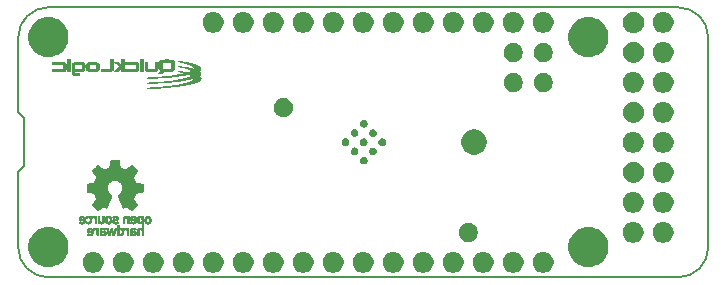
<source format=gbr>
%TF.GenerationSoftware,KiCad,Pcbnew,5.1.5+dfsg1-2~bpo10+1*%
%TF.CreationDate,2020-05-07T19:08:02+02:00*%
%TF.ProjectId,quickfeather-board,71756963-6b66-4656-9174-6865722d626f,rev?*%
%TF.SameCoordinates,Original*%
%TF.FileFunction,Soldermask,Bot*%
%TF.FilePolarity,Negative*%
%FSLAX46Y46*%
G04 Gerber Fmt 4.6, Leading zero omitted, Abs format (unit mm)*
G04 Created by KiCad (PCBNEW 5.1.5+dfsg1-2~bpo10+1) date 2020-05-07 19:08:02 commit f144a29*
%MOMM*%
%LPD*%
G04 APERTURE LIST*
%ADD10C,0.150000*%
%ADD11C,0.010000*%
%ADD12C,0.100000*%
G04 APERTURE END LIST*
D10*
X123101100Y-102463600D02*
X123609100Y-102971600D01*
X123609100Y-102971600D02*
X123609100Y-107035600D01*
X123609100Y-107035600D02*
X123101100Y-107543600D01*
X178981100Y-93573600D02*
G75*
G02X181521100Y-96113600I0J-2540000D01*
G01*
X181521100Y-113893600D02*
G75*
G02X178981100Y-116433600I-2540000J0D01*
G01*
X125641100Y-116433600D02*
X178981100Y-116433600D01*
X181521100Y-113893600D02*
X181521100Y-96113600D01*
X178981100Y-93573600D02*
X125641100Y-93573600D01*
X123101100Y-96113600D02*
G75*
G02X125641100Y-93573600I2540000J0D01*
G01*
X123101100Y-96113600D02*
X123101100Y-102463600D01*
X123101100Y-107543600D02*
X123101100Y-113893600D01*
X125641100Y-116433600D02*
G75*
G02X123101100Y-113893600I0J2540000D01*
G01*
D11*
G36*
X128943665Y-111237212D02*
G01*
X128894711Y-111250473D01*
X128849249Y-111273074D01*
X128806526Y-111305314D01*
X128799830Y-111311447D01*
X128768260Y-111341087D01*
X128793660Y-111364202D01*
X128811078Y-111379811D01*
X128829422Y-111395881D01*
X128840638Y-111405480D01*
X128862216Y-111423644D01*
X128883109Y-111404768D01*
X128914542Y-111381449D01*
X128947823Y-111367400D01*
X128985229Y-111361738D01*
X128994686Y-111361529D01*
X129033013Y-111364284D01*
X129064827Y-111373102D01*
X129092221Y-111388654D01*
X129100583Y-111395321D01*
X129123861Y-111421848D01*
X129141082Y-111456168D01*
X129152075Y-111497791D01*
X129156670Y-111546228D01*
X129156805Y-111556057D01*
X129153534Y-111606873D01*
X129143622Y-111650387D01*
X129127228Y-111686416D01*
X129104515Y-111714777D01*
X129075641Y-111735286D01*
X129040769Y-111747762D01*
X129000058Y-111752020D01*
X128985254Y-111751584D01*
X128950342Y-111746837D01*
X128920997Y-111736237D01*
X128893601Y-111718274D01*
X128882336Y-111708652D01*
X128873486Y-111700784D01*
X128866356Y-111696076D01*
X128859378Y-111695143D01*
X128850983Y-111698601D01*
X128839602Y-111707064D01*
X128823668Y-111721147D01*
X128803820Y-111739427D01*
X128768260Y-111772238D01*
X128783500Y-111788421D01*
X128810541Y-111812681D01*
X128843705Y-111835691D01*
X128879032Y-111854973D01*
X128909099Y-111866995D01*
X128932208Y-111873508D01*
X128953410Y-111877321D01*
X128976968Y-111879001D01*
X129000933Y-111879185D01*
X129026145Y-111878293D01*
X129050554Y-111876280D01*
X129070430Y-111873499D01*
X129077592Y-111871908D01*
X129126835Y-111853457D01*
X129170138Y-111826984D01*
X129206942Y-111792951D01*
X129236686Y-111751823D01*
X129247519Y-111731331D01*
X129259922Y-111703756D01*
X129268944Y-111679224D01*
X129275091Y-111655127D01*
X129278869Y-111628862D01*
X129280783Y-111597822D01*
X129281339Y-111559403D01*
X129281340Y-111557060D01*
X129280848Y-111518223D01*
X129279028Y-111486897D01*
X129275371Y-111460465D01*
X129269365Y-111436310D01*
X129260498Y-111411815D01*
X129248260Y-111384364D01*
X129247138Y-111382000D01*
X129220783Y-111337661D01*
X129187696Y-111300785D01*
X129148302Y-111271627D01*
X129103028Y-111250440D01*
X129052299Y-111237477D01*
X128996860Y-111232992D01*
X128943665Y-111237212D01*
G37*
X128943665Y-111237212D02*
X128894711Y-111250473D01*
X128849249Y-111273074D01*
X128806526Y-111305314D01*
X128799830Y-111311447D01*
X128768260Y-111341087D01*
X128793660Y-111364202D01*
X128811078Y-111379811D01*
X128829422Y-111395881D01*
X128840638Y-111405480D01*
X128862216Y-111423644D01*
X128883109Y-111404768D01*
X128914542Y-111381449D01*
X128947823Y-111367400D01*
X128985229Y-111361738D01*
X128994686Y-111361529D01*
X129033013Y-111364284D01*
X129064827Y-111373102D01*
X129092221Y-111388654D01*
X129100583Y-111395321D01*
X129123861Y-111421848D01*
X129141082Y-111456168D01*
X129152075Y-111497791D01*
X129156670Y-111546228D01*
X129156805Y-111556057D01*
X129153534Y-111606873D01*
X129143622Y-111650387D01*
X129127228Y-111686416D01*
X129104515Y-111714777D01*
X129075641Y-111735286D01*
X129040769Y-111747762D01*
X129000058Y-111752020D01*
X128985254Y-111751584D01*
X128950342Y-111746837D01*
X128920997Y-111736237D01*
X128893601Y-111718274D01*
X128882336Y-111708652D01*
X128873486Y-111700784D01*
X128866356Y-111696076D01*
X128859378Y-111695143D01*
X128850983Y-111698601D01*
X128839602Y-111707064D01*
X128823668Y-111721147D01*
X128803820Y-111739427D01*
X128768260Y-111772238D01*
X128783500Y-111788421D01*
X128810541Y-111812681D01*
X128843705Y-111835691D01*
X128879032Y-111854973D01*
X128909099Y-111866995D01*
X128932208Y-111873508D01*
X128953410Y-111877321D01*
X128976968Y-111879001D01*
X129000933Y-111879185D01*
X129026145Y-111878293D01*
X129050554Y-111876280D01*
X129070430Y-111873499D01*
X129077592Y-111871908D01*
X129126835Y-111853457D01*
X129170138Y-111826984D01*
X129206942Y-111792951D01*
X129236686Y-111751823D01*
X129247519Y-111731331D01*
X129259922Y-111703756D01*
X129268944Y-111679224D01*
X129275091Y-111655127D01*
X129278869Y-111628862D01*
X129280783Y-111597822D01*
X129281339Y-111559403D01*
X129281340Y-111557060D01*
X129280848Y-111518223D01*
X129279028Y-111486897D01*
X129275371Y-111460465D01*
X129269365Y-111436310D01*
X129260498Y-111411815D01*
X129248260Y-111384364D01*
X129247138Y-111382000D01*
X129220783Y-111337661D01*
X129187696Y-111300785D01*
X129148302Y-111271627D01*
X129103028Y-111250440D01*
X129052299Y-111237477D01*
X128996860Y-111232992D01*
X128943665Y-111237212D01*
G36*
X131196056Y-106479615D02*
G01*
X131141497Y-106479677D01*
X131095553Y-106479806D01*
X131057448Y-106480025D01*
X131026410Y-106480354D01*
X131001666Y-106480815D01*
X130982443Y-106481429D01*
X130967966Y-106482219D01*
X130957463Y-106483206D01*
X130950161Y-106484411D01*
X130945287Y-106485856D01*
X130942066Y-106487562D01*
X130940870Y-106488489D01*
X130938469Y-106491557D01*
X130935857Y-106497220D01*
X130932881Y-106506198D01*
X130929388Y-106519215D01*
X130925224Y-106536990D01*
X130920236Y-106560245D01*
X130914271Y-106589702D01*
X130907175Y-106626081D01*
X130898795Y-106670104D01*
X130888979Y-106722493D01*
X130877572Y-106783967D01*
X130874206Y-106802180D01*
X130864062Y-106856772D01*
X130854307Y-106908614D01*
X130845120Y-106956803D01*
X130836679Y-107000437D01*
X130829161Y-107038614D01*
X130822743Y-107070433D01*
X130817603Y-107094992D01*
X130813920Y-107111389D01*
X130811870Y-107118723D01*
X130811831Y-107118803D01*
X130803188Y-107130153D01*
X130795641Y-107136032D01*
X130783832Y-107141707D01*
X130764465Y-107150244D01*
X130738725Y-107161172D01*
X130707800Y-107174021D01*
X130672875Y-107188321D01*
X130635136Y-107203599D01*
X130595769Y-107219386D01*
X130555961Y-107235210D01*
X130516897Y-107250601D01*
X130479763Y-107265087D01*
X130445745Y-107278199D01*
X130416030Y-107289464D01*
X130391803Y-107298412D01*
X130374251Y-107304573D01*
X130364560Y-107307475D01*
X130363379Y-107307640D01*
X130348275Y-107304380D01*
X130328126Y-107294288D01*
X130311901Y-107283882D01*
X130297625Y-107274135D01*
X130276138Y-107259436D01*
X130248608Y-107240586D01*
X130216200Y-107218382D01*
X130180079Y-107193625D01*
X130141412Y-107167114D01*
X130101364Y-107139649D01*
X130061101Y-107112029D01*
X130021788Y-107085055D01*
X129984592Y-107059524D01*
X129950677Y-107036238D01*
X129921211Y-107015995D01*
X129897357Y-106999596D01*
X129882501Y-106989368D01*
X129861120Y-106975240D01*
X129841766Y-106963564D01*
X129826432Y-106955467D01*
X129817110Y-106952077D01*
X129816527Y-106952040D01*
X129811952Y-106954002D01*
X129803577Y-106960136D01*
X129791012Y-106970813D01*
X129773867Y-106986402D01*
X129751751Y-107007273D01*
X129724274Y-107033797D01*
X129691048Y-107066344D01*
X129651680Y-107105284D01*
X129605781Y-107150987D01*
X129584936Y-107171815D01*
X129538506Y-107218310D01*
X129498831Y-107258201D01*
X129465423Y-107292006D01*
X129437795Y-107320244D01*
X129415456Y-107343435D01*
X129397919Y-107362098D01*
X129384696Y-107376752D01*
X129375298Y-107387915D01*
X129369236Y-107396108D01*
X129366022Y-107401849D01*
X129365160Y-107405392D01*
X129367217Y-107411574D01*
X129373532Y-107423503D01*
X129384319Y-107441511D01*
X129399796Y-107465931D01*
X129420177Y-107497092D01*
X129445679Y-107535328D01*
X129476517Y-107580969D01*
X129512907Y-107634346D01*
X129538068Y-107671058D01*
X129569203Y-107716574D01*
X129598631Y-107759914D01*
X129625840Y-107800301D01*
X129650319Y-107836961D01*
X129671555Y-107869118D01*
X129689036Y-107895998D01*
X129702251Y-107916825D01*
X129710687Y-107930824D01*
X129713818Y-107937138D01*
X129712497Y-107945094D01*
X129707449Y-107961157D01*
X129699159Y-107984189D01*
X129688113Y-108013051D01*
X129674796Y-108046605D01*
X129659694Y-108083714D01*
X129643293Y-108123238D01*
X129626078Y-108164039D01*
X129608534Y-108204980D01*
X129591148Y-108244921D01*
X129574404Y-108282724D01*
X129558788Y-108317252D01*
X129544787Y-108347365D01*
X129532885Y-108371927D01*
X129523567Y-108389797D01*
X129517321Y-108399838D01*
X129515770Y-108401421D01*
X129508864Y-108403647D01*
X129492876Y-108407500D01*
X129468724Y-108412795D01*
X129437322Y-108419347D01*
X129399588Y-108426970D01*
X129356438Y-108435479D01*
X129308787Y-108444688D01*
X129257551Y-108454413D01*
X129210129Y-108463268D01*
X129156481Y-108473292D01*
X129105600Y-108482961D01*
X129058403Y-108492090D01*
X129015808Y-108500492D01*
X128978732Y-108507985D01*
X128948093Y-108514381D01*
X128924808Y-108519497D01*
X128909794Y-108523147D01*
X128904150Y-108525000D01*
X128892720Y-108532154D01*
X128892720Y-108846634D01*
X128892714Y-108912275D01*
X128892733Y-108968499D01*
X128892839Y-109016048D01*
X128893091Y-109055666D01*
X128893551Y-109088096D01*
X128894278Y-109114079D01*
X128895333Y-109134360D01*
X128896775Y-109149680D01*
X128898666Y-109160783D01*
X128901065Y-109168411D01*
X128904033Y-109173308D01*
X128907630Y-109176215D01*
X128911917Y-109177876D01*
X128916953Y-109179034D01*
X128919746Y-109179651D01*
X128926715Y-109181041D01*
X128942723Y-109184097D01*
X128966819Y-109188640D01*
X128998052Y-109194494D01*
X129035468Y-109201481D01*
X129078117Y-109209422D01*
X129125046Y-109218139D01*
X129175305Y-109227455D01*
X129205140Y-109232977D01*
X129257071Y-109242660D01*
X129306361Y-109251998D01*
X129352037Y-109260799D01*
X129393125Y-109268866D01*
X129428650Y-109276006D01*
X129457639Y-109282023D01*
X129479118Y-109286723D01*
X129492111Y-109289912D01*
X129495295Y-109290954D01*
X129499044Y-109293028D01*
X129502770Y-109296230D01*
X129506831Y-109301351D01*
X129511585Y-109309180D01*
X129517390Y-109320507D01*
X129524603Y-109336122D01*
X129533583Y-109356815D01*
X129544686Y-109383375D01*
X129558270Y-109416592D01*
X129574694Y-109457257D01*
X129594314Y-109506158D01*
X129606123Y-109535664D01*
X129629438Y-109594199D01*
X129649003Y-109643879D01*
X129665004Y-109685215D01*
X129677629Y-109718717D01*
X129687067Y-109744898D01*
X129693504Y-109764266D01*
X129697129Y-109777333D01*
X129698130Y-109784610D01*
X129698000Y-109785551D01*
X129694612Y-109791936D01*
X129685969Y-109805889D01*
X129672599Y-109826619D01*
X129655025Y-109853337D01*
X129633773Y-109885253D01*
X129609367Y-109921579D01*
X129582333Y-109961524D01*
X129553197Y-110004299D01*
X129530023Y-110038137D01*
X129491848Y-110093904D01*
X129459286Y-110141818D01*
X129432059Y-110182307D01*
X129409890Y-110215798D01*
X129392503Y-110242718D01*
X129379621Y-110263494D01*
X129370967Y-110278554D01*
X129366264Y-110288325D01*
X129365160Y-110292588D01*
X129366078Y-110296557D01*
X129369168Y-110302253D01*
X129374939Y-110310218D01*
X129383895Y-110320996D01*
X129396546Y-110335127D01*
X129413396Y-110353155D01*
X129434953Y-110375622D01*
X129461725Y-110403071D01*
X129494217Y-110436044D01*
X129532936Y-110475083D01*
X129577250Y-110519588D01*
X129624221Y-110566630D01*
X129664613Y-110606909D01*
X129698957Y-110640919D01*
X129727784Y-110669155D01*
X129751626Y-110692112D01*
X129771014Y-110710284D01*
X129786478Y-110724165D01*
X129798551Y-110734249D01*
X129807762Y-110741032D01*
X129814645Y-110745008D01*
X129819729Y-110746671D01*
X129821338Y-110746800D01*
X129826252Y-110744003D01*
X129838775Y-110735952D01*
X129858150Y-110723157D01*
X129883622Y-110706128D01*
X129914431Y-110685374D01*
X129949821Y-110661405D01*
X129989036Y-110634731D01*
X130031317Y-110605862D01*
X130066591Y-110581700D01*
X130121669Y-110544066D01*
X130170706Y-110510866D01*
X130213376Y-110482311D01*
X130249353Y-110458614D01*
X130278311Y-110439987D01*
X130299926Y-110426642D01*
X130313871Y-110418793D01*
X130319504Y-110416600D01*
X130327255Y-110418916D01*
X130342556Y-110425425D01*
X130364029Y-110435470D01*
X130390297Y-110448393D01*
X130419983Y-110463534D01*
X130443148Y-110475678D01*
X130478540Y-110494328D01*
X130506131Y-110508542D01*
X130527007Y-110518799D01*
X130542259Y-110525580D01*
X130552975Y-110529364D01*
X130560244Y-110530631D01*
X130565155Y-110529861D01*
X130565654Y-110529646D01*
X130568211Y-110527003D01*
X130572190Y-110520541D01*
X130577779Y-110509820D01*
X130585167Y-110494402D01*
X130594544Y-110473847D01*
X130606099Y-110447715D01*
X130620022Y-110415567D01*
X130636501Y-110376964D01*
X130655725Y-110331465D01*
X130677884Y-110278633D01*
X130703167Y-110218027D01*
X130731764Y-110149208D01*
X130763862Y-110071736D01*
X130789462Y-110009835D01*
X130823578Y-109927230D01*
X130853967Y-109853511D01*
X130880821Y-109788191D01*
X130904332Y-109730782D01*
X130924695Y-109680798D01*
X130942100Y-109637751D01*
X130956741Y-109601153D01*
X130968810Y-109570519D01*
X130978499Y-109545359D01*
X130986001Y-109525188D01*
X130991509Y-109509517D01*
X130995215Y-109497859D01*
X130997311Y-109489728D01*
X130997991Y-109484635D01*
X130997742Y-109482659D01*
X130990917Y-109473311D01*
X130976910Y-109461007D01*
X130957597Y-109447387D01*
X130956716Y-109446822D01*
X130905396Y-109412801D01*
X130861763Y-109380948D01*
X130824026Y-109349765D01*
X130790396Y-109317750D01*
X130759085Y-109283404D01*
X130752445Y-109275524D01*
X130703475Y-109208835D01*
X130663404Y-109137276D01*
X130632377Y-109061128D01*
X130616940Y-109008564D01*
X130608031Y-108962673D01*
X130602312Y-108910680D01*
X130599916Y-108856174D01*
X130600977Y-108802742D01*
X130605631Y-108753971D01*
X130607052Y-108744809D01*
X130625285Y-108665592D01*
X130652552Y-108590201D01*
X130688292Y-108519289D01*
X130731945Y-108453511D01*
X130782948Y-108393523D01*
X130840742Y-108339977D01*
X130904766Y-108293529D01*
X130974458Y-108254834D01*
X131049259Y-108224545D01*
X131054279Y-108222885D01*
X131128375Y-108203791D01*
X131205690Y-108193401D01*
X131284292Y-108191714D01*
X131362250Y-108198733D01*
X131437633Y-108214457D01*
X131465053Y-108222666D01*
X131540029Y-108252366D01*
X131610279Y-108290687D01*
X131675124Y-108336950D01*
X131733884Y-108390477D01*
X131785880Y-108450588D01*
X131830432Y-108516605D01*
X131866859Y-108587848D01*
X131889075Y-108646238D01*
X131908169Y-108720334D01*
X131918559Y-108797649D01*
X131920246Y-108876251D01*
X131913227Y-108954209D01*
X131897503Y-109029592D01*
X131889294Y-109057012D01*
X131877143Y-109089958D01*
X131861413Y-109126378D01*
X131843768Y-109162799D01*
X131825874Y-109195753D01*
X131812233Y-109217678D01*
X131768942Y-109273982D01*
X131716606Y-109328943D01*
X131656337Y-109381553D01*
X131589243Y-109430804D01*
X131548402Y-109456971D01*
X131532408Y-109468786D01*
X131522765Y-109480280D01*
X131521290Y-109483928D01*
X131522675Y-109490662D01*
X131527727Y-109505978D01*
X131536143Y-109529137D01*
X131547615Y-109559401D01*
X131561839Y-109596032D01*
X131578508Y-109638291D01*
X131597316Y-109685440D01*
X131617959Y-109736740D01*
X131640130Y-109791454D01*
X131663523Y-109848842D01*
X131687833Y-109908167D01*
X131712754Y-109968689D01*
X131737981Y-110029672D01*
X131763207Y-110090375D01*
X131788128Y-110150062D01*
X131812436Y-110207992D01*
X131835827Y-110263430D01*
X131857995Y-110315634D01*
X131878634Y-110363868D01*
X131897438Y-110407394D01*
X131914102Y-110445471D01*
X131928320Y-110477363D01*
X131939787Y-110502331D01*
X131948195Y-110519637D01*
X131953241Y-110528541D01*
X131954231Y-110529578D01*
X131958935Y-110530538D01*
X131965947Y-110529481D01*
X131976349Y-110525928D01*
X131991225Y-110519403D01*
X132011658Y-110509428D01*
X132038731Y-110495523D01*
X132073528Y-110477213D01*
X132076522Y-110475626D01*
X132107832Y-110459280D01*
X132136743Y-110444672D01*
X132161875Y-110432459D01*
X132181848Y-110423301D01*
X132195282Y-110417855D01*
X132200171Y-110416602D01*
X132208237Y-110419539D01*
X132223828Y-110428073D01*
X132246281Y-110441790D01*
X132274931Y-110460276D01*
X132309112Y-110483115D01*
X132331880Y-110498655D01*
X132397285Y-110543590D01*
X132454798Y-110583061D01*
X132504886Y-110617383D01*
X132548015Y-110646870D01*
X132584650Y-110671836D01*
X132615258Y-110692596D01*
X132640305Y-110709464D01*
X132660256Y-110722755D01*
X132675577Y-110732782D01*
X132686735Y-110739861D01*
X132694195Y-110744305D01*
X132698423Y-110746429D01*
X132699561Y-110746722D01*
X132708566Y-110744129D01*
X132712880Y-110741830D01*
X132717756Y-110737457D01*
X132729160Y-110726528D01*
X132746445Y-110709682D01*
X132768965Y-110687557D01*
X132796074Y-110660791D01*
X132827125Y-110630022D01*
X132861472Y-110595889D01*
X132898468Y-110559030D01*
X132937467Y-110520083D01*
X132937670Y-110519879D01*
X132985309Y-110472152D01*
X133026084Y-110431081D01*
X133060409Y-110396229D01*
X133088694Y-110367161D01*
X133111354Y-110343441D01*
X133128801Y-110324633D01*
X133141447Y-110310303D01*
X133149705Y-110300013D01*
X133153987Y-110293329D01*
X133154840Y-110290527D01*
X133151929Y-110283499D01*
X133143336Y-110268522D01*
X133129275Y-110245924D01*
X133109959Y-110216031D01*
X133085603Y-110179170D01*
X133056419Y-110135668D01*
X133022621Y-110085852D01*
X132989978Y-110038137D01*
X132959597Y-109993743D01*
X132930920Y-109951579D01*
X132904474Y-109912437D01*
X132880783Y-109877105D01*
X132860371Y-109846372D01*
X132843765Y-109821029D01*
X132831489Y-109801865D01*
X132824069Y-109789669D01*
X132822001Y-109785551D01*
X132822400Y-109779585D01*
X132825378Y-109767951D01*
X132831125Y-109750137D01*
X132839827Y-109725633D01*
X132851673Y-109693928D01*
X132866851Y-109654510D01*
X132885547Y-109606870D01*
X132907951Y-109550495D01*
X132913785Y-109535898D01*
X132935583Y-109481522D01*
X132954017Y-109435847D01*
X132969423Y-109398114D01*
X132982139Y-109367563D01*
X132992501Y-109343433D01*
X133000846Y-109324965D01*
X133007513Y-109311399D01*
X133012837Y-109301975D01*
X133017155Y-109295933D01*
X133020806Y-109292513D01*
X133022072Y-109291750D01*
X133026099Y-109290149D01*
X133033071Y-109288106D01*
X133043569Y-109285507D01*
X133058177Y-109282238D01*
X133077475Y-109278186D01*
X133102047Y-109273236D01*
X133132474Y-109267274D01*
X133169339Y-109260187D01*
X133213223Y-109251861D01*
X133264708Y-109242181D01*
X133324377Y-109231035D01*
X133392812Y-109218307D01*
X133470595Y-109203885D01*
X133479960Y-109202150D01*
X133519353Y-109194859D01*
X133549955Y-109189162D01*
X133572960Y-109184775D01*
X133589561Y-109181415D01*
X133600953Y-109178799D01*
X133608329Y-109176644D01*
X133612884Y-109174666D01*
X133615812Y-109172581D01*
X133618305Y-109170108D01*
X133619305Y-109169089D01*
X133620952Y-109166577D01*
X133622359Y-109162092D01*
X133623544Y-109154886D01*
X133624526Y-109144214D01*
X133625324Y-109129329D01*
X133625955Y-109109486D01*
X133626438Y-109083937D01*
X133626791Y-109051936D01*
X133627034Y-109012738D01*
X133627184Y-108965596D01*
X133627260Y-108909764D01*
X133627280Y-108846634D01*
X133627280Y-108532154D01*
X133615850Y-108525018D01*
X133608879Y-108522818D01*
X133592828Y-108518996D01*
X133568616Y-108513736D01*
X133537161Y-108507223D01*
X133499381Y-108499642D01*
X133456196Y-108491177D01*
X133408523Y-108482012D01*
X133357282Y-108472333D01*
X133310367Y-108463610D01*
X133255712Y-108453432D01*
X133204159Y-108443654D01*
X133156592Y-108434456D01*
X133113898Y-108426018D01*
X133076960Y-108418518D01*
X133046665Y-108412135D01*
X133023897Y-108407050D01*
X133009542Y-108403440D01*
X133004725Y-108401745D01*
X133000032Y-108395340D01*
X132992027Y-108380646D01*
X132981198Y-108358801D01*
X132968033Y-108330939D01*
X132953021Y-108298194D01*
X132936649Y-108261703D01*
X132919406Y-108222600D01*
X132901779Y-108182021D01*
X132884257Y-108141100D01*
X132867328Y-108100973D01*
X132851480Y-108062776D01*
X132837200Y-108027642D01*
X132824978Y-107996708D01*
X132815300Y-107971108D01*
X132808656Y-107951978D01*
X132805533Y-107940452D01*
X132805391Y-107938142D01*
X132808572Y-107931658D01*
X132817033Y-107917593D01*
X132830268Y-107896718D01*
X132847768Y-107869801D01*
X132869025Y-107837612D01*
X132893530Y-107800920D01*
X132920777Y-107760495D01*
X132950256Y-107717105D01*
X132981126Y-107672008D01*
X133021156Y-107613577D01*
X133055498Y-107563089D01*
X133084364Y-107520213D01*
X133107969Y-107484623D01*
X133126526Y-107455990D01*
X133140249Y-107433987D01*
X133149352Y-107418284D01*
X133154048Y-107408555D01*
X133154840Y-107405373D01*
X133153797Y-107401417D01*
X133150340Y-107395471D01*
X133143983Y-107387018D01*
X133134237Y-107375539D01*
X133120615Y-107360516D01*
X133102628Y-107341429D01*
X133079788Y-107317760D01*
X133051609Y-107288991D01*
X133017601Y-107254604D01*
X132977277Y-107214080D01*
X132935065Y-107171815D01*
X132886443Y-107123297D01*
X132844508Y-107081688D01*
X132808865Y-107046615D01*
X132779121Y-107017701D01*
X132754879Y-106994574D01*
X132735744Y-106976856D01*
X132721322Y-106964175D01*
X132711218Y-106956155D01*
X132705037Y-106952421D01*
X132703435Y-106952039D01*
X132696769Y-106954916D01*
X132682244Y-106963350D01*
X132660309Y-106977047D01*
X132631412Y-106995713D01*
X132596001Y-107019056D01*
X132554524Y-107046780D01*
X132507429Y-107078592D01*
X132455164Y-107114199D01*
X132432326Y-107129839D01*
X132377527Y-107167364D01*
X132330457Y-107199457D01*
X132290516Y-107226505D01*
X132257104Y-107248893D01*
X132229621Y-107267009D01*
X132207466Y-107281239D01*
X132190041Y-107291969D01*
X132176744Y-107299586D01*
X132166977Y-107304475D01*
X132160137Y-107307024D01*
X132156211Y-107307639D01*
X132147326Y-107305691D01*
X132129856Y-107300036D01*
X132104559Y-107290961D01*
X132072194Y-107278751D01*
X132033517Y-107263692D01*
X131989289Y-107246071D01*
X131940736Y-107226366D01*
X131888766Y-107205088D01*
X131845397Y-107187282D01*
X131809821Y-107172584D01*
X131781232Y-107160627D01*
X131758824Y-107151047D01*
X131741790Y-107143478D01*
X131729323Y-107137555D01*
X131720616Y-107132913D01*
X131714862Y-107129186D01*
X131711256Y-107126010D01*
X131708989Y-107123019D01*
X131707798Y-107120897D01*
X131706073Y-107114442D01*
X131702691Y-107098879D01*
X131697825Y-107075095D01*
X131691648Y-107043974D01*
X131684332Y-107006404D01*
X131676050Y-106963270D01*
X131666973Y-106915458D01*
X131657275Y-106863854D01*
X131647128Y-106809345D01*
X131646271Y-106804720D01*
X131634310Y-106740310D01*
X131623986Y-106685187D01*
X131615147Y-106638636D01*
X131607640Y-106599943D01*
X131601314Y-106568392D01*
X131596016Y-106543268D01*
X131591596Y-106523858D01*
X131587900Y-106509446D01*
X131584778Y-106499318D01*
X131582076Y-106492758D01*
X131579644Y-106489053D01*
X131579061Y-106488490D01*
X131576379Y-106486649D01*
X131572416Y-106485080D01*
X131566401Y-106483762D01*
X131557558Y-106482672D01*
X131545116Y-106481789D01*
X131528302Y-106481092D01*
X131506342Y-106480559D01*
X131478463Y-106480169D01*
X131443892Y-106479900D01*
X131401856Y-106479730D01*
X131351581Y-106479638D01*
X131292296Y-106479603D01*
X131260001Y-106479600D01*
X131196056Y-106479615D01*
G37*
X131196056Y-106479615D02*
X131141497Y-106479677D01*
X131095553Y-106479806D01*
X131057448Y-106480025D01*
X131026410Y-106480354D01*
X131001666Y-106480815D01*
X130982443Y-106481429D01*
X130967966Y-106482219D01*
X130957463Y-106483206D01*
X130950161Y-106484411D01*
X130945287Y-106485856D01*
X130942066Y-106487562D01*
X130940870Y-106488489D01*
X130938469Y-106491557D01*
X130935857Y-106497220D01*
X130932881Y-106506198D01*
X130929388Y-106519215D01*
X130925224Y-106536990D01*
X130920236Y-106560245D01*
X130914271Y-106589702D01*
X130907175Y-106626081D01*
X130898795Y-106670104D01*
X130888979Y-106722493D01*
X130877572Y-106783967D01*
X130874206Y-106802180D01*
X130864062Y-106856772D01*
X130854307Y-106908614D01*
X130845120Y-106956803D01*
X130836679Y-107000437D01*
X130829161Y-107038614D01*
X130822743Y-107070433D01*
X130817603Y-107094992D01*
X130813920Y-107111389D01*
X130811870Y-107118723D01*
X130811831Y-107118803D01*
X130803188Y-107130153D01*
X130795641Y-107136032D01*
X130783832Y-107141707D01*
X130764465Y-107150244D01*
X130738725Y-107161172D01*
X130707800Y-107174021D01*
X130672875Y-107188321D01*
X130635136Y-107203599D01*
X130595769Y-107219386D01*
X130555961Y-107235210D01*
X130516897Y-107250601D01*
X130479763Y-107265087D01*
X130445745Y-107278199D01*
X130416030Y-107289464D01*
X130391803Y-107298412D01*
X130374251Y-107304573D01*
X130364560Y-107307475D01*
X130363379Y-107307640D01*
X130348275Y-107304380D01*
X130328126Y-107294288D01*
X130311901Y-107283882D01*
X130297625Y-107274135D01*
X130276138Y-107259436D01*
X130248608Y-107240586D01*
X130216200Y-107218382D01*
X130180079Y-107193625D01*
X130141412Y-107167114D01*
X130101364Y-107139649D01*
X130061101Y-107112029D01*
X130021788Y-107085055D01*
X129984592Y-107059524D01*
X129950677Y-107036238D01*
X129921211Y-107015995D01*
X129897357Y-106999596D01*
X129882501Y-106989368D01*
X129861120Y-106975240D01*
X129841766Y-106963564D01*
X129826432Y-106955467D01*
X129817110Y-106952077D01*
X129816527Y-106952040D01*
X129811952Y-106954002D01*
X129803577Y-106960136D01*
X129791012Y-106970813D01*
X129773867Y-106986402D01*
X129751751Y-107007273D01*
X129724274Y-107033797D01*
X129691048Y-107066344D01*
X129651680Y-107105284D01*
X129605781Y-107150987D01*
X129584936Y-107171815D01*
X129538506Y-107218310D01*
X129498831Y-107258201D01*
X129465423Y-107292006D01*
X129437795Y-107320244D01*
X129415456Y-107343435D01*
X129397919Y-107362098D01*
X129384696Y-107376752D01*
X129375298Y-107387915D01*
X129369236Y-107396108D01*
X129366022Y-107401849D01*
X129365160Y-107405392D01*
X129367217Y-107411574D01*
X129373532Y-107423503D01*
X129384319Y-107441511D01*
X129399796Y-107465931D01*
X129420177Y-107497092D01*
X129445679Y-107535328D01*
X129476517Y-107580969D01*
X129512907Y-107634346D01*
X129538068Y-107671058D01*
X129569203Y-107716574D01*
X129598631Y-107759914D01*
X129625840Y-107800301D01*
X129650319Y-107836961D01*
X129671555Y-107869118D01*
X129689036Y-107895998D01*
X129702251Y-107916825D01*
X129710687Y-107930824D01*
X129713818Y-107937138D01*
X129712497Y-107945094D01*
X129707449Y-107961157D01*
X129699159Y-107984189D01*
X129688113Y-108013051D01*
X129674796Y-108046605D01*
X129659694Y-108083714D01*
X129643293Y-108123238D01*
X129626078Y-108164039D01*
X129608534Y-108204980D01*
X129591148Y-108244921D01*
X129574404Y-108282724D01*
X129558788Y-108317252D01*
X129544787Y-108347365D01*
X129532885Y-108371927D01*
X129523567Y-108389797D01*
X129517321Y-108399838D01*
X129515770Y-108401421D01*
X129508864Y-108403647D01*
X129492876Y-108407500D01*
X129468724Y-108412795D01*
X129437322Y-108419347D01*
X129399588Y-108426970D01*
X129356438Y-108435479D01*
X129308787Y-108444688D01*
X129257551Y-108454413D01*
X129210129Y-108463268D01*
X129156481Y-108473292D01*
X129105600Y-108482961D01*
X129058403Y-108492090D01*
X129015808Y-108500492D01*
X128978732Y-108507985D01*
X128948093Y-108514381D01*
X128924808Y-108519497D01*
X128909794Y-108523147D01*
X128904150Y-108525000D01*
X128892720Y-108532154D01*
X128892720Y-108846634D01*
X128892714Y-108912275D01*
X128892733Y-108968499D01*
X128892839Y-109016048D01*
X128893091Y-109055666D01*
X128893551Y-109088096D01*
X128894278Y-109114079D01*
X128895333Y-109134360D01*
X128896775Y-109149680D01*
X128898666Y-109160783D01*
X128901065Y-109168411D01*
X128904033Y-109173308D01*
X128907630Y-109176215D01*
X128911917Y-109177876D01*
X128916953Y-109179034D01*
X128919746Y-109179651D01*
X128926715Y-109181041D01*
X128942723Y-109184097D01*
X128966819Y-109188640D01*
X128998052Y-109194494D01*
X129035468Y-109201481D01*
X129078117Y-109209422D01*
X129125046Y-109218139D01*
X129175305Y-109227455D01*
X129205140Y-109232977D01*
X129257071Y-109242660D01*
X129306361Y-109251998D01*
X129352037Y-109260799D01*
X129393125Y-109268866D01*
X129428650Y-109276006D01*
X129457639Y-109282023D01*
X129479118Y-109286723D01*
X129492111Y-109289912D01*
X129495295Y-109290954D01*
X129499044Y-109293028D01*
X129502770Y-109296230D01*
X129506831Y-109301351D01*
X129511585Y-109309180D01*
X129517390Y-109320507D01*
X129524603Y-109336122D01*
X129533583Y-109356815D01*
X129544686Y-109383375D01*
X129558270Y-109416592D01*
X129574694Y-109457257D01*
X129594314Y-109506158D01*
X129606123Y-109535664D01*
X129629438Y-109594199D01*
X129649003Y-109643879D01*
X129665004Y-109685215D01*
X129677629Y-109718717D01*
X129687067Y-109744898D01*
X129693504Y-109764266D01*
X129697129Y-109777333D01*
X129698130Y-109784610D01*
X129698000Y-109785551D01*
X129694612Y-109791936D01*
X129685969Y-109805889D01*
X129672599Y-109826619D01*
X129655025Y-109853337D01*
X129633773Y-109885253D01*
X129609367Y-109921579D01*
X129582333Y-109961524D01*
X129553197Y-110004299D01*
X129530023Y-110038137D01*
X129491848Y-110093904D01*
X129459286Y-110141818D01*
X129432059Y-110182307D01*
X129409890Y-110215798D01*
X129392503Y-110242718D01*
X129379621Y-110263494D01*
X129370967Y-110278554D01*
X129366264Y-110288325D01*
X129365160Y-110292588D01*
X129366078Y-110296557D01*
X129369168Y-110302253D01*
X129374939Y-110310218D01*
X129383895Y-110320996D01*
X129396546Y-110335127D01*
X129413396Y-110353155D01*
X129434953Y-110375622D01*
X129461725Y-110403071D01*
X129494217Y-110436044D01*
X129532936Y-110475083D01*
X129577250Y-110519588D01*
X129624221Y-110566630D01*
X129664613Y-110606909D01*
X129698957Y-110640919D01*
X129727784Y-110669155D01*
X129751626Y-110692112D01*
X129771014Y-110710284D01*
X129786478Y-110724165D01*
X129798551Y-110734249D01*
X129807762Y-110741032D01*
X129814645Y-110745008D01*
X129819729Y-110746671D01*
X129821338Y-110746800D01*
X129826252Y-110744003D01*
X129838775Y-110735952D01*
X129858150Y-110723157D01*
X129883622Y-110706128D01*
X129914431Y-110685374D01*
X129949821Y-110661405D01*
X129989036Y-110634731D01*
X130031317Y-110605862D01*
X130066591Y-110581700D01*
X130121669Y-110544066D01*
X130170706Y-110510866D01*
X130213376Y-110482311D01*
X130249353Y-110458614D01*
X130278311Y-110439987D01*
X130299926Y-110426642D01*
X130313871Y-110418793D01*
X130319504Y-110416600D01*
X130327255Y-110418916D01*
X130342556Y-110425425D01*
X130364029Y-110435470D01*
X130390297Y-110448393D01*
X130419983Y-110463534D01*
X130443148Y-110475678D01*
X130478540Y-110494328D01*
X130506131Y-110508542D01*
X130527007Y-110518799D01*
X130542259Y-110525580D01*
X130552975Y-110529364D01*
X130560244Y-110530631D01*
X130565155Y-110529861D01*
X130565654Y-110529646D01*
X130568211Y-110527003D01*
X130572190Y-110520541D01*
X130577779Y-110509820D01*
X130585167Y-110494402D01*
X130594544Y-110473847D01*
X130606099Y-110447715D01*
X130620022Y-110415567D01*
X130636501Y-110376964D01*
X130655725Y-110331465D01*
X130677884Y-110278633D01*
X130703167Y-110218027D01*
X130731764Y-110149208D01*
X130763862Y-110071736D01*
X130789462Y-110009835D01*
X130823578Y-109927230D01*
X130853967Y-109853511D01*
X130880821Y-109788191D01*
X130904332Y-109730782D01*
X130924695Y-109680798D01*
X130942100Y-109637751D01*
X130956741Y-109601153D01*
X130968810Y-109570519D01*
X130978499Y-109545359D01*
X130986001Y-109525188D01*
X130991509Y-109509517D01*
X130995215Y-109497859D01*
X130997311Y-109489728D01*
X130997991Y-109484635D01*
X130997742Y-109482659D01*
X130990917Y-109473311D01*
X130976910Y-109461007D01*
X130957597Y-109447387D01*
X130956716Y-109446822D01*
X130905396Y-109412801D01*
X130861763Y-109380948D01*
X130824026Y-109349765D01*
X130790396Y-109317750D01*
X130759085Y-109283404D01*
X130752445Y-109275524D01*
X130703475Y-109208835D01*
X130663404Y-109137276D01*
X130632377Y-109061128D01*
X130616940Y-109008564D01*
X130608031Y-108962673D01*
X130602312Y-108910680D01*
X130599916Y-108856174D01*
X130600977Y-108802742D01*
X130605631Y-108753971D01*
X130607052Y-108744809D01*
X130625285Y-108665592D01*
X130652552Y-108590201D01*
X130688292Y-108519289D01*
X130731945Y-108453511D01*
X130782948Y-108393523D01*
X130840742Y-108339977D01*
X130904766Y-108293529D01*
X130974458Y-108254834D01*
X131049259Y-108224545D01*
X131054279Y-108222885D01*
X131128375Y-108203791D01*
X131205690Y-108193401D01*
X131284292Y-108191714D01*
X131362250Y-108198733D01*
X131437633Y-108214457D01*
X131465053Y-108222666D01*
X131540029Y-108252366D01*
X131610279Y-108290687D01*
X131675124Y-108336950D01*
X131733884Y-108390477D01*
X131785880Y-108450588D01*
X131830432Y-108516605D01*
X131866859Y-108587848D01*
X131889075Y-108646238D01*
X131908169Y-108720334D01*
X131918559Y-108797649D01*
X131920246Y-108876251D01*
X131913227Y-108954209D01*
X131897503Y-109029592D01*
X131889294Y-109057012D01*
X131877143Y-109089958D01*
X131861413Y-109126378D01*
X131843768Y-109162799D01*
X131825874Y-109195753D01*
X131812233Y-109217678D01*
X131768942Y-109273982D01*
X131716606Y-109328943D01*
X131656337Y-109381553D01*
X131589243Y-109430804D01*
X131548402Y-109456971D01*
X131532408Y-109468786D01*
X131522765Y-109480280D01*
X131521290Y-109483928D01*
X131522675Y-109490662D01*
X131527727Y-109505978D01*
X131536143Y-109529137D01*
X131547615Y-109559401D01*
X131561839Y-109596032D01*
X131578508Y-109638291D01*
X131597316Y-109685440D01*
X131617959Y-109736740D01*
X131640130Y-109791454D01*
X131663523Y-109848842D01*
X131687833Y-109908167D01*
X131712754Y-109968689D01*
X131737981Y-110029672D01*
X131763207Y-110090375D01*
X131788128Y-110150062D01*
X131812436Y-110207992D01*
X131835827Y-110263430D01*
X131857995Y-110315634D01*
X131878634Y-110363868D01*
X131897438Y-110407394D01*
X131914102Y-110445471D01*
X131928320Y-110477363D01*
X131939787Y-110502331D01*
X131948195Y-110519637D01*
X131953241Y-110528541D01*
X131954231Y-110529578D01*
X131958935Y-110530538D01*
X131965947Y-110529481D01*
X131976349Y-110525928D01*
X131991225Y-110519403D01*
X132011658Y-110509428D01*
X132038731Y-110495523D01*
X132073528Y-110477213D01*
X132076522Y-110475626D01*
X132107832Y-110459280D01*
X132136743Y-110444672D01*
X132161875Y-110432459D01*
X132181848Y-110423301D01*
X132195282Y-110417855D01*
X132200171Y-110416602D01*
X132208237Y-110419539D01*
X132223828Y-110428073D01*
X132246281Y-110441790D01*
X132274931Y-110460276D01*
X132309112Y-110483115D01*
X132331880Y-110498655D01*
X132397285Y-110543590D01*
X132454798Y-110583061D01*
X132504886Y-110617383D01*
X132548015Y-110646870D01*
X132584650Y-110671836D01*
X132615258Y-110692596D01*
X132640305Y-110709464D01*
X132660256Y-110722755D01*
X132675577Y-110732782D01*
X132686735Y-110739861D01*
X132694195Y-110744305D01*
X132698423Y-110746429D01*
X132699561Y-110746722D01*
X132708566Y-110744129D01*
X132712880Y-110741830D01*
X132717756Y-110737457D01*
X132729160Y-110726528D01*
X132746445Y-110709682D01*
X132768965Y-110687557D01*
X132796074Y-110660791D01*
X132827125Y-110630022D01*
X132861472Y-110595889D01*
X132898468Y-110559030D01*
X132937467Y-110520083D01*
X132937670Y-110519879D01*
X132985309Y-110472152D01*
X133026084Y-110431081D01*
X133060409Y-110396229D01*
X133088694Y-110367161D01*
X133111354Y-110343441D01*
X133128801Y-110324633D01*
X133141447Y-110310303D01*
X133149705Y-110300013D01*
X133153987Y-110293329D01*
X133154840Y-110290527D01*
X133151929Y-110283499D01*
X133143336Y-110268522D01*
X133129275Y-110245924D01*
X133109959Y-110216031D01*
X133085603Y-110179170D01*
X133056419Y-110135668D01*
X133022621Y-110085852D01*
X132989978Y-110038137D01*
X132959597Y-109993743D01*
X132930920Y-109951579D01*
X132904474Y-109912437D01*
X132880783Y-109877105D01*
X132860371Y-109846372D01*
X132843765Y-109821029D01*
X132831489Y-109801865D01*
X132824069Y-109789669D01*
X132822001Y-109785551D01*
X132822400Y-109779585D01*
X132825378Y-109767951D01*
X132831125Y-109750137D01*
X132839827Y-109725633D01*
X132851673Y-109693928D01*
X132866851Y-109654510D01*
X132885547Y-109606870D01*
X132907951Y-109550495D01*
X132913785Y-109535898D01*
X132935583Y-109481522D01*
X132954017Y-109435847D01*
X132969423Y-109398114D01*
X132982139Y-109367563D01*
X132992501Y-109343433D01*
X133000846Y-109324965D01*
X133007513Y-109311399D01*
X133012837Y-109301975D01*
X133017155Y-109295933D01*
X133020806Y-109292513D01*
X133022072Y-109291750D01*
X133026099Y-109290149D01*
X133033071Y-109288106D01*
X133043569Y-109285507D01*
X133058177Y-109282238D01*
X133077475Y-109278186D01*
X133102047Y-109273236D01*
X133132474Y-109267274D01*
X133169339Y-109260187D01*
X133213223Y-109251861D01*
X133264708Y-109242181D01*
X133324377Y-109231035D01*
X133392812Y-109218307D01*
X133470595Y-109203885D01*
X133479960Y-109202150D01*
X133519353Y-109194859D01*
X133549955Y-109189162D01*
X133572960Y-109184775D01*
X133589561Y-109181415D01*
X133600953Y-109178799D01*
X133608329Y-109176644D01*
X133612884Y-109174666D01*
X133615812Y-109172581D01*
X133618305Y-109170108D01*
X133619305Y-109169089D01*
X133620952Y-109166577D01*
X133622359Y-109162092D01*
X133623544Y-109154886D01*
X133624526Y-109144214D01*
X133625324Y-109129329D01*
X133625955Y-109109486D01*
X133626438Y-109083937D01*
X133626791Y-109051936D01*
X133627034Y-109012738D01*
X133627184Y-108965596D01*
X133627260Y-108909764D01*
X133627280Y-108846634D01*
X133627280Y-108532154D01*
X133615850Y-108525018D01*
X133608879Y-108522818D01*
X133592828Y-108518996D01*
X133568616Y-108513736D01*
X133537161Y-108507223D01*
X133499381Y-108499642D01*
X133456196Y-108491177D01*
X133408523Y-108482012D01*
X133357282Y-108472333D01*
X133310367Y-108463610D01*
X133255712Y-108453432D01*
X133204159Y-108443654D01*
X133156592Y-108434456D01*
X133113898Y-108426018D01*
X133076960Y-108418518D01*
X133046665Y-108412135D01*
X133023897Y-108407050D01*
X133009542Y-108403440D01*
X133004725Y-108401745D01*
X133000032Y-108395340D01*
X132992027Y-108380646D01*
X132981198Y-108358801D01*
X132968033Y-108330939D01*
X132953021Y-108298194D01*
X132936649Y-108261703D01*
X132919406Y-108222600D01*
X132901779Y-108182021D01*
X132884257Y-108141100D01*
X132867328Y-108100973D01*
X132851480Y-108062776D01*
X132837200Y-108027642D01*
X132824978Y-107996708D01*
X132815300Y-107971108D01*
X132808656Y-107951978D01*
X132805533Y-107940452D01*
X132805391Y-107938142D01*
X132808572Y-107931658D01*
X132817033Y-107917593D01*
X132830268Y-107896718D01*
X132847768Y-107869801D01*
X132869025Y-107837612D01*
X132893530Y-107800920D01*
X132920777Y-107760495D01*
X132950256Y-107717105D01*
X132981126Y-107672008D01*
X133021156Y-107613577D01*
X133055498Y-107563089D01*
X133084364Y-107520213D01*
X133107969Y-107484623D01*
X133126526Y-107455990D01*
X133140249Y-107433987D01*
X133149352Y-107418284D01*
X133154048Y-107408555D01*
X133154840Y-107405373D01*
X133153797Y-107401417D01*
X133150340Y-107395471D01*
X133143983Y-107387018D01*
X133134237Y-107375539D01*
X133120615Y-107360516D01*
X133102628Y-107341429D01*
X133079788Y-107317760D01*
X133051609Y-107288991D01*
X133017601Y-107254604D01*
X132977277Y-107214080D01*
X132935065Y-107171815D01*
X132886443Y-107123297D01*
X132844508Y-107081688D01*
X132808865Y-107046615D01*
X132779121Y-107017701D01*
X132754879Y-106994574D01*
X132735744Y-106976856D01*
X132721322Y-106964175D01*
X132711218Y-106956155D01*
X132705037Y-106952421D01*
X132703435Y-106952039D01*
X132696769Y-106954916D01*
X132682244Y-106963350D01*
X132660309Y-106977047D01*
X132631412Y-106995713D01*
X132596001Y-107019056D01*
X132554524Y-107046780D01*
X132507429Y-107078592D01*
X132455164Y-107114199D01*
X132432326Y-107129839D01*
X132377527Y-107167364D01*
X132330457Y-107199457D01*
X132290516Y-107226505D01*
X132257104Y-107248893D01*
X132229621Y-107267009D01*
X132207466Y-107281239D01*
X132190041Y-107291969D01*
X132176744Y-107299586D01*
X132166977Y-107304475D01*
X132160137Y-107307024D01*
X132156211Y-107307639D01*
X132147326Y-107305691D01*
X132129856Y-107300036D01*
X132104559Y-107290961D01*
X132072194Y-107278751D01*
X132033517Y-107263692D01*
X131989289Y-107246071D01*
X131940736Y-107226366D01*
X131888766Y-107205088D01*
X131845397Y-107187282D01*
X131809821Y-107172584D01*
X131781232Y-107160627D01*
X131758824Y-107151047D01*
X131741790Y-107143478D01*
X131729323Y-107137555D01*
X131720616Y-107132913D01*
X131714862Y-107129186D01*
X131711256Y-107126010D01*
X131708989Y-107123019D01*
X131707798Y-107120897D01*
X131706073Y-107114442D01*
X131702691Y-107098879D01*
X131697825Y-107075095D01*
X131691648Y-107043974D01*
X131684332Y-107006404D01*
X131676050Y-106963270D01*
X131666973Y-106915458D01*
X131657275Y-106863854D01*
X131647128Y-106809345D01*
X131646271Y-106804720D01*
X131634310Y-106740310D01*
X131623986Y-106685187D01*
X131615147Y-106638636D01*
X131607640Y-106599943D01*
X131601314Y-106568392D01*
X131596016Y-106543268D01*
X131591596Y-106523858D01*
X131587900Y-106509446D01*
X131584778Y-106499318D01*
X131582076Y-106492758D01*
X131579644Y-106489053D01*
X131579061Y-106488490D01*
X131576379Y-106486649D01*
X131572416Y-106485080D01*
X131566401Y-106483762D01*
X131557558Y-106482672D01*
X131545116Y-106481789D01*
X131528302Y-106481092D01*
X131506342Y-106480559D01*
X131478463Y-106480169D01*
X131443892Y-106479900D01*
X131401856Y-106479730D01*
X131351581Y-106479638D01*
X131292296Y-106479603D01*
X131260001Y-106479600D01*
X131196056Y-106479615D01*
G36*
X129370722Y-111234809D02*
G01*
X129352688Y-111239137D01*
X129332134Y-111246178D01*
X129311588Y-111254791D01*
X129293578Y-111263832D01*
X129280631Y-111272160D01*
X129275480Y-111277862D01*
X129277599Y-111284169D01*
X129285338Y-111296441D01*
X129297563Y-111313053D01*
X129313141Y-111332377D01*
X129314947Y-111334523D01*
X129330873Y-111353395D01*
X129344281Y-111369326D01*
X129353883Y-111380786D01*
X129358395Y-111386244D01*
X129358550Y-111386446D01*
X129363480Y-111385478D01*
X129374737Y-111380823D01*
X129386813Y-111375016D01*
X129419125Y-111363578D01*
X129451926Y-111360739D01*
X129483574Y-111365863D01*
X129512428Y-111378319D01*
X129536844Y-111397471D01*
X129555182Y-111422686D01*
X129563398Y-111443168D01*
X129564563Y-111452316D01*
X129565614Y-111470607D01*
X129566527Y-111497026D01*
X129567281Y-111530557D01*
X129567853Y-111570183D01*
X129568220Y-111614891D01*
X129568360Y-111663662D01*
X129568360Y-111874560D01*
X129700440Y-111874560D01*
X129700440Y-111239560D01*
X129568360Y-111239560D01*
X129568360Y-111306089D01*
X129549310Y-111287351D01*
X129520229Y-111265128D01*
X129484664Y-111248051D01*
X129445313Y-111236915D01*
X129404875Y-111232513D01*
X129370722Y-111234809D01*
G37*
X129370722Y-111234809D02*
X129352688Y-111239137D01*
X129332134Y-111246178D01*
X129311588Y-111254791D01*
X129293578Y-111263832D01*
X129280631Y-111272160D01*
X129275480Y-111277862D01*
X129277599Y-111284169D01*
X129285338Y-111296441D01*
X129297563Y-111313053D01*
X129313141Y-111332377D01*
X129314947Y-111334523D01*
X129330873Y-111353395D01*
X129344281Y-111369326D01*
X129353883Y-111380786D01*
X129358395Y-111386244D01*
X129358550Y-111386446D01*
X129363480Y-111385478D01*
X129374737Y-111380823D01*
X129386813Y-111375016D01*
X129419125Y-111363578D01*
X129451926Y-111360739D01*
X129483574Y-111365863D01*
X129512428Y-111378319D01*
X129536844Y-111397471D01*
X129555182Y-111422686D01*
X129563398Y-111443168D01*
X129564563Y-111452316D01*
X129565614Y-111470607D01*
X129566527Y-111497026D01*
X129567281Y-111530557D01*
X129567853Y-111570183D01*
X129568220Y-111614891D01*
X129568360Y-111663662D01*
X129568360Y-111874560D01*
X129700440Y-111874560D01*
X129700440Y-111239560D01*
X129568360Y-111239560D01*
X129568360Y-111306089D01*
X129549310Y-111287351D01*
X129520229Y-111265128D01*
X129484664Y-111248051D01*
X129445313Y-111236915D01*
X129404875Y-111232513D01*
X129370722Y-111234809D01*
G36*
X132096737Y-111240625D02*
G01*
X132056274Y-111256680D01*
X132020142Y-111280399D01*
X131989490Y-111310984D01*
X131965466Y-111347638D01*
X131949218Y-111389565D01*
X131946437Y-111401100D01*
X131944809Y-111414425D01*
X131943446Y-111437693D01*
X131942353Y-111470687D01*
X131941534Y-111513193D01*
X131940995Y-111564996D01*
X131940741Y-111625881D01*
X131940720Y-111651290D01*
X131940720Y-111874560D01*
X132067297Y-111874560D01*
X132068779Y-111664638D01*
X132070260Y-111454716D01*
X132085578Y-111424777D01*
X132104099Y-111396999D01*
X132127360Y-111377722D01*
X132156409Y-111366288D01*
X132184760Y-111362331D01*
X132206329Y-111362251D01*
X132226452Y-111364089D01*
X132238101Y-111366626D01*
X132260316Y-111378058D01*
X132282147Y-111396281D01*
X132300417Y-111418318D01*
X132308564Y-111432600D01*
X132311190Y-111438654D01*
X132313356Y-111445119D01*
X132315115Y-111453012D01*
X132316520Y-111463351D01*
X132317625Y-111477153D01*
X132318483Y-111495435D01*
X132319148Y-111519216D01*
X132319673Y-111549513D01*
X132320111Y-111587343D01*
X132320516Y-111633724D01*
X132320757Y-111665010D01*
X132322334Y-111874560D01*
X132448720Y-111874560D01*
X132448720Y-111239560D01*
X132321720Y-111239560D01*
X132321720Y-111305716D01*
X132292895Y-111282238D01*
X132260955Y-111259612D01*
X132228999Y-111244698D01*
X132193198Y-111235790D01*
X132186066Y-111234696D01*
X132140384Y-111233031D01*
X132096737Y-111240625D01*
G37*
X132096737Y-111240625D02*
X132056274Y-111256680D01*
X132020142Y-111280399D01*
X131989490Y-111310984D01*
X131965466Y-111347638D01*
X131949218Y-111389565D01*
X131946437Y-111401100D01*
X131944809Y-111414425D01*
X131943446Y-111437693D01*
X131942353Y-111470687D01*
X131941534Y-111513193D01*
X131940995Y-111564996D01*
X131940741Y-111625881D01*
X131940720Y-111651290D01*
X131940720Y-111874560D01*
X132067297Y-111874560D01*
X132068779Y-111664638D01*
X132070260Y-111454716D01*
X132085578Y-111424777D01*
X132104099Y-111396999D01*
X132127360Y-111377722D01*
X132156409Y-111366288D01*
X132184760Y-111362331D01*
X132206329Y-111362251D01*
X132226452Y-111364089D01*
X132238101Y-111366626D01*
X132260316Y-111378058D01*
X132282147Y-111396281D01*
X132300417Y-111418318D01*
X132308564Y-111432600D01*
X132311190Y-111438654D01*
X132313356Y-111445119D01*
X132315115Y-111453012D01*
X132316520Y-111463351D01*
X132317625Y-111477153D01*
X132318483Y-111495435D01*
X132319148Y-111519216D01*
X132319673Y-111549513D01*
X132320111Y-111587343D01*
X132320516Y-111633724D01*
X132320757Y-111665010D01*
X132322334Y-111874560D01*
X132448720Y-111874560D01*
X132448720Y-111239560D01*
X132321720Y-111239560D01*
X132321720Y-111305716D01*
X132292895Y-111282238D01*
X132260955Y-111259612D01*
X132228999Y-111244698D01*
X132193198Y-111235790D01*
X132186066Y-111234696D01*
X132140384Y-111233031D01*
X132096737Y-111240625D01*
G36*
X128424727Y-111237568D02*
G01*
X128376828Y-111250853D01*
X128333357Y-111272412D01*
X128295204Y-111301537D01*
X128263262Y-111337520D01*
X128238424Y-111379655D01*
X128221579Y-111427232D01*
X128219307Y-111437060D01*
X128216374Y-111456475D01*
X128214039Y-111482774D01*
X128212536Y-111512686D01*
X128212089Y-111538010D01*
X128212000Y-111605320D01*
X128609549Y-111605320D01*
X128606039Y-111631782D01*
X128596581Y-111671612D01*
X128579892Y-111704363D01*
X128556277Y-111729772D01*
X128526039Y-111747575D01*
X128489482Y-111757510D01*
X128458380Y-111759640D01*
X128414826Y-111755448D01*
X128376875Y-111743113D01*
X128343681Y-111722349D01*
X128339733Y-111719068D01*
X128330927Y-111711350D01*
X128324295Y-111706489D01*
X128318141Y-111705071D01*
X128310770Y-111707681D01*
X128300485Y-111714902D01*
X128285591Y-111727319D01*
X128265340Y-111744705D01*
X128249522Y-111758193D01*
X128236797Y-111768982D01*
X128229013Y-111775509D01*
X128227547Y-111776687D01*
X128229698Y-111780775D01*
X128237460Y-111790033D01*
X128249194Y-111802516D01*
X128250089Y-111803428D01*
X128279240Y-111827729D01*
X128314922Y-111849171D01*
X128353543Y-111865758D01*
X128372754Y-111871587D01*
X128398839Y-111876142D01*
X128431250Y-111878603D01*
X128466373Y-111878970D01*
X128500592Y-111877242D01*
X128530291Y-111873420D01*
X128538979Y-111871580D01*
X128584964Y-111855449D01*
X128625727Y-111830795D01*
X128660875Y-111798033D01*
X128690013Y-111757579D01*
X128712750Y-111709850D01*
X128723554Y-111676440D01*
X128727959Y-111653110D01*
X128730985Y-111622361D01*
X128732635Y-111586840D01*
X128732911Y-111549192D01*
X128731813Y-111512065D01*
X128730837Y-111498640D01*
X128609394Y-111498640D01*
X128337870Y-111498640D01*
X128341224Y-111479590D01*
X128351988Y-111438409D01*
X128368417Y-111405533D01*
X128390707Y-111380705D01*
X128419056Y-111363666D01*
X128433481Y-111358575D01*
X128471129Y-111352230D01*
X128506087Y-111355258D01*
X128537411Y-111367023D01*
X128564153Y-111386889D01*
X128585368Y-111414219D01*
X128600110Y-111448378D01*
X128605857Y-111474510D01*
X128609394Y-111498640D01*
X128730837Y-111498640D01*
X128729344Y-111478104D01*
X128725505Y-111449957D01*
X128723413Y-111440220D01*
X128705859Y-111387687D01*
X128681503Y-111342161D01*
X128650812Y-111304031D01*
X128614249Y-111273685D01*
X128572281Y-111251515D01*
X128525372Y-111237908D01*
X128476160Y-111233265D01*
X128424727Y-111237568D01*
G37*
X128424727Y-111237568D02*
X128376828Y-111250853D01*
X128333357Y-111272412D01*
X128295204Y-111301537D01*
X128263262Y-111337520D01*
X128238424Y-111379655D01*
X128221579Y-111427232D01*
X128219307Y-111437060D01*
X128216374Y-111456475D01*
X128214039Y-111482774D01*
X128212536Y-111512686D01*
X128212089Y-111538010D01*
X128212000Y-111605320D01*
X128609549Y-111605320D01*
X128606039Y-111631782D01*
X128596581Y-111671612D01*
X128579892Y-111704363D01*
X128556277Y-111729772D01*
X128526039Y-111747575D01*
X128489482Y-111757510D01*
X128458380Y-111759640D01*
X128414826Y-111755448D01*
X128376875Y-111743113D01*
X128343681Y-111722349D01*
X128339733Y-111719068D01*
X128330927Y-111711350D01*
X128324295Y-111706489D01*
X128318141Y-111705071D01*
X128310770Y-111707681D01*
X128300485Y-111714902D01*
X128285591Y-111727319D01*
X128265340Y-111744705D01*
X128249522Y-111758193D01*
X128236797Y-111768982D01*
X128229013Y-111775509D01*
X128227547Y-111776687D01*
X128229698Y-111780775D01*
X128237460Y-111790033D01*
X128249194Y-111802516D01*
X128250089Y-111803428D01*
X128279240Y-111827729D01*
X128314922Y-111849171D01*
X128353543Y-111865758D01*
X128372754Y-111871587D01*
X128398839Y-111876142D01*
X128431250Y-111878603D01*
X128466373Y-111878970D01*
X128500592Y-111877242D01*
X128530291Y-111873420D01*
X128538979Y-111871580D01*
X128584964Y-111855449D01*
X128625727Y-111830795D01*
X128660875Y-111798033D01*
X128690013Y-111757579D01*
X128712750Y-111709850D01*
X128723554Y-111676440D01*
X128727959Y-111653110D01*
X128730985Y-111622361D01*
X128732635Y-111586840D01*
X128732911Y-111549192D01*
X128731813Y-111512065D01*
X128730837Y-111498640D01*
X128609394Y-111498640D01*
X128337870Y-111498640D01*
X128341224Y-111479590D01*
X128351988Y-111438409D01*
X128368417Y-111405533D01*
X128390707Y-111380705D01*
X128419056Y-111363666D01*
X128433481Y-111358575D01*
X128471129Y-111352230D01*
X128506087Y-111355258D01*
X128537411Y-111367023D01*
X128564153Y-111386889D01*
X128585368Y-111414219D01*
X128600110Y-111448378D01*
X128605857Y-111474510D01*
X128609394Y-111498640D01*
X128730837Y-111498640D01*
X128729344Y-111478104D01*
X128725505Y-111449957D01*
X128723413Y-111440220D01*
X128705859Y-111387687D01*
X128681503Y-111342161D01*
X128650812Y-111304031D01*
X128614249Y-111273685D01*
X128572281Y-111251515D01*
X128525372Y-111237908D01*
X128476160Y-111233265D01*
X128424727Y-111237568D01*
G36*
X130217542Y-111449481D02*
G01*
X130216060Y-111659403D01*
X130200743Y-111689342D01*
X130182401Y-111716956D01*
X130159425Y-111736139D01*
X130130669Y-111747609D01*
X130100830Y-111751829D01*
X130066560Y-111750846D01*
X130038478Y-111743099D01*
X130014581Y-111727838D01*
X130001225Y-111714544D01*
X129993357Y-111705449D01*
X129986828Y-111696985D01*
X129981503Y-111688138D01*
X129977249Y-111677892D01*
X129973931Y-111665230D01*
X129971416Y-111649138D01*
X129969570Y-111628599D01*
X129968258Y-111602598D01*
X129967347Y-111570120D01*
X129966703Y-111530149D01*
X129966191Y-111481669D01*
X129965879Y-111446570D01*
X129964074Y-111239560D01*
X129837600Y-111239560D01*
X129837600Y-111874560D01*
X129964600Y-111874560D01*
X129964600Y-111841540D01*
X129964992Y-111824722D01*
X129966018Y-111812829D01*
X129967392Y-111808520D01*
X129972290Y-111811785D01*
X129981805Y-111820148D01*
X129988982Y-111827012D01*
X130003728Y-111839017D01*
X130023318Y-111851776D01*
X130040800Y-111861169D01*
X130057979Y-111868739D01*
X130073148Y-111873568D01*
X130089803Y-111876373D01*
X130111442Y-111877869D01*
X130124620Y-111878333D01*
X130152143Y-111878599D01*
X130172702Y-111877290D01*
X130189417Y-111874078D01*
X130200999Y-111870339D01*
X130223788Y-111861300D01*
X130240995Y-111852516D01*
X130256469Y-111841580D01*
X130274061Y-111826082D01*
X130278723Y-111821703D01*
X130307682Y-111787608D01*
X130329000Y-111748067D01*
X130339884Y-111713019D01*
X130341512Y-111699694D01*
X130342875Y-111676426D01*
X130343968Y-111643432D01*
X130344787Y-111600926D01*
X130345326Y-111549123D01*
X130345580Y-111488238D01*
X130345600Y-111462829D01*
X130345600Y-111239560D01*
X130219024Y-111239560D01*
X130217542Y-111449481D01*
G37*
X130217542Y-111449481D02*
X130216060Y-111659403D01*
X130200743Y-111689342D01*
X130182401Y-111716956D01*
X130159425Y-111736139D01*
X130130669Y-111747609D01*
X130100830Y-111751829D01*
X130066560Y-111750846D01*
X130038478Y-111743099D01*
X130014581Y-111727838D01*
X130001225Y-111714544D01*
X129993357Y-111705449D01*
X129986828Y-111696985D01*
X129981503Y-111688138D01*
X129977249Y-111677892D01*
X129973931Y-111665230D01*
X129971416Y-111649138D01*
X129969570Y-111628599D01*
X129968258Y-111602598D01*
X129967347Y-111570120D01*
X129966703Y-111530149D01*
X129966191Y-111481669D01*
X129965879Y-111446570D01*
X129964074Y-111239560D01*
X129837600Y-111239560D01*
X129837600Y-111874560D01*
X129964600Y-111874560D01*
X129964600Y-111841540D01*
X129964992Y-111824722D01*
X129966018Y-111812829D01*
X129967392Y-111808520D01*
X129972290Y-111811785D01*
X129981805Y-111820148D01*
X129988982Y-111827012D01*
X130003728Y-111839017D01*
X130023318Y-111851776D01*
X130040800Y-111861169D01*
X130057979Y-111868739D01*
X130073148Y-111873568D01*
X130089803Y-111876373D01*
X130111442Y-111877869D01*
X130124620Y-111878333D01*
X130152143Y-111878599D01*
X130172702Y-111877290D01*
X130189417Y-111874078D01*
X130200999Y-111870339D01*
X130223788Y-111861300D01*
X130240995Y-111852516D01*
X130256469Y-111841580D01*
X130274061Y-111826082D01*
X130278723Y-111821703D01*
X130307682Y-111787608D01*
X130329000Y-111748067D01*
X130339884Y-111713019D01*
X130341512Y-111699694D01*
X130342875Y-111676426D01*
X130343968Y-111643432D01*
X130344787Y-111600926D01*
X130345326Y-111549123D01*
X130345580Y-111488238D01*
X130345600Y-111462829D01*
X130345600Y-111239560D01*
X130219024Y-111239560D01*
X130217542Y-111449481D01*
G36*
X130654848Y-111238590D02*
G01*
X130608170Y-111254224D01*
X130565668Y-111278187D01*
X130531625Y-111307050D01*
X130509294Y-111332385D01*
X130491611Y-111358643D01*
X130478133Y-111387325D01*
X130468414Y-111419933D01*
X130462008Y-111457969D01*
X130458472Y-111502932D01*
X130457361Y-111556326D01*
X130457360Y-111557721D01*
X130458411Y-111609907D01*
X130461694Y-111653467D01*
X130467413Y-111689728D01*
X130475767Y-111720019D01*
X130485301Y-111742480D01*
X130511533Y-111783680D01*
X130544970Y-111819098D01*
X130584094Y-111847435D01*
X130627383Y-111867390D01*
X130633664Y-111869432D01*
X130660066Y-111875119D01*
X130692448Y-111878443D01*
X130727068Y-111879337D01*
X130760184Y-111877733D01*
X130788053Y-111873564D01*
X130793088Y-111872301D01*
X130831024Y-111857701D01*
X130868036Y-111835997D01*
X130900012Y-111809693D01*
X130905884Y-111803623D01*
X130927068Y-111778683D01*
X130943810Y-111753827D01*
X130956573Y-111727452D01*
X130965821Y-111697956D01*
X130972017Y-111663738D01*
X130975624Y-111623196D01*
X130977106Y-111574727D01*
X130977208Y-111557060D01*
X130850309Y-111557060D01*
X130849685Y-111598215D01*
X130847523Y-111630942D01*
X130843388Y-111656909D01*
X130836844Y-111677788D01*
X130827455Y-111695249D01*
X130814786Y-111710963D01*
X130808534Y-111717296D01*
X130788751Y-111734021D01*
X130768995Y-111744561D01*
X130745968Y-111750163D01*
X130716440Y-111752071D01*
X130690915Y-111750804D01*
X130669545Y-111745437D01*
X130658020Y-111740562D01*
X130634926Y-111727439D01*
X130617900Y-111711597D01*
X130603979Y-111689961D01*
X130598579Y-111678916D01*
X130594477Y-111669381D01*
X130591464Y-111660016D01*
X130589373Y-111649085D01*
X130588038Y-111634850D01*
X130587292Y-111615575D01*
X130586968Y-111589520D01*
X130586900Y-111557060D01*
X130586978Y-111522993D01*
X130587320Y-111497348D01*
X130588093Y-111478388D01*
X130589465Y-111464376D01*
X130591601Y-111453574D01*
X130594669Y-111444244D01*
X130598579Y-111435203D01*
X130612087Y-111410366D01*
X130627506Y-111392560D01*
X130647800Y-111378711D01*
X130658020Y-111373557D01*
X130690600Y-111363180D01*
X130724716Y-111361068D01*
X130758059Y-111366830D01*
X130788319Y-111380078D01*
X130812404Y-111399564D01*
X130825625Y-111416003D01*
X130835537Y-111433886D01*
X130842551Y-111454917D01*
X130847077Y-111480802D01*
X130849525Y-111513247D01*
X130850306Y-111553955D01*
X130850309Y-111557060D01*
X130977208Y-111557060D01*
X130976301Y-111504348D01*
X130973175Y-111460128D01*
X130967405Y-111422891D01*
X130958566Y-111391128D01*
X130946233Y-111363331D01*
X130929982Y-111337992D01*
X130909389Y-111313602D01*
X130908364Y-111312514D01*
X130874621Y-111281479D01*
X130839230Y-111258891D01*
X130799710Y-111243481D01*
X130754991Y-111234183D01*
X130704267Y-111231754D01*
X130654848Y-111238590D01*
G37*
X130654848Y-111238590D02*
X130608170Y-111254224D01*
X130565668Y-111278187D01*
X130531625Y-111307050D01*
X130509294Y-111332385D01*
X130491611Y-111358643D01*
X130478133Y-111387325D01*
X130468414Y-111419933D01*
X130462008Y-111457969D01*
X130458472Y-111502932D01*
X130457361Y-111556326D01*
X130457360Y-111557721D01*
X130458411Y-111609907D01*
X130461694Y-111653467D01*
X130467413Y-111689728D01*
X130475767Y-111720019D01*
X130485301Y-111742480D01*
X130511533Y-111783680D01*
X130544970Y-111819098D01*
X130584094Y-111847435D01*
X130627383Y-111867390D01*
X130633664Y-111869432D01*
X130660066Y-111875119D01*
X130692448Y-111878443D01*
X130727068Y-111879337D01*
X130760184Y-111877733D01*
X130788053Y-111873564D01*
X130793088Y-111872301D01*
X130831024Y-111857701D01*
X130868036Y-111835997D01*
X130900012Y-111809693D01*
X130905884Y-111803623D01*
X130927068Y-111778683D01*
X130943810Y-111753827D01*
X130956573Y-111727452D01*
X130965821Y-111697956D01*
X130972017Y-111663738D01*
X130975624Y-111623196D01*
X130977106Y-111574727D01*
X130977208Y-111557060D01*
X130850309Y-111557060D01*
X130849685Y-111598215D01*
X130847523Y-111630942D01*
X130843388Y-111656909D01*
X130836844Y-111677788D01*
X130827455Y-111695249D01*
X130814786Y-111710963D01*
X130808534Y-111717296D01*
X130788751Y-111734021D01*
X130768995Y-111744561D01*
X130745968Y-111750163D01*
X130716440Y-111752071D01*
X130690915Y-111750804D01*
X130669545Y-111745437D01*
X130658020Y-111740562D01*
X130634926Y-111727439D01*
X130617900Y-111711597D01*
X130603979Y-111689961D01*
X130598579Y-111678916D01*
X130594477Y-111669381D01*
X130591464Y-111660016D01*
X130589373Y-111649085D01*
X130588038Y-111634850D01*
X130587292Y-111615575D01*
X130586968Y-111589520D01*
X130586900Y-111557060D01*
X130586978Y-111522993D01*
X130587320Y-111497348D01*
X130588093Y-111478388D01*
X130589465Y-111464376D01*
X130591601Y-111453574D01*
X130594669Y-111444244D01*
X130598579Y-111435203D01*
X130612087Y-111410366D01*
X130627506Y-111392560D01*
X130647800Y-111378711D01*
X130658020Y-111373557D01*
X130690600Y-111363180D01*
X130724716Y-111361068D01*
X130758059Y-111366830D01*
X130788319Y-111380078D01*
X130812404Y-111399564D01*
X130825625Y-111416003D01*
X130835537Y-111433886D01*
X130842551Y-111454917D01*
X130847077Y-111480802D01*
X130849525Y-111513247D01*
X130850306Y-111553955D01*
X130850309Y-111557060D01*
X130977208Y-111557060D01*
X130976301Y-111504348D01*
X130973175Y-111460128D01*
X130967405Y-111422891D01*
X130958566Y-111391128D01*
X130946233Y-111363331D01*
X130929982Y-111337992D01*
X130909389Y-111313602D01*
X130908364Y-111312514D01*
X130874621Y-111281479D01*
X130839230Y-111258891D01*
X130799710Y-111243481D01*
X130754991Y-111234183D01*
X130704267Y-111231754D01*
X130654848Y-111238590D01*
G36*
X131255565Y-111236290D02*
G01*
X131205502Y-111246516D01*
X131157714Y-111262883D01*
X131113888Y-111285338D01*
X131105152Y-111290950D01*
X131066783Y-111316613D01*
X131081679Y-111335236D01*
X131093101Y-111348960D01*
X131107974Y-111366104D01*
X131121138Y-111380812D01*
X131145700Y-111407765D01*
X131189132Y-111385253D01*
X131227378Y-111368638D01*
X131266057Y-111357694D01*
X131303682Y-111352406D01*
X131338763Y-111352759D01*
X131369813Y-111358740D01*
X131395344Y-111370334D01*
X131413791Y-111387421D01*
X131421374Y-111404974D01*
X131423826Y-111425072D01*
X131423072Y-111441359D01*
X131418935Y-111452295D01*
X131409526Y-111462579D01*
X131408336Y-111463652D01*
X131398503Y-111471350D01*
X131387329Y-111477354D01*
X131373193Y-111482032D01*
X131354476Y-111485758D01*
X131329555Y-111488903D01*
X131296811Y-111491837D01*
X131279589Y-111493152D01*
X131232590Y-111497683D01*
X131194241Y-111503880D01*
X131163114Y-111512107D01*
X131137784Y-111522730D01*
X131119476Y-111534113D01*
X131093735Y-111559048D01*
X131073562Y-111590958D01*
X131059763Y-111627847D01*
X131053141Y-111667716D01*
X131053357Y-111698235D01*
X131061569Y-111740433D01*
X131078565Y-111777744D01*
X131104069Y-111809882D01*
X131137805Y-111836556D01*
X131179497Y-111857478D01*
X131217255Y-111869591D01*
X131254758Y-111876323D01*
X131297777Y-111879429D01*
X131342335Y-111878915D01*
X131384460Y-111874789D01*
X131412400Y-111869242D01*
X131436026Y-111861921D01*
X131463126Y-111851702D01*
X131488305Y-111840640D01*
X131491140Y-111839255D01*
X131510473Y-111828794D01*
X131531122Y-111816196D01*
X131551216Y-111802789D01*
X131568885Y-111789899D01*
X131582258Y-111778855D01*
X131589463Y-111770984D01*
X131590200Y-111768963D01*
X131586801Y-111764073D01*
X131577553Y-111753644D01*
X131563887Y-111739225D01*
X131547907Y-111723042D01*
X131505614Y-111680968D01*
X131480797Y-111701476D01*
X131443926Y-111727385D01*
X131404939Y-111745281D01*
X131361848Y-111755833D01*
X131312669Y-111759712D01*
X131308260Y-111759755D01*
X131282609Y-111759485D01*
X131263903Y-111758045D01*
X131248951Y-111754954D01*
X131234563Y-111749730D01*
X131230647Y-111748019D01*
X131205447Y-111732570D01*
X131188511Y-111713048D01*
X131180389Y-111690578D01*
X131181635Y-111666283D01*
X131185218Y-111655483D01*
X131191022Y-111644717D01*
X131199267Y-111636216D01*
X131211305Y-111629523D01*
X131228489Y-111624181D01*
X131252173Y-111619732D01*
X131283709Y-111615721D01*
X131311238Y-111612923D01*
X131348821Y-111609147D01*
X131378171Y-111605627D01*
X131401193Y-111601963D01*
X131419793Y-111597757D01*
X131435877Y-111592610D01*
X131451349Y-111586123D01*
X131460660Y-111581656D01*
X131494991Y-111559441D01*
X131521472Y-111530920D01*
X131539818Y-111496567D01*
X131549744Y-111456856D01*
X131551544Y-111430060D01*
X131550838Y-111407399D01*
X131548785Y-111385711D01*
X131545813Y-111369383D01*
X131545507Y-111368300D01*
X131532750Y-111339071D01*
X131512839Y-111310140D01*
X131488277Y-111284966D01*
X131480980Y-111279118D01*
X131444838Y-111257847D01*
X131402539Y-111242982D01*
X131355769Y-111234469D01*
X131306216Y-111232256D01*
X131255565Y-111236290D01*
G37*
X131255565Y-111236290D02*
X131205502Y-111246516D01*
X131157714Y-111262883D01*
X131113888Y-111285338D01*
X131105152Y-111290950D01*
X131066783Y-111316613D01*
X131081679Y-111335236D01*
X131093101Y-111348960D01*
X131107974Y-111366104D01*
X131121138Y-111380812D01*
X131145700Y-111407765D01*
X131189132Y-111385253D01*
X131227378Y-111368638D01*
X131266057Y-111357694D01*
X131303682Y-111352406D01*
X131338763Y-111352759D01*
X131369813Y-111358740D01*
X131395344Y-111370334D01*
X131413791Y-111387421D01*
X131421374Y-111404974D01*
X131423826Y-111425072D01*
X131423072Y-111441359D01*
X131418935Y-111452295D01*
X131409526Y-111462579D01*
X131408336Y-111463652D01*
X131398503Y-111471350D01*
X131387329Y-111477354D01*
X131373193Y-111482032D01*
X131354476Y-111485758D01*
X131329555Y-111488903D01*
X131296811Y-111491837D01*
X131279589Y-111493152D01*
X131232590Y-111497683D01*
X131194241Y-111503880D01*
X131163114Y-111512107D01*
X131137784Y-111522730D01*
X131119476Y-111534113D01*
X131093735Y-111559048D01*
X131073562Y-111590958D01*
X131059763Y-111627847D01*
X131053141Y-111667716D01*
X131053357Y-111698235D01*
X131061569Y-111740433D01*
X131078565Y-111777744D01*
X131104069Y-111809882D01*
X131137805Y-111836556D01*
X131179497Y-111857478D01*
X131217255Y-111869591D01*
X131254758Y-111876323D01*
X131297777Y-111879429D01*
X131342335Y-111878915D01*
X131384460Y-111874789D01*
X131412400Y-111869242D01*
X131436026Y-111861921D01*
X131463126Y-111851702D01*
X131488305Y-111840640D01*
X131491140Y-111839255D01*
X131510473Y-111828794D01*
X131531122Y-111816196D01*
X131551216Y-111802789D01*
X131568885Y-111789899D01*
X131582258Y-111778855D01*
X131589463Y-111770984D01*
X131590200Y-111768963D01*
X131586801Y-111764073D01*
X131577553Y-111753644D01*
X131563887Y-111739225D01*
X131547907Y-111723042D01*
X131505614Y-111680968D01*
X131480797Y-111701476D01*
X131443926Y-111727385D01*
X131404939Y-111745281D01*
X131361848Y-111755833D01*
X131312669Y-111759712D01*
X131308260Y-111759755D01*
X131282609Y-111759485D01*
X131263903Y-111758045D01*
X131248951Y-111754954D01*
X131234563Y-111749730D01*
X131230647Y-111748019D01*
X131205447Y-111732570D01*
X131188511Y-111713048D01*
X131180389Y-111690578D01*
X131181635Y-111666283D01*
X131185218Y-111655483D01*
X131191022Y-111644717D01*
X131199267Y-111636216D01*
X131211305Y-111629523D01*
X131228489Y-111624181D01*
X131252173Y-111619732D01*
X131283709Y-111615721D01*
X131311238Y-111612923D01*
X131348821Y-111609147D01*
X131378171Y-111605627D01*
X131401193Y-111601963D01*
X131419793Y-111597757D01*
X131435877Y-111592610D01*
X131451349Y-111586123D01*
X131460660Y-111581656D01*
X131494991Y-111559441D01*
X131521472Y-111530920D01*
X131539818Y-111496567D01*
X131549744Y-111456856D01*
X131551544Y-111430060D01*
X131550838Y-111407399D01*
X131548785Y-111385711D01*
X131545813Y-111369383D01*
X131545507Y-111368300D01*
X131532750Y-111339071D01*
X131512839Y-111310140D01*
X131488277Y-111284966D01*
X131480980Y-111279118D01*
X131444838Y-111257847D01*
X131402539Y-111242982D01*
X131355769Y-111234469D01*
X131306216Y-111232256D01*
X131255565Y-111236290D01*
G36*
X132753243Y-111240181D02*
G01*
X132706576Y-111256238D01*
X132664379Y-111280723D01*
X132627567Y-111313232D01*
X132600184Y-111348413D01*
X132585932Y-111372651D01*
X132575153Y-111396946D01*
X132567330Y-111423406D01*
X132561944Y-111454141D01*
X132558478Y-111491262D01*
X132556801Y-111525310D01*
X132553883Y-111605320D01*
X132951640Y-111605320D01*
X132951640Y-111622177D01*
X132946699Y-111657916D01*
X132932216Y-111691015D01*
X132909093Y-111719918D01*
X132885665Y-111739164D01*
X132860695Y-111751629D01*
X132831560Y-111758246D01*
X132796700Y-111759961D01*
X132756753Y-111754691D01*
X132717624Y-111740014D01*
X132681173Y-111716628D01*
X132680943Y-111716444D01*
X132661705Y-111701059D01*
X132618629Y-111737630D01*
X132601059Y-111752707D01*
X132586479Y-111765520D01*
X132576577Y-111774567D01*
X132573106Y-111778159D01*
X132575030Y-111783967D01*
X132583649Y-111793819D01*
X132597149Y-111806214D01*
X132613713Y-111819648D01*
X132631527Y-111832616D01*
X132648776Y-111843617D01*
X132658403Y-111848797D01*
X132680509Y-111858418D01*
X132704665Y-111867240D01*
X132720298Y-111871910D01*
X132747743Y-111876652D01*
X132781050Y-111879007D01*
X132816591Y-111879014D01*
X132850736Y-111876715D01*
X132879856Y-111872150D01*
X132888140Y-111870038D01*
X132936479Y-111851586D01*
X132977391Y-111826372D01*
X133011261Y-111794021D01*
X133038470Y-111754158D01*
X133059403Y-111706407D01*
X133061521Y-111700099D01*
X133069128Y-111669141D01*
X133074620Y-111631129D01*
X133077878Y-111588971D01*
X133078786Y-111545578D01*
X133077223Y-111503856D01*
X133075040Y-111484322D01*
X132951640Y-111484322D01*
X132951640Y-111498640D01*
X132687480Y-111498640D01*
X132687480Y-111481050D01*
X132691255Y-111455727D01*
X132701415Y-111428257D01*
X132716215Y-111402586D01*
X132728989Y-111387206D01*
X132754972Y-111368056D01*
X132785884Y-111356247D01*
X132819281Y-111352129D01*
X132852722Y-111356051D01*
X132878949Y-111365758D01*
X132905178Y-111384415D01*
X132927011Y-111410152D01*
X132942805Y-111440289D01*
X132950915Y-111472144D01*
X132951640Y-111484322D01*
X133075040Y-111484322D01*
X133073072Y-111466715D01*
X133071399Y-111457373D01*
X133056599Y-111404094D01*
X133034800Y-111356953D01*
X133006559Y-111316526D01*
X132972433Y-111283389D01*
X132932979Y-111258116D01*
X132888753Y-111241286D01*
X132856336Y-111234969D01*
X132803468Y-111232956D01*
X132753243Y-111240181D01*
G37*
X132753243Y-111240181D02*
X132706576Y-111256238D01*
X132664379Y-111280723D01*
X132627567Y-111313232D01*
X132600184Y-111348413D01*
X132585932Y-111372651D01*
X132575153Y-111396946D01*
X132567330Y-111423406D01*
X132561944Y-111454141D01*
X132558478Y-111491262D01*
X132556801Y-111525310D01*
X132553883Y-111605320D01*
X132951640Y-111605320D01*
X132951640Y-111622177D01*
X132946699Y-111657916D01*
X132932216Y-111691015D01*
X132909093Y-111719918D01*
X132885665Y-111739164D01*
X132860695Y-111751629D01*
X132831560Y-111758246D01*
X132796700Y-111759961D01*
X132756753Y-111754691D01*
X132717624Y-111740014D01*
X132681173Y-111716628D01*
X132680943Y-111716444D01*
X132661705Y-111701059D01*
X132618629Y-111737630D01*
X132601059Y-111752707D01*
X132586479Y-111765520D01*
X132576577Y-111774567D01*
X132573106Y-111778159D01*
X132575030Y-111783967D01*
X132583649Y-111793819D01*
X132597149Y-111806214D01*
X132613713Y-111819648D01*
X132631527Y-111832616D01*
X132648776Y-111843617D01*
X132658403Y-111848797D01*
X132680509Y-111858418D01*
X132704665Y-111867240D01*
X132720298Y-111871910D01*
X132747743Y-111876652D01*
X132781050Y-111879007D01*
X132816591Y-111879014D01*
X132850736Y-111876715D01*
X132879856Y-111872150D01*
X132888140Y-111870038D01*
X132936479Y-111851586D01*
X132977391Y-111826372D01*
X133011261Y-111794021D01*
X133038470Y-111754158D01*
X133059403Y-111706407D01*
X133061521Y-111700099D01*
X133069128Y-111669141D01*
X133074620Y-111631129D01*
X133077878Y-111588971D01*
X133078786Y-111545578D01*
X133077223Y-111503856D01*
X133075040Y-111484322D01*
X132951640Y-111484322D01*
X132951640Y-111498640D01*
X132687480Y-111498640D01*
X132687480Y-111481050D01*
X132691255Y-111455727D01*
X132701415Y-111428257D01*
X132716215Y-111402586D01*
X132728989Y-111387206D01*
X132754972Y-111368056D01*
X132785884Y-111356247D01*
X132819281Y-111352129D01*
X132852722Y-111356051D01*
X132878949Y-111365758D01*
X132905178Y-111384415D01*
X132927011Y-111410152D01*
X132942805Y-111440289D01*
X132950915Y-111472144D01*
X132951640Y-111484322D01*
X133075040Y-111484322D01*
X133073072Y-111466715D01*
X133071399Y-111457373D01*
X133056599Y-111404094D01*
X133034800Y-111356953D01*
X133006559Y-111316526D01*
X132972433Y-111283389D01*
X132932979Y-111258116D01*
X132888753Y-111241286D01*
X132856336Y-111234969D01*
X132803468Y-111232956D01*
X132753243Y-111240181D01*
G36*
X133992800Y-111237697D02*
G01*
X133944546Y-111250663D01*
X133901589Y-111272290D01*
X133863900Y-111302592D01*
X133840265Y-111329454D01*
X133821783Y-111356927D01*
X133807426Y-111386492D01*
X133796905Y-111419537D01*
X133789927Y-111457455D01*
X133786203Y-111501634D01*
X133785440Y-111553464D01*
X133786239Y-111587540D01*
X133788944Y-111636516D01*
X133793763Y-111677186D01*
X133801296Y-111711291D01*
X133812144Y-111740570D01*
X133826907Y-111766764D01*
X133846185Y-111791615D01*
X133862676Y-111809131D01*
X133896646Y-111838152D01*
X133932990Y-111858971D01*
X133973336Y-111872200D01*
X134019311Y-111878453D01*
X134048718Y-111879129D01*
X134072449Y-111878418D01*
X134094606Y-111876951D01*
X134111651Y-111874993D01*
X134116492Y-111874074D01*
X134157147Y-111859634D01*
X134196141Y-111835699D01*
X134229665Y-111806384D01*
X134252401Y-111781720D01*
X134270173Y-111757392D01*
X134283622Y-111731593D01*
X134293389Y-111702517D01*
X134300117Y-111668358D01*
X134304446Y-111627310D01*
X134306544Y-111590015D01*
X134306759Y-111562248D01*
X134178460Y-111562248D01*
X134178460Y-111648716D01*
X134162189Y-111681766D01*
X134144147Y-111711176D01*
X134122589Y-111731992D01*
X134096231Y-111744929D01*
X134063792Y-111750703D01*
X134038167Y-111750926D01*
X134014539Y-111749112D01*
X133996963Y-111745333D01*
X133981373Y-111738591D01*
X133976269Y-111735719D01*
X133956096Y-111721639D01*
X133940584Y-111705025D01*
X133929138Y-111684405D01*
X133921160Y-111658307D01*
X133916056Y-111625257D01*
X133913228Y-111583782D01*
X133913066Y-111579608D01*
X133912542Y-111528728D01*
X133915306Y-111486574D01*
X133921698Y-111452146D01*
X133932056Y-111424448D01*
X133946721Y-111402480D01*
X133966031Y-111385245D01*
X133982521Y-111375450D01*
X134014232Y-111364217D01*
X134047608Y-111360797D01*
X134080534Y-111364757D01*
X134110894Y-111375663D01*
X134136571Y-111393084D01*
X134151338Y-111409953D01*
X134160675Y-111425177D01*
X134167660Y-111440910D01*
X134172608Y-111458925D01*
X134175837Y-111481000D01*
X134177662Y-111508909D01*
X134178399Y-111544428D01*
X134178460Y-111562248D01*
X134306759Y-111562248D01*
X134307053Y-111524555D01*
X134302844Y-111466749D01*
X134293980Y-111416973D01*
X134280528Y-111375600D01*
X134263958Y-111344995D01*
X134231078Y-111304961D01*
X134194031Y-111274033D01*
X134152338Y-111251967D01*
X134105521Y-111238517D01*
X134053100Y-111233436D01*
X134046380Y-111233378D01*
X133992800Y-111237697D01*
G37*
X133992800Y-111237697D02*
X133944546Y-111250663D01*
X133901589Y-111272290D01*
X133863900Y-111302592D01*
X133840265Y-111329454D01*
X133821783Y-111356927D01*
X133807426Y-111386492D01*
X133796905Y-111419537D01*
X133789927Y-111457455D01*
X133786203Y-111501634D01*
X133785440Y-111553464D01*
X133786239Y-111587540D01*
X133788944Y-111636516D01*
X133793763Y-111677186D01*
X133801296Y-111711291D01*
X133812144Y-111740570D01*
X133826907Y-111766764D01*
X133846185Y-111791615D01*
X133862676Y-111809131D01*
X133896646Y-111838152D01*
X133932990Y-111858971D01*
X133973336Y-111872200D01*
X134019311Y-111878453D01*
X134048718Y-111879129D01*
X134072449Y-111878418D01*
X134094606Y-111876951D01*
X134111651Y-111874993D01*
X134116492Y-111874074D01*
X134157147Y-111859634D01*
X134196141Y-111835699D01*
X134229665Y-111806384D01*
X134252401Y-111781720D01*
X134270173Y-111757392D01*
X134283622Y-111731593D01*
X134293389Y-111702517D01*
X134300117Y-111668358D01*
X134304446Y-111627310D01*
X134306544Y-111590015D01*
X134306759Y-111562248D01*
X134178460Y-111562248D01*
X134178460Y-111648716D01*
X134162189Y-111681766D01*
X134144147Y-111711176D01*
X134122589Y-111731992D01*
X134096231Y-111744929D01*
X134063792Y-111750703D01*
X134038167Y-111750926D01*
X134014539Y-111749112D01*
X133996963Y-111745333D01*
X133981373Y-111738591D01*
X133976269Y-111735719D01*
X133956096Y-111721639D01*
X133940584Y-111705025D01*
X133929138Y-111684405D01*
X133921160Y-111658307D01*
X133916056Y-111625257D01*
X133913228Y-111583782D01*
X133913066Y-111579608D01*
X133912542Y-111528728D01*
X133915306Y-111486574D01*
X133921698Y-111452146D01*
X133932056Y-111424448D01*
X133946721Y-111402480D01*
X133966031Y-111385245D01*
X133982521Y-111375450D01*
X134014232Y-111364217D01*
X134047608Y-111360797D01*
X134080534Y-111364757D01*
X134110894Y-111375663D01*
X134136571Y-111393084D01*
X134151338Y-111409953D01*
X134160675Y-111425177D01*
X134167660Y-111440910D01*
X134172608Y-111458925D01*
X134175837Y-111481000D01*
X134177662Y-111508909D01*
X134178399Y-111544428D01*
X134178460Y-111562248D01*
X134306759Y-111562248D01*
X134307053Y-111524555D01*
X134302844Y-111466749D01*
X134293980Y-111416973D01*
X134280528Y-111375600D01*
X134263958Y-111344995D01*
X134231078Y-111304961D01*
X134194031Y-111274033D01*
X134152338Y-111251967D01*
X134105521Y-111238517D01*
X134053100Y-111233436D01*
X134046380Y-111233378D01*
X133992800Y-111237697D01*
G36*
X129506514Y-112243572D02*
G01*
X129491293Y-112248733D01*
X129472495Y-112257090D01*
X129455114Y-112266465D01*
X129441312Y-112275495D01*
X129433253Y-112282814D01*
X129432138Y-112286069D01*
X129435647Y-112291108D01*
X129444117Y-112301949D01*
X129456094Y-112316835D01*
X129470126Y-112334006D01*
X129484759Y-112351702D01*
X129498540Y-112368164D01*
X129510016Y-112381633D01*
X129517735Y-112390350D01*
X129520226Y-112392720D01*
X129524882Y-112390443D01*
X129535717Y-112384565D01*
X129546131Y-112378750D01*
X129562173Y-112370793D01*
X129577221Y-112366600D01*
X129595797Y-112365149D01*
X129606460Y-112365118D01*
X129641279Y-112368900D01*
X129669798Y-112379911D01*
X129693410Y-112398740D01*
X129698031Y-112403927D01*
X129705166Y-112412482D01*
X129711084Y-112420357D01*
X129715905Y-112428559D01*
X129719753Y-112438098D01*
X129722748Y-112449982D01*
X129725013Y-112465219D01*
X129726670Y-112484820D01*
X129727840Y-112509791D01*
X129728645Y-112541143D01*
X129729208Y-112579883D01*
X129729650Y-112627021D01*
X129729974Y-112668310D01*
X129731617Y-112880400D01*
X129791382Y-112880400D01*
X129815075Y-112880127D01*
X129834929Y-112879386D01*
X129848810Y-112878291D01*
X129854534Y-112877013D01*
X129855132Y-112871467D01*
X129855697Y-112856638D01*
X129856219Y-112833404D01*
X129856688Y-112802642D01*
X129857096Y-112765230D01*
X129857432Y-112722045D01*
X129857687Y-112673964D01*
X129857853Y-112621865D01*
X129857920Y-112566625D01*
X129857920Y-112245400D01*
X129730920Y-112245400D01*
X129730920Y-112275880D01*
X129730437Y-112291957D01*
X129729179Y-112303001D01*
X129727726Y-112306360D01*
X129722449Y-112303229D01*
X129712422Y-112295217D01*
X129705049Y-112288758D01*
X129671097Y-112264515D01*
X129632041Y-112247458D01*
X129590107Y-112238004D01*
X129547522Y-112236570D01*
X129506514Y-112243572D01*
G37*
X129506514Y-112243572D02*
X129491293Y-112248733D01*
X129472495Y-112257090D01*
X129455114Y-112266465D01*
X129441312Y-112275495D01*
X129433253Y-112282814D01*
X129432138Y-112286069D01*
X129435647Y-112291108D01*
X129444117Y-112301949D01*
X129456094Y-112316835D01*
X129470126Y-112334006D01*
X129484759Y-112351702D01*
X129498540Y-112368164D01*
X129510016Y-112381633D01*
X129517735Y-112390350D01*
X129520226Y-112392720D01*
X129524882Y-112390443D01*
X129535717Y-112384565D01*
X129546131Y-112378750D01*
X129562173Y-112370793D01*
X129577221Y-112366600D01*
X129595797Y-112365149D01*
X129606460Y-112365118D01*
X129641279Y-112368900D01*
X129669798Y-112379911D01*
X129693410Y-112398740D01*
X129698031Y-112403927D01*
X129705166Y-112412482D01*
X129711084Y-112420357D01*
X129715905Y-112428559D01*
X129719753Y-112438098D01*
X129722748Y-112449982D01*
X129725013Y-112465219D01*
X129726670Y-112484820D01*
X129727840Y-112509791D01*
X129728645Y-112541143D01*
X129729208Y-112579883D01*
X129729650Y-112627021D01*
X129729974Y-112668310D01*
X129731617Y-112880400D01*
X129791382Y-112880400D01*
X129815075Y-112880127D01*
X129834929Y-112879386D01*
X129848810Y-112878291D01*
X129854534Y-112877013D01*
X129855132Y-112871467D01*
X129855697Y-112856638D01*
X129856219Y-112833404D01*
X129856688Y-112802642D01*
X129857096Y-112765230D01*
X129857432Y-112722045D01*
X129857687Y-112673964D01*
X129857853Y-112621865D01*
X129857920Y-112566625D01*
X129857920Y-112245400D01*
X129730920Y-112245400D01*
X129730920Y-112275880D01*
X129730437Y-112291957D01*
X129729179Y-112303001D01*
X129727726Y-112306360D01*
X129722449Y-112303229D01*
X129712422Y-112295217D01*
X129705049Y-112288758D01*
X129671097Y-112264515D01*
X129632041Y-112247458D01*
X129590107Y-112238004D01*
X129547522Y-112236570D01*
X129506514Y-112243572D01*
G36*
X131224650Y-112457490D02*
G01*
X131212403Y-112502490D01*
X131200878Y-112544699D01*
X131190367Y-112583055D01*
X131181165Y-112616495D01*
X131173563Y-112643954D01*
X131167855Y-112664372D01*
X131164334Y-112676683D01*
X131163392Y-112679740D01*
X131161210Y-112679338D01*
X131156932Y-112671268D01*
X131150419Y-112655151D01*
X131141529Y-112630610D01*
X131130125Y-112597267D01*
X131116066Y-112554744D01*
X131107983Y-112529880D01*
X131094413Y-112487974D01*
X131080834Y-112446094D01*
X131067826Y-112406028D01*
X131055972Y-112369566D01*
X131045852Y-112338496D01*
X131038049Y-112314608D01*
X131035761Y-112307630D01*
X131015319Y-112245400D01*
X130921501Y-112245400D01*
X130853769Y-112454950D01*
X130839355Y-112499489D01*
X130825766Y-112541381D01*
X130813349Y-112579560D01*
X130802450Y-112612961D01*
X130793419Y-112640522D01*
X130786603Y-112661177D01*
X130782349Y-112673863D01*
X130781174Y-112677200D01*
X130779629Y-112678889D01*
X130777394Y-112676821D01*
X130774246Y-112670282D01*
X130769961Y-112658558D01*
X130764315Y-112640935D01*
X130757086Y-112616700D01*
X130748048Y-112585138D01*
X130736978Y-112545537D01*
X130723653Y-112497181D01*
X130716085Y-112469532D01*
X130703614Y-112424020D01*
X130691928Y-112381592D01*
X130681302Y-112343238D01*
X130672014Y-112309950D01*
X130664342Y-112282718D01*
X130658563Y-112262534D01*
X130654954Y-112250387D01*
X130653824Y-112247129D01*
X130648268Y-112246472D01*
X130634525Y-112246125D01*
X130614561Y-112246104D01*
X130590346Y-112246428D01*
X130586033Y-112246517D01*
X130520276Y-112247940D01*
X130603117Y-112507020D01*
X130619534Y-112558382D01*
X130635564Y-112608567D01*
X130650835Y-112656411D01*
X130664974Y-112700747D01*
X130677612Y-112740409D01*
X130688376Y-112774232D01*
X130696894Y-112801048D01*
X130702794Y-112819693D01*
X130703966Y-112823414D01*
X130721973Y-112880728D01*
X130834699Y-112877860D01*
X130901092Y-112655026D01*
X130918246Y-112597813D01*
X130932803Y-112550057D01*
X130944875Y-112511423D01*
X130954572Y-112481574D01*
X130962006Y-112460176D01*
X130967286Y-112446893D01*
X130970524Y-112441389D01*
X130971526Y-112441666D01*
X130973801Y-112448440D01*
X130978635Y-112463891D01*
X130985705Y-112486953D01*
X130994689Y-112516559D01*
X131005263Y-112551644D01*
X131017104Y-112591141D01*
X131029891Y-112633984D01*
X131036702Y-112656880D01*
X131049810Y-112700989D01*
X131062081Y-112742277D01*
X131073200Y-112779681D01*
X131082851Y-112812140D01*
X131090718Y-112838593D01*
X131096486Y-112857977D01*
X131099839Y-112869231D01*
X131100521Y-112871510D01*
X131102869Y-112875457D01*
X131108269Y-112878044D01*
X131118525Y-112879547D01*
X131135443Y-112880240D01*
X131158902Y-112880400D01*
X131186077Y-112879996D01*
X131204137Y-112878712D01*
X131214099Y-112876435D01*
X131216855Y-112874050D01*
X131218758Y-112868209D01*
X131223479Y-112853530D01*
X131230750Y-112830851D01*
X131240300Y-112801014D01*
X131251862Y-112764860D01*
X131265167Y-112723228D01*
X131279946Y-112676959D01*
X131295930Y-112626894D01*
X131312850Y-112573873D01*
X131316102Y-112563680D01*
X131333181Y-112510171D01*
X131349387Y-112459438D01*
X131364450Y-112412327D01*
X131378100Y-112369680D01*
X131390066Y-112332341D01*
X131400078Y-112301153D01*
X131407866Y-112276960D01*
X131413160Y-112260604D01*
X131415688Y-112252930D01*
X131415831Y-112252530D01*
X131415395Y-112249602D01*
X131410538Y-112247575D01*
X131399883Y-112246300D01*
X131382052Y-112245626D01*
X131355668Y-112245403D01*
X131350424Y-112245400D01*
X131282280Y-112245400D01*
X131224650Y-112457490D01*
G37*
X131224650Y-112457490D02*
X131212403Y-112502490D01*
X131200878Y-112544699D01*
X131190367Y-112583055D01*
X131181165Y-112616495D01*
X131173563Y-112643954D01*
X131167855Y-112664372D01*
X131164334Y-112676683D01*
X131163392Y-112679740D01*
X131161210Y-112679338D01*
X131156932Y-112671268D01*
X131150419Y-112655151D01*
X131141529Y-112630610D01*
X131130125Y-112597267D01*
X131116066Y-112554744D01*
X131107983Y-112529880D01*
X131094413Y-112487974D01*
X131080834Y-112446094D01*
X131067826Y-112406028D01*
X131055972Y-112369566D01*
X131045852Y-112338496D01*
X131038049Y-112314608D01*
X131035761Y-112307630D01*
X131015319Y-112245400D01*
X130921501Y-112245400D01*
X130853769Y-112454950D01*
X130839355Y-112499489D01*
X130825766Y-112541381D01*
X130813349Y-112579560D01*
X130802450Y-112612961D01*
X130793419Y-112640522D01*
X130786603Y-112661177D01*
X130782349Y-112673863D01*
X130781174Y-112677200D01*
X130779629Y-112678889D01*
X130777394Y-112676821D01*
X130774246Y-112670282D01*
X130769961Y-112658558D01*
X130764315Y-112640935D01*
X130757086Y-112616700D01*
X130748048Y-112585138D01*
X130736978Y-112545537D01*
X130723653Y-112497181D01*
X130716085Y-112469532D01*
X130703614Y-112424020D01*
X130691928Y-112381592D01*
X130681302Y-112343238D01*
X130672014Y-112309950D01*
X130664342Y-112282718D01*
X130658563Y-112262534D01*
X130654954Y-112250387D01*
X130653824Y-112247129D01*
X130648268Y-112246472D01*
X130634525Y-112246125D01*
X130614561Y-112246104D01*
X130590346Y-112246428D01*
X130586033Y-112246517D01*
X130520276Y-112247940D01*
X130603117Y-112507020D01*
X130619534Y-112558382D01*
X130635564Y-112608567D01*
X130650835Y-112656411D01*
X130664974Y-112700747D01*
X130677612Y-112740409D01*
X130688376Y-112774232D01*
X130696894Y-112801048D01*
X130702794Y-112819693D01*
X130703966Y-112823414D01*
X130721973Y-112880728D01*
X130834699Y-112877860D01*
X130901092Y-112655026D01*
X130918246Y-112597813D01*
X130932803Y-112550057D01*
X130944875Y-112511423D01*
X130954572Y-112481574D01*
X130962006Y-112460176D01*
X130967286Y-112446893D01*
X130970524Y-112441389D01*
X130971526Y-112441666D01*
X130973801Y-112448440D01*
X130978635Y-112463891D01*
X130985705Y-112486953D01*
X130994689Y-112516559D01*
X131005263Y-112551644D01*
X131017104Y-112591141D01*
X131029891Y-112633984D01*
X131036702Y-112656880D01*
X131049810Y-112700989D01*
X131062081Y-112742277D01*
X131073200Y-112779681D01*
X131082851Y-112812140D01*
X131090718Y-112838593D01*
X131096486Y-112857977D01*
X131099839Y-112869231D01*
X131100521Y-112871510D01*
X131102869Y-112875457D01*
X131108269Y-112878044D01*
X131118525Y-112879547D01*
X131135443Y-112880240D01*
X131158902Y-112880400D01*
X131186077Y-112879996D01*
X131204137Y-112878712D01*
X131214099Y-112876435D01*
X131216855Y-112874050D01*
X131218758Y-112868209D01*
X131223479Y-112853530D01*
X131230750Y-112830851D01*
X131240300Y-112801014D01*
X131251862Y-112764860D01*
X131265167Y-112723228D01*
X131279946Y-112676959D01*
X131295930Y-112626894D01*
X131312850Y-112573873D01*
X131316102Y-112563680D01*
X131333181Y-112510171D01*
X131349387Y-112459438D01*
X131364450Y-112412327D01*
X131378100Y-112369680D01*
X131390066Y-112332341D01*
X131400078Y-112301153D01*
X131407866Y-112276960D01*
X131413160Y-112260604D01*
X131415688Y-112252930D01*
X131415831Y-112252530D01*
X131415395Y-112249602D01*
X131410538Y-112247575D01*
X131399883Y-112246300D01*
X131382052Y-112245626D01*
X131355668Y-112245403D01*
X131350424Y-112245400D01*
X131282280Y-112245400D01*
X131224650Y-112457490D01*
G36*
X132102854Y-112238238D02*
G01*
X132074699Y-112244601D01*
X132053284Y-112252328D01*
X132032416Y-112261726D01*
X132018495Y-112269591D01*
X131997210Y-112283849D01*
X132042803Y-112338284D01*
X132059438Y-112357915D01*
X132073773Y-112374399D01*
X132084557Y-112386328D01*
X132090537Y-112392297D01*
X132091244Y-112392720D01*
X132096907Y-112390055D01*
X132106965Y-112383544D01*
X132108313Y-112382593D01*
X132133395Y-112370251D01*
X132163191Y-112364263D01*
X132194016Y-112365262D01*
X132201241Y-112366629D01*
X132234462Y-112378426D01*
X132260899Y-112397623D01*
X132279633Y-112421992D01*
X132293780Y-112446060D01*
X132298860Y-112877860D01*
X132423320Y-112880712D01*
X132423320Y-112245400D01*
X132296320Y-112245400D01*
X132296320Y-112306476D01*
X132268844Y-112284096D01*
X132231438Y-112259793D01*
X132190037Y-112243791D01*
X132146543Y-112236477D01*
X132102854Y-112238238D01*
G37*
X132102854Y-112238238D02*
X132074699Y-112244601D01*
X132053284Y-112252328D01*
X132032416Y-112261726D01*
X132018495Y-112269591D01*
X131997210Y-112283849D01*
X132042803Y-112338284D01*
X132059438Y-112357915D01*
X132073773Y-112374399D01*
X132084557Y-112386328D01*
X132090537Y-112392297D01*
X132091244Y-112392720D01*
X132096907Y-112390055D01*
X132106965Y-112383544D01*
X132108313Y-112382593D01*
X132133395Y-112370251D01*
X132163191Y-112364263D01*
X132194016Y-112365262D01*
X132201241Y-112366629D01*
X132234462Y-112378426D01*
X132260899Y-112397623D01*
X132279633Y-112421992D01*
X132293780Y-112446060D01*
X132298860Y-112877860D01*
X132423320Y-112880712D01*
X132423320Y-112245400D01*
X132296320Y-112245400D01*
X132296320Y-112306476D01*
X132268844Y-112284096D01*
X132231438Y-112259793D01*
X132190037Y-112243791D01*
X132146543Y-112236477D01*
X132102854Y-112238238D01*
G36*
X133324497Y-111239869D02*
G01*
X133283074Y-111256181D01*
X133245929Y-111281008D01*
X133232866Y-111292970D01*
X133216169Y-111310946D01*
X133202599Y-111329027D01*
X133191850Y-111348490D01*
X133183612Y-111370613D01*
X133177581Y-111396673D01*
X133173447Y-111427949D01*
X133170905Y-111465717D01*
X133169646Y-111511256D01*
X133169356Y-111557060D01*
X133169770Y-111610269D01*
X133171212Y-111654614D01*
X133173983Y-111691363D01*
X133178383Y-111721785D01*
X133184712Y-111747150D01*
X133193272Y-111768726D01*
X133204363Y-111787783D01*
X133218286Y-111805590D01*
X133231550Y-111819673D01*
X133252509Y-111837399D01*
X133277510Y-111853865D01*
X133290777Y-111860878D01*
X133306734Y-111868105D01*
X133319988Y-111872797D01*
X133333565Y-111875495D01*
X133350487Y-111876746D01*
X133373781Y-111877091D01*
X133381021Y-111877100D01*
X133406295Y-111876907D01*
X133424370Y-111875972D01*
X133438202Y-111873753D01*
X133450752Y-111869713D01*
X133464977Y-111863311D01*
X133469921Y-111860895D01*
X133490507Y-111849571D01*
X133510899Y-111836448D01*
X133524410Y-111826209D01*
X133546000Y-111807728D01*
X133546000Y-112307542D01*
X133525020Y-112288587D01*
X133507687Y-112275225D01*
X133486989Y-112262376D01*
X133476469Y-112257011D01*
X133432828Y-112242105D01*
X133388834Y-112236469D01*
X133345696Y-112239573D01*
X133304621Y-112250892D01*
X133266814Y-112269897D01*
X133233484Y-112296062D01*
X133205836Y-112328859D01*
X133185078Y-112367761D01*
X133178255Y-112387292D01*
X133176285Y-112395141D01*
X133174651Y-112404824D01*
X133173322Y-112417291D01*
X133172270Y-112433490D01*
X133171464Y-112454373D01*
X133170874Y-112480887D01*
X133170471Y-112513983D01*
X133170224Y-112554610D01*
X133170105Y-112603718D01*
X133170080Y-112647798D01*
X133170080Y-112880712D01*
X133294540Y-112877860D01*
X133297080Y-112664500D01*
X133297717Y-112612300D01*
X133298304Y-112569263D01*
X133298901Y-112534392D01*
X133299568Y-112506688D01*
X133300361Y-112485155D01*
X133301341Y-112468796D01*
X133302566Y-112456613D01*
X133304094Y-112447609D01*
X133305984Y-112440788D01*
X133308295Y-112435152D01*
X133310875Y-112430095D01*
X133331267Y-112401980D01*
X133357529Y-112381112D01*
X133387918Y-112368039D01*
X133420694Y-112363311D01*
X133454115Y-112367476D01*
X133479188Y-112377085D01*
X133499019Y-112390680D01*
X133518362Y-112409665D01*
X133533493Y-112430162D01*
X133537451Y-112437734D01*
X133539186Y-112445731D01*
X133540733Y-112461784D01*
X133542106Y-112486254D01*
X133543318Y-112519500D01*
X133544384Y-112561884D01*
X133545316Y-112613767D01*
X133546000Y-112664500D01*
X133548540Y-112877860D01*
X133673000Y-112880712D01*
X133673000Y-111557060D01*
X133546000Y-111557060D01*
X133544686Y-111606093D01*
X133540491Y-111646272D01*
X133533040Y-111678588D01*
X133521956Y-111704032D01*
X133506863Y-111723598D01*
X133487383Y-111738276D01*
X133474844Y-111744547D01*
X133453976Y-111750117D01*
X133427758Y-111752304D01*
X133400401Y-111751168D01*
X133376114Y-111746767D01*
X133365660Y-111743009D01*
X133338243Y-111724944D01*
X133317739Y-111699537D01*
X133309127Y-111681448D01*
X133304866Y-111664415D01*
X133301516Y-111639591D01*
X133299125Y-111609307D01*
X133297742Y-111575893D01*
X133297414Y-111541683D01*
X133298190Y-111509006D01*
X133300117Y-111480195D01*
X133303244Y-111457581D01*
X133304409Y-111452410D01*
X133316223Y-111418016D01*
X133332326Y-111392468D01*
X133353645Y-111375026D01*
X133381108Y-111364948D01*
X133415643Y-111361493D01*
X133418228Y-111361480D01*
X133451975Y-111363930D01*
X133479810Y-111371708D01*
X133502149Y-111385448D01*
X133519407Y-111405790D01*
X133532002Y-111433368D01*
X133540349Y-111468822D01*
X133544864Y-111512787D01*
X133546000Y-111557060D01*
X133673000Y-111557060D01*
X133673000Y-111239560D01*
X133546000Y-111239560D01*
X133546000Y-111300849D01*
X133519099Y-111280538D01*
X133484478Y-111257961D01*
X133449557Y-111243135D01*
X133413750Y-111234858D01*
X133368591Y-111232590D01*
X133324497Y-111239869D01*
G37*
X133324497Y-111239869D02*
X133283074Y-111256181D01*
X133245929Y-111281008D01*
X133232866Y-111292970D01*
X133216169Y-111310946D01*
X133202599Y-111329027D01*
X133191850Y-111348490D01*
X133183612Y-111370613D01*
X133177581Y-111396673D01*
X133173447Y-111427949D01*
X133170905Y-111465717D01*
X133169646Y-111511256D01*
X133169356Y-111557060D01*
X133169770Y-111610269D01*
X133171212Y-111654614D01*
X133173983Y-111691363D01*
X133178383Y-111721785D01*
X133184712Y-111747150D01*
X133193272Y-111768726D01*
X133204363Y-111787783D01*
X133218286Y-111805590D01*
X133231550Y-111819673D01*
X133252509Y-111837399D01*
X133277510Y-111853865D01*
X133290777Y-111860878D01*
X133306734Y-111868105D01*
X133319988Y-111872797D01*
X133333565Y-111875495D01*
X133350487Y-111876746D01*
X133373781Y-111877091D01*
X133381021Y-111877100D01*
X133406295Y-111876907D01*
X133424370Y-111875972D01*
X133438202Y-111873753D01*
X133450752Y-111869713D01*
X133464977Y-111863311D01*
X133469921Y-111860895D01*
X133490507Y-111849571D01*
X133510899Y-111836448D01*
X133524410Y-111826209D01*
X133546000Y-111807728D01*
X133546000Y-112307542D01*
X133525020Y-112288587D01*
X133507687Y-112275225D01*
X133486989Y-112262376D01*
X133476469Y-112257011D01*
X133432828Y-112242105D01*
X133388834Y-112236469D01*
X133345696Y-112239573D01*
X133304621Y-112250892D01*
X133266814Y-112269897D01*
X133233484Y-112296062D01*
X133205836Y-112328859D01*
X133185078Y-112367761D01*
X133178255Y-112387292D01*
X133176285Y-112395141D01*
X133174651Y-112404824D01*
X133173322Y-112417291D01*
X133172270Y-112433490D01*
X133171464Y-112454373D01*
X133170874Y-112480887D01*
X133170471Y-112513983D01*
X133170224Y-112554610D01*
X133170105Y-112603718D01*
X133170080Y-112647798D01*
X133170080Y-112880712D01*
X133294540Y-112877860D01*
X133297080Y-112664500D01*
X133297717Y-112612300D01*
X133298304Y-112569263D01*
X133298901Y-112534392D01*
X133299568Y-112506688D01*
X133300361Y-112485155D01*
X133301341Y-112468796D01*
X133302566Y-112456613D01*
X133304094Y-112447609D01*
X133305984Y-112440788D01*
X133308295Y-112435152D01*
X133310875Y-112430095D01*
X133331267Y-112401980D01*
X133357529Y-112381112D01*
X133387918Y-112368039D01*
X133420694Y-112363311D01*
X133454115Y-112367476D01*
X133479188Y-112377085D01*
X133499019Y-112390680D01*
X133518362Y-112409665D01*
X133533493Y-112430162D01*
X133537451Y-112437734D01*
X133539186Y-112445731D01*
X133540733Y-112461784D01*
X133542106Y-112486254D01*
X133543318Y-112519500D01*
X133544384Y-112561884D01*
X133545316Y-112613767D01*
X133546000Y-112664500D01*
X133548540Y-112877860D01*
X133673000Y-112880712D01*
X133673000Y-111557060D01*
X133546000Y-111557060D01*
X133544686Y-111606093D01*
X133540491Y-111646272D01*
X133533040Y-111678588D01*
X133521956Y-111704032D01*
X133506863Y-111723598D01*
X133487383Y-111738276D01*
X133474844Y-111744547D01*
X133453976Y-111750117D01*
X133427758Y-111752304D01*
X133400401Y-111751168D01*
X133376114Y-111746767D01*
X133365660Y-111743009D01*
X133338243Y-111724944D01*
X133317739Y-111699537D01*
X133309127Y-111681448D01*
X133304866Y-111664415D01*
X133301516Y-111639591D01*
X133299125Y-111609307D01*
X133297742Y-111575893D01*
X133297414Y-111541683D01*
X133298190Y-111509006D01*
X133300117Y-111480195D01*
X133303244Y-111457581D01*
X133304409Y-111452410D01*
X133316223Y-111418016D01*
X133332326Y-111392468D01*
X133353645Y-111375026D01*
X133381108Y-111364948D01*
X133415643Y-111361493D01*
X133418228Y-111361480D01*
X133451975Y-111363930D01*
X133479810Y-111371708D01*
X133502149Y-111385448D01*
X133519407Y-111405790D01*
X133532002Y-111433368D01*
X133540349Y-111468822D01*
X133544864Y-111512787D01*
X133546000Y-111557060D01*
X133673000Y-111557060D01*
X133673000Y-111239560D01*
X133546000Y-111239560D01*
X133546000Y-111300849D01*
X133519099Y-111280538D01*
X133484478Y-111257961D01*
X133449557Y-111243135D01*
X133413750Y-111234858D01*
X133368591Y-111232590D01*
X133324497Y-111239869D01*
G36*
X129111603Y-112241629D02*
G01*
X129066360Y-112254995D01*
X129024271Y-112275745D01*
X128986760Y-112303342D01*
X128955254Y-112337247D01*
X128933876Y-112371379D01*
X128921853Y-112398120D01*
X128913188Y-112425053D01*
X128907447Y-112454538D01*
X128904192Y-112488934D01*
X128902988Y-112530603D01*
X128902956Y-112538770D01*
X128902880Y-112611160D01*
X129299743Y-112611160D01*
X129296329Y-112635290D01*
X129286428Y-112673731D01*
X129268750Y-112706977D01*
X129244079Y-112733847D01*
X129220380Y-112749675D01*
X129202560Y-112756495D01*
X129179149Y-112760698D01*
X129156880Y-112762417D01*
X129115560Y-112761004D01*
X129079196Y-112751900D01*
X129045337Y-112734370D01*
X129032202Y-112725029D01*
X129019254Y-112715540D01*
X129009669Y-112709238D01*
X129006329Y-112707680D01*
X129001025Y-112710812D01*
X128990239Y-112719101D01*
X128975894Y-112730883D01*
X128959915Y-112744495D01*
X128944225Y-112758276D01*
X128930748Y-112770561D01*
X128921409Y-112779688D01*
X128918120Y-112783919D01*
X128922075Y-112790864D01*
X128932613Y-112801673D01*
X128947744Y-112814757D01*
X128965478Y-112828528D01*
X128983827Y-112841396D01*
X129000800Y-112851774D01*
X129007305Y-112855135D01*
X129055527Y-112872921D01*
X129107807Y-112882882D01*
X129161431Y-112884771D01*
X129213687Y-112878341D01*
X129227032Y-112875193D01*
X129275277Y-112858240D01*
X129316464Y-112834343D01*
X129350915Y-112803164D01*
X129378956Y-112764367D01*
X129400909Y-112717617D01*
X129412011Y-112683009D01*
X129418034Y-112652432D01*
X129421846Y-112614955D01*
X129423453Y-112573590D01*
X129422860Y-112531351D01*
X129420993Y-112504480D01*
X129299743Y-112504480D01*
X129029880Y-112504480D01*
X129029880Y-112493383D01*
X129034122Y-112463861D01*
X129045741Y-112433765D01*
X129063081Y-112405767D01*
X129084484Y-112382542D01*
X129108293Y-112366762D01*
X129108424Y-112366702D01*
X129131080Y-112360129D01*
X129158875Y-112357458D01*
X129187504Y-112358842D01*
X129208662Y-112363134D01*
X129236021Y-112376415D01*
X129259827Y-112397960D01*
X129278866Y-112426148D01*
X129291925Y-112459355D01*
X129296292Y-112480350D01*
X129299743Y-112504480D01*
X129420993Y-112504480D01*
X129420073Y-112491253D01*
X129415096Y-112456310D01*
X129411590Y-112440980D01*
X129393546Y-112388186D01*
X129370122Y-112343759D01*
X129340898Y-112307202D01*
X129305455Y-112278016D01*
X129263373Y-112255701D01*
X129252003Y-112251225D01*
X129205850Y-112239206D01*
X129158575Y-112236187D01*
X129111603Y-112241629D01*
G37*
X129111603Y-112241629D02*
X129066360Y-112254995D01*
X129024271Y-112275745D01*
X128986760Y-112303342D01*
X128955254Y-112337247D01*
X128933876Y-112371379D01*
X128921853Y-112398120D01*
X128913188Y-112425053D01*
X128907447Y-112454538D01*
X128904192Y-112488934D01*
X128902988Y-112530603D01*
X128902956Y-112538770D01*
X128902880Y-112611160D01*
X129299743Y-112611160D01*
X129296329Y-112635290D01*
X129286428Y-112673731D01*
X129268750Y-112706977D01*
X129244079Y-112733847D01*
X129220380Y-112749675D01*
X129202560Y-112756495D01*
X129179149Y-112760698D01*
X129156880Y-112762417D01*
X129115560Y-112761004D01*
X129079196Y-112751900D01*
X129045337Y-112734370D01*
X129032202Y-112725029D01*
X129019254Y-112715540D01*
X129009669Y-112709238D01*
X129006329Y-112707680D01*
X129001025Y-112710812D01*
X128990239Y-112719101D01*
X128975894Y-112730883D01*
X128959915Y-112744495D01*
X128944225Y-112758276D01*
X128930748Y-112770561D01*
X128921409Y-112779688D01*
X128918120Y-112783919D01*
X128922075Y-112790864D01*
X128932613Y-112801673D01*
X128947744Y-112814757D01*
X128965478Y-112828528D01*
X128983827Y-112841396D01*
X129000800Y-112851774D01*
X129007305Y-112855135D01*
X129055527Y-112872921D01*
X129107807Y-112882882D01*
X129161431Y-112884771D01*
X129213687Y-112878341D01*
X129227032Y-112875193D01*
X129275277Y-112858240D01*
X129316464Y-112834343D01*
X129350915Y-112803164D01*
X129378956Y-112764367D01*
X129400909Y-112717617D01*
X129412011Y-112683009D01*
X129418034Y-112652432D01*
X129421846Y-112614955D01*
X129423453Y-112573590D01*
X129422860Y-112531351D01*
X129420993Y-112504480D01*
X129299743Y-112504480D01*
X129029880Y-112504480D01*
X129029880Y-112493383D01*
X129034122Y-112463861D01*
X129045741Y-112433765D01*
X129063081Y-112405767D01*
X129084484Y-112382542D01*
X129108293Y-112366762D01*
X129108424Y-112366702D01*
X129131080Y-112360129D01*
X129158875Y-112357458D01*
X129187504Y-112358842D01*
X129208662Y-112363134D01*
X129236021Y-112376415D01*
X129259827Y-112397960D01*
X129278866Y-112426148D01*
X129291925Y-112459355D01*
X129296292Y-112480350D01*
X129299743Y-112504480D01*
X129420993Y-112504480D01*
X129420073Y-112491253D01*
X129415096Y-112456310D01*
X129411590Y-112440980D01*
X129393546Y-112388186D01*
X129370122Y-112343759D01*
X129340898Y-112307202D01*
X129305455Y-112278016D01*
X129263373Y-112255701D01*
X129252003Y-112251225D01*
X129205850Y-112239206D01*
X129158575Y-112236187D01*
X129111603Y-112241629D01*
G36*
X130221342Y-112236999D02*
G01*
X130168718Y-112243659D01*
X130122264Y-112256601D01*
X130082553Y-112275588D01*
X130050159Y-112300381D01*
X130025658Y-112330742D01*
X130017762Y-112345302D01*
X130012505Y-112357777D01*
X130008100Y-112371708D01*
X130004485Y-112388027D01*
X130001598Y-112407665D01*
X129999379Y-112431555D01*
X129997764Y-112460627D01*
X129996692Y-112495814D01*
X129996102Y-112538047D01*
X129995931Y-112588257D01*
X129996119Y-112647376D01*
X129996252Y-112669580D01*
X129997620Y-112877860D01*
X130124620Y-112877860D01*
X130126158Y-112851118D01*
X130127696Y-112824377D01*
X130140767Y-112839911D01*
X130163815Y-112859576D01*
X130194961Y-112873734D01*
X130233657Y-112882213D01*
X130279355Y-112884841D01*
X130283621Y-112884788D01*
X130304359Y-112884177D01*
X130322586Y-112883212D01*
X130334670Y-112882090D01*
X130335440Y-112881970D01*
X130380927Y-112869911D01*
X130420393Y-112850505D01*
X130453252Y-112824654D01*
X130478920Y-112793260D01*
X130496812Y-112757223D01*
X130506343Y-112717447D01*
X130506780Y-112685579D01*
X130386240Y-112685579D01*
X130385344Y-112703198D01*
X130381494Y-112715500D01*
X130372951Y-112727254D01*
X130369730Y-112730826D01*
X130356508Y-112743313D01*
X130342172Y-112752236D01*
X130324832Y-112758077D01*
X130302597Y-112761317D01*
X130273577Y-112762437D01*
X130246540Y-112762182D01*
X130216574Y-112761219D01*
X130194804Y-112759662D01*
X130179269Y-112757264D01*
X130168013Y-112753776D01*
X130163591Y-112751661D01*
X130147368Y-112738685D01*
X130136162Y-112719377D01*
X130129594Y-112692731D01*
X130127283Y-112657744D01*
X130127272Y-112655610D01*
X130127160Y-112611160D01*
X130224950Y-112611271D01*
X130260083Y-112611431D01*
X130286695Y-112611906D01*
X130306426Y-112612829D01*
X130320915Y-112614331D01*
X130331799Y-112616544D01*
X130340717Y-112619599D01*
X130343460Y-112620793D01*
X130366023Y-112634502D01*
X130379746Y-112651912D01*
X130385750Y-112674720D01*
X130386240Y-112685579D01*
X130506780Y-112685579D01*
X130506928Y-112674831D01*
X130498223Y-112631065D01*
X130491429Y-112611049D01*
X130483845Y-112595691D01*
X130473204Y-112581355D01*
X130457236Y-112564403D01*
X130455675Y-112562839D01*
X130439337Y-112547146D01*
X130424285Y-112534719D01*
X130409034Y-112525155D01*
X130392101Y-112518050D01*
X130372005Y-112513003D01*
X130347262Y-112509609D01*
X130316388Y-112507465D01*
X130277901Y-112506170D01*
X130244820Y-112505538D01*
X130126260Y-112503651D01*
X130127980Y-112451122D01*
X130128987Y-112426916D01*
X130130450Y-112410529D01*
X130132874Y-112399619D01*
X130136760Y-112391845D01*
X130142102Y-112385404D01*
X130161421Y-112371890D01*
X130189812Y-112362719D01*
X130227149Y-112357923D01*
X130253223Y-112357160D01*
X130287594Y-112358280D01*
X130314150Y-112362029D01*
X130335027Y-112368988D01*
X130352362Y-112379742D01*
X130359840Y-112386223D01*
X130377721Y-112403087D01*
X130425161Y-112366958D01*
X130443706Y-112352654D01*
X130458855Y-112340626D01*
X130469016Y-112332163D01*
X130472600Y-112328576D01*
X130468694Y-112319567D01*
X130458237Y-112306931D01*
X130443123Y-112292690D01*
X130427712Y-112280608D01*
X130395014Y-112261503D01*
X130357529Y-112248052D01*
X130313615Y-112239769D01*
X130279560Y-112236859D01*
X130221342Y-112236999D01*
G37*
X130221342Y-112236999D02*
X130168718Y-112243659D01*
X130122264Y-112256601D01*
X130082553Y-112275588D01*
X130050159Y-112300381D01*
X130025658Y-112330742D01*
X130017762Y-112345302D01*
X130012505Y-112357777D01*
X130008100Y-112371708D01*
X130004485Y-112388027D01*
X130001598Y-112407665D01*
X129999379Y-112431555D01*
X129997764Y-112460627D01*
X129996692Y-112495814D01*
X129996102Y-112538047D01*
X129995931Y-112588257D01*
X129996119Y-112647376D01*
X129996252Y-112669580D01*
X129997620Y-112877860D01*
X130124620Y-112877860D01*
X130126158Y-112851118D01*
X130127696Y-112824377D01*
X130140767Y-112839911D01*
X130163815Y-112859576D01*
X130194961Y-112873734D01*
X130233657Y-112882213D01*
X130279355Y-112884841D01*
X130283621Y-112884788D01*
X130304359Y-112884177D01*
X130322586Y-112883212D01*
X130334670Y-112882090D01*
X130335440Y-112881970D01*
X130380927Y-112869911D01*
X130420393Y-112850505D01*
X130453252Y-112824654D01*
X130478920Y-112793260D01*
X130496812Y-112757223D01*
X130506343Y-112717447D01*
X130506780Y-112685579D01*
X130386240Y-112685579D01*
X130385344Y-112703198D01*
X130381494Y-112715500D01*
X130372951Y-112727254D01*
X130369730Y-112730826D01*
X130356508Y-112743313D01*
X130342172Y-112752236D01*
X130324832Y-112758077D01*
X130302597Y-112761317D01*
X130273577Y-112762437D01*
X130246540Y-112762182D01*
X130216574Y-112761219D01*
X130194804Y-112759662D01*
X130179269Y-112757264D01*
X130168013Y-112753776D01*
X130163591Y-112751661D01*
X130147368Y-112738685D01*
X130136162Y-112719377D01*
X130129594Y-112692731D01*
X130127283Y-112657744D01*
X130127272Y-112655610D01*
X130127160Y-112611160D01*
X130224950Y-112611271D01*
X130260083Y-112611431D01*
X130286695Y-112611906D01*
X130306426Y-112612829D01*
X130320915Y-112614331D01*
X130331799Y-112616544D01*
X130340717Y-112619599D01*
X130343460Y-112620793D01*
X130366023Y-112634502D01*
X130379746Y-112651912D01*
X130385750Y-112674720D01*
X130386240Y-112685579D01*
X130506780Y-112685579D01*
X130506928Y-112674831D01*
X130498223Y-112631065D01*
X130491429Y-112611049D01*
X130483845Y-112595691D01*
X130473204Y-112581355D01*
X130457236Y-112564403D01*
X130455675Y-112562839D01*
X130439337Y-112547146D01*
X130424285Y-112534719D01*
X130409034Y-112525155D01*
X130392101Y-112518050D01*
X130372005Y-112513003D01*
X130347262Y-112509609D01*
X130316388Y-112507465D01*
X130277901Y-112506170D01*
X130244820Y-112505538D01*
X130126260Y-112503651D01*
X130127980Y-112451122D01*
X130128987Y-112426916D01*
X130130450Y-112410529D01*
X130132874Y-112399619D01*
X130136760Y-112391845D01*
X130142102Y-112385404D01*
X130161421Y-112371890D01*
X130189812Y-112362719D01*
X130227149Y-112357923D01*
X130253223Y-112357160D01*
X130287594Y-112358280D01*
X130314150Y-112362029D01*
X130335027Y-112368988D01*
X130352362Y-112379742D01*
X130359840Y-112386223D01*
X130377721Y-112403087D01*
X130425161Y-112366958D01*
X130443706Y-112352654D01*
X130458855Y-112340626D01*
X130469016Y-112332163D01*
X130472600Y-112328576D01*
X130468694Y-112319567D01*
X130458237Y-112306931D01*
X130443123Y-112292690D01*
X130427712Y-112280608D01*
X130395014Y-112261503D01*
X130357529Y-112248052D01*
X130313615Y-112239769D01*
X130279560Y-112236859D01*
X130221342Y-112236999D01*
G36*
X131488600Y-112880712D02*
G01*
X131613060Y-112877860D01*
X131614581Y-112845803D01*
X131616101Y-112813747D01*
X131633429Y-112828961D01*
X131670839Y-112855477D01*
X131712457Y-112873803D01*
X131756520Y-112883550D01*
X131801267Y-112884334D01*
X131844933Y-112875769D01*
X131845826Y-112875486D01*
X131880332Y-112861195D01*
X131910820Y-112840914D01*
X131932318Y-112821334D01*
X131948280Y-112803924D01*
X131961249Y-112786211D01*
X131971519Y-112766931D01*
X131979382Y-112744822D01*
X131985132Y-112718620D01*
X131989061Y-112687064D01*
X131991464Y-112648888D01*
X131992631Y-112602832D01*
X131992874Y-112560360D01*
X131861980Y-112560360D01*
X131861917Y-112595801D01*
X131861627Y-112622733D01*
X131860961Y-112642806D01*
X131859770Y-112657671D01*
X131857904Y-112668977D01*
X131855213Y-112678375D01*
X131851547Y-112687515D01*
X131850182Y-112690572D01*
X131833230Y-112719292D01*
X131811743Y-112739582D01*
X131784837Y-112751934D01*
X131751626Y-112756844D01*
X131731891Y-112756636D01*
X131701634Y-112752511D01*
X131677791Y-112743319D01*
X131677351Y-112743073D01*
X131657335Y-112728543D01*
X131641675Y-112709355D01*
X131630029Y-112684495D01*
X131622056Y-112652955D01*
X131617416Y-112613722D01*
X131615768Y-112565787D01*
X131615755Y-112560360D01*
X131617504Y-112508359D01*
X131622989Y-112465380D01*
X131632575Y-112430860D01*
X131646628Y-112404236D01*
X131665513Y-112384946D01*
X131689596Y-112372427D01*
X131719243Y-112366114D01*
X131742600Y-112365080D01*
X131776772Y-112367911D01*
X131803627Y-112376486D01*
X131824849Y-112391837D01*
X131842123Y-112414992D01*
X131850356Y-112431005D01*
X131854298Y-112440135D01*
X131857234Y-112449122D01*
X131859311Y-112459603D01*
X131860677Y-112473220D01*
X131861478Y-112491610D01*
X131861862Y-112516414D01*
X131861977Y-112549270D01*
X131861980Y-112560360D01*
X131992874Y-112560360D01*
X131992495Y-112507470D01*
X131991146Y-112463442D01*
X131988512Y-112426998D01*
X131984275Y-112396860D01*
X131978119Y-112371751D01*
X131969726Y-112350393D01*
X131958780Y-112331509D01*
X131944964Y-112313821D01*
X131927962Y-112296052D01*
X131927147Y-112295258D01*
X131891282Y-112267159D01*
X131851496Y-112247896D01*
X131809134Y-112237613D01*
X131765539Y-112236456D01*
X131722055Y-112244570D01*
X131680026Y-112262101D01*
X131670672Y-112267502D01*
X131653554Y-112278644D01*
X131636933Y-112290544D01*
X131632110Y-112294306D01*
X131615600Y-112307662D01*
X131615600Y-111986320D01*
X131488600Y-111986320D01*
X131488600Y-112880712D01*
G37*
X131488600Y-112880712D02*
X131613060Y-112877860D01*
X131614581Y-112845803D01*
X131616101Y-112813747D01*
X131633429Y-112828961D01*
X131670839Y-112855477D01*
X131712457Y-112873803D01*
X131756520Y-112883550D01*
X131801267Y-112884334D01*
X131844933Y-112875769D01*
X131845826Y-112875486D01*
X131880332Y-112861195D01*
X131910820Y-112840914D01*
X131932318Y-112821334D01*
X131948280Y-112803924D01*
X131961249Y-112786211D01*
X131971519Y-112766931D01*
X131979382Y-112744822D01*
X131985132Y-112718620D01*
X131989061Y-112687064D01*
X131991464Y-112648888D01*
X131992631Y-112602832D01*
X131992874Y-112560360D01*
X131861980Y-112560360D01*
X131861917Y-112595801D01*
X131861627Y-112622733D01*
X131860961Y-112642806D01*
X131859770Y-112657671D01*
X131857904Y-112668977D01*
X131855213Y-112678375D01*
X131851547Y-112687515D01*
X131850182Y-112690572D01*
X131833230Y-112719292D01*
X131811743Y-112739582D01*
X131784837Y-112751934D01*
X131751626Y-112756844D01*
X131731891Y-112756636D01*
X131701634Y-112752511D01*
X131677791Y-112743319D01*
X131677351Y-112743073D01*
X131657335Y-112728543D01*
X131641675Y-112709355D01*
X131630029Y-112684495D01*
X131622056Y-112652955D01*
X131617416Y-112613722D01*
X131615768Y-112565787D01*
X131615755Y-112560360D01*
X131617504Y-112508359D01*
X131622989Y-112465380D01*
X131632575Y-112430860D01*
X131646628Y-112404236D01*
X131665513Y-112384946D01*
X131689596Y-112372427D01*
X131719243Y-112366114D01*
X131742600Y-112365080D01*
X131776772Y-112367911D01*
X131803627Y-112376486D01*
X131824849Y-112391837D01*
X131842123Y-112414992D01*
X131850356Y-112431005D01*
X131854298Y-112440135D01*
X131857234Y-112449122D01*
X131859311Y-112459603D01*
X131860677Y-112473220D01*
X131861478Y-112491610D01*
X131861862Y-112516414D01*
X131861977Y-112549270D01*
X131861980Y-112560360D01*
X131992874Y-112560360D01*
X131992495Y-112507470D01*
X131991146Y-112463442D01*
X131988512Y-112426998D01*
X131984275Y-112396860D01*
X131978119Y-112371751D01*
X131969726Y-112350393D01*
X131958780Y-112331509D01*
X131944964Y-112313821D01*
X131927962Y-112296052D01*
X131927147Y-112295258D01*
X131891282Y-112267159D01*
X131851496Y-112247896D01*
X131809134Y-112237613D01*
X131765539Y-112236456D01*
X131722055Y-112244570D01*
X131680026Y-112262101D01*
X131670672Y-112267502D01*
X131653554Y-112278644D01*
X131636933Y-112290544D01*
X131632110Y-112294306D01*
X131615600Y-112307662D01*
X131615600Y-111986320D01*
X131488600Y-111986320D01*
X131488600Y-112880712D01*
G36*
X132780547Y-112239315D02*
G01*
X132744257Y-112242589D01*
X132713571Y-112248483D01*
X132686290Y-112257419D01*
X132660688Y-112269559D01*
X132630681Y-112290821D01*
X132604258Y-112319027D01*
X132584255Y-112350988D01*
X132580279Y-112359956D01*
X132568110Y-112390180D01*
X132568100Y-112877860D01*
X132692560Y-112880712D01*
X132692560Y-112852616D01*
X132693001Y-112837262D01*
X132694140Y-112827057D01*
X132695256Y-112824520D01*
X132699925Y-112827991D01*
X132708580Y-112836755D01*
X132712999Y-112841658D01*
X132731978Y-112858645D01*
X132755580Y-112870826D01*
X132785318Y-112878710D01*
X132822703Y-112882805D01*
X132837340Y-112883422D01*
X132862824Y-112883658D01*
X132886988Y-112883015D01*
X132906538Y-112881624D01*
X132915530Y-112880315D01*
X132945682Y-112871062D01*
X132976935Y-112856628D01*
X133005331Y-112839088D01*
X133024046Y-112823501D01*
X133049625Y-112791334D01*
X133066796Y-112755521D01*
X133075801Y-112717506D01*
X133076878Y-112678734D01*
X133076640Y-112677361D01*
X132956223Y-112677361D01*
X132955252Y-112700525D01*
X132946495Y-112722310D01*
X132929720Y-112740562D01*
X132927587Y-112742115D01*
X132913946Y-112750585D01*
X132899866Y-112756449D01*
X132883179Y-112760099D01*
X132861719Y-112761928D01*
X132833316Y-112762328D01*
X132817020Y-112762134D01*
X132788455Y-112761426D01*
X132767932Y-112760233D01*
X132753336Y-112758268D01*
X132742549Y-112755242D01*
X132733457Y-112750866D01*
X132733200Y-112750718D01*
X132717655Y-112738381D01*
X132706482Y-112721138D01*
X132699038Y-112697444D01*
X132694673Y-112665753D01*
X132694033Y-112657094D01*
X132691057Y-112611160D01*
X132792139Y-112611271D01*
X132827669Y-112611414D01*
X132854661Y-112611841D01*
X132874734Y-112612682D01*
X132889508Y-112614068D01*
X132900604Y-112616129D01*
X132909641Y-112618995D01*
X132914706Y-112621136D01*
X132935720Y-112635512D01*
X132949636Y-112654971D01*
X132956223Y-112677361D01*
X133076640Y-112677361D01*
X133070268Y-112640648D01*
X133056211Y-112604695D01*
X133034945Y-112572318D01*
X133006713Y-112544961D01*
X132974540Y-112525351D01*
X132959391Y-112518812D01*
X132944182Y-112513785D01*
X132927295Y-112510081D01*
X132907110Y-112507504D01*
X132882008Y-112505865D01*
X132850368Y-112504969D01*
X132810571Y-112504625D01*
X132799905Y-112504604D01*
X132691349Y-112504480D01*
X132693457Y-112456281D01*
X132695643Y-112427652D01*
X132700005Y-112406818D01*
X132707619Y-112391473D01*
X132719557Y-112379312D01*
X132733732Y-112369860D01*
X132742123Y-112365647D01*
X132751816Y-112362768D01*
X132764860Y-112360982D01*
X132783299Y-112360045D01*
X132809181Y-112359716D01*
X132819560Y-112359700D01*
X132853451Y-112360227D01*
X132879103Y-112362156D01*
X132898402Y-112366003D01*
X132913229Y-112372284D01*
X132925470Y-112381518D01*
X132934582Y-112391280D01*
X132945464Y-112404211D01*
X132994272Y-112366948D01*
X133013108Y-112352336D01*
X133028568Y-112339904D01*
X133039081Y-112330946D01*
X133043078Y-112326755D01*
X133043080Y-112326721D01*
X133039269Y-112320177D01*
X133029265Y-112309658D01*
X133015216Y-112296991D01*
X132999267Y-112284005D01*
X132983566Y-112272529D01*
X132970258Y-112264392D01*
X132969420Y-112263969D01*
X132947833Y-112254068D01*
X132927762Y-112246998D01*
X132906748Y-112242323D01*
X132882329Y-112239605D01*
X132852047Y-112238408D01*
X132824640Y-112238242D01*
X132780547Y-112239315D01*
G37*
X132780547Y-112239315D02*
X132744257Y-112242589D01*
X132713571Y-112248483D01*
X132686290Y-112257419D01*
X132660688Y-112269559D01*
X132630681Y-112290821D01*
X132604258Y-112319027D01*
X132584255Y-112350988D01*
X132580279Y-112359956D01*
X132568110Y-112390180D01*
X132568100Y-112877860D01*
X132692560Y-112880712D01*
X132692560Y-112852616D01*
X132693001Y-112837262D01*
X132694140Y-112827057D01*
X132695256Y-112824520D01*
X132699925Y-112827991D01*
X132708580Y-112836755D01*
X132712999Y-112841658D01*
X132731978Y-112858645D01*
X132755580Y-112870826D01*
X132785318Y-112878710D01*
X132822703Y-112882805D01*
X132837340Y-112883422D01*
X132862824Y-112883658D01*
X132886988Y-112883015D01*
X132906538Y-112881624D01*
X132915530Y-112880315D01*
X132945682Y-112871062D01*
X132976935Y-112856628D01*
X133005331Y-112839088D01*
X133024046Y-112823501D01*
X133049625Y-112791334D01*
X133066796Y-112755521D01*
X133075801Y-112717506D01*
X133076878Y-112678734D01*
X133076640Y-112677361D01*
X132956223Y-112677361D01*
X132955252Y-112700525D01*
X132946495Y-112722310D01*
X132929720Y-112740562D01*
X132927587Y-112742115D01*
X132913946Y-112750585D01*
X132899866Y-112756449D01*
X132883179Y-112760099D01*
X132861719Y-112761928D01*
X132833316Y-112762328D01*
X132817020Y-112762134D01*
X132788455Y-112761426D01*
X132767932Y-112760233D01*
X132753336Y-112758268D01*
X132742549Y-112755242D01*
X132733457Y-112750866D01*
X132733200Y-112750718D01*
X132717655Y-112738381D01*
X132706482Y-112721138D01*
X132699038Y-112697444D01*
X132694673Y-112665753D01*
X132694033Y-112657094D01*
X132691057Y-112611160D01*
X132792139Y-112611271D01*
X132827669Y-112611414D01*
X132854661Y-112611841D01*
X132874734Y-112612682D01*
X132889508Y-112614068D01*
X132900604Y-112616129D01*
X132909641Y-112618995D01*
X132914706Y-112621136D01*
X132935720Y-112635512D01*
X132949636Y-112654971D01*
X132956223Y-112677361D01*
X133076640Y-112677361D01*
X133070268Y-112640648D01*
X133056211Y-112604695D01*
X133034945Y-112572318D01*
X133006713Y-112544961D01*
X132974540Y-112525351D01*
X132959391Y-112518812D01*
X132944182Y-112513785D01*
X132927295Y-112510081D01*
X132907110Y-112507504D01*
X132882008Y-112505865D01*
X132850368Y-112504969D01*
X132810571Y-112504625D01*
X132799905Y-112504604D01*
X132691349Y-112504480D01*
X132693457Y-112456281D01*
X132695643Y-112427652D01*
X132700005Y-112406818D01*
X132707619Y-112391473D01*
X132719557Y-112379312D01*
X132733732Y-112369860D01*
X132742123Y-112365647D01*
X132751816Y-112362768D01*
X132764860Y-112360982D01*
X132783299Y-112360045D01*
X132809181Y-112359716D01*
X132819560Y-112359700D01*
X132853451Y-112360227D01*
X132879103Y-112362156D01*
X132898402Y-112366003D01*
X132913229Y-112372284D01*
X132925470Y-112381518D01*
X132934582Y-112391280D01*
X132945464Y-112404211D01*
X132994272Y-112366948D01*
X133013108Y-112352336D01*
X133028568Y-112339904D01*
X133039081Y-112330946D01*
X133043078Y-112326755D01*
X133043080Y-112326721D01*
X133039269Y-112320177D01*
X133029265Y-112309658D01*
X133015216Y-112296991D01*
X132999267Y-112284005D01*
X132983566Y-112272529D01*
X132970258Y-112264392D01*
X132969420Y-112263969D01*
X132947833Y-112254068D01*
X132927762Y-112246998D01*
X132906748Y-112242323D01*
X132882329Y-112239605D01*
X132852047Y-112238408D01*
X132824640Y-112238242D01*
X132780547Y-112239315D01*
G36*
X127308935Y-97932182D02*
G01*
X127275911Y-97951685D01*
X127250819Y-97977982D01*
X127235631Y-98008873D01*
X127232317Y-98042157D01*
X127242851Y-98075633D01*
X127269202Y-98107101D01*
X127277271Y-98113502D01*
X127306899Y-98126863D01*
X127346776Y-98134121D01*
X127389172Y-98134724D01*
X127426360Y-98128120D01*
X127435077Y-98124774D01*
X127469583Y-98099490D01*
X127490368Y-98062704D01*
X127495777Y-98027017D01*
X127489048Y-97986846D01*
X127467603Y-97956649D01*
X127435885Y-97936449D01*
X127390893Y-97922364D01*
X127347919Y-97921675D01*
X127308935Y-97932182D01*
G37*
X127308935Y-97932182D02*
X127275911Y-97951685D01*
X127250819Y-97977982D01*
X127235631Y-98008873D01*
X127232317Y-98042157D01*
X127242851Y-98075633D01*
X127269202Y-98107101D01*
X127277271Y-98113502D01*
X127306899Y-98126863D01*
X127346776Y-98134121D01*
X127389172Y-98134724D01*
X127426360Y-98128120D01*
X127435077Y-98124774D01*
X127469583Y-98099490D01*
X127490368Y-98062704D01*
X127495777Y-98027017D01*
X127489048Y-97986846D01*
X127467603Y-97956649D01*
X127435885Y-97936449D01*
X127390893Y-97922364D01*
X127347919Y-97921675D01*
X127308935Y-97932182D01*
G36*
X133482301Y-97928423D02*
G01*
X133466827Y-97933924D01*
X133427803Y-97958321D01*
X133404407Y-97992539D01*
X133397322Y-98018540D01*
X133399573Y-98056241D01*
X133417052Y-98088720D01*
X133446503Y-98114264D01*
X133484669Y-98131158D01*
X133528293Y-98137688D01*
X133574119Y-98132142D01*
X133597626Y-98123964D01*
X133623190Y-98108261D01*
X133642311Y-98089313D01*
X133654153Y-98059200D01*
X133656899Y-98021752D01*
X133650551Y-97986102D01*
X133642289Y-97969248D01*
X133613592Y-97943390D01*
X133573677Y-97927225D01*
X133528071Y-97921865D01*
X133482301Y-97928423D01*
G37*
X133482301Y-97928423D02*
X133466827Y-97933924D01*
X133427803Y-97958321D01*
X133404407Y-97992539D01*
X133397322Y-98018540D01*
X133399573Y-98056241D01*
X133417052Y-98088720D01*
X133446503Y-98114264D01*
X133484669Y-98131158D01*
X133528293Y-98137688D01*
X133574119Y-98132142D01*
X133597626Y-98123964D01*
X133623190Y-98108261D01*
X133642311Y-98089313D01*
X133654153Y-98059200D01*
X133656899Y-98021752D01*
X133650551Y-97986102D01*
X133642289Y-97969248D01*
X133613592Y-97943390D01*
X133573677Y-97927225D01*
X133528071Y-97921865D01*
X133482301Y-97928423D01*
G36*
X127371129Y-98214785D02*
G01*
X127265296Y-98217444D01*
X127262840Y-98605500D01*
X127260383Y-98993556D01*
X127476963Y-98993556D01*
X127476963Y-98212125D01*
X127371129Y-98214785D01*
G37*
X127371129Y-98214785D02*
X127265296Y-98217444D01*
X127262840Y-98605500D01*
X127260383Y-98993556D01*
X127476963Y-98993556D01*
X127476963Y-98212125D01*
X127371129Y-98214785D01*
G36*
X133431851Y-98993556D02*
G01*
X133638814Y-98993556D01*
X133638814Y-98212741D01*
X133431851Y-98212741D01*
X133431851Y-98993556D01*
G37*
X133431851Y-98993556D02*
X133638814Y-98993556D01*
X133638814Y-98212741D01*
X133431851Y-98212741D01*
X133431851Y-98993556D01*
G36*
X125990592Y-98382074D02*
G01*
X126395649Y-98382074D01*
X126515940Y-98382348D01*
X126617763Y-98383168D01*
X126701054Y-98384534D01*
X126765747Y-98386443D01*
X126811777Y-98388894D01*
X126839081Y-98391886D01*
X126842803Y-98392674D01*
X126867433Y-98399981D01*
X126885476Y-98409526D01*
X126897946Y-98424101D01*
X126905857Y-98446496D01*
X126910225Y-98479501D01*
X126912062Y-98525906D01*
X126912390Y-98584075D01*
X126911970Y-98635425D01*
X126910902Y-98681472D01*
X126909329Y-98718275D01*
X126907393Y-98741891D01*
X126906490Y-98746988D01*
X126894552Y-98766096D01*
X126873306Y-98783501D01*
X126871341Y-98784618D01*
X126862663Y-98788492D01*
X126850861Y-98791754D01*
X126834225Y-98794481D01*
X126811050Y-98796751D01*
X126779626Y-98798643D01*
X126738246Y-98800236D01*
X126685202Y-98801608D01*
X126618786Y-98802836D01*
X126537291Y-98804001D01*
X126439008Y-98805179D01*
X126418629Y-98805407D01*
X125995296Y-98810111D01*
X125995296Y-98998259D01*
X126381000Y-98999253D01*
X126465459Y-98999385D01*
X126544905Y-98999346D01*
X126617173Y-98999148D01*
X126680100Y-98998805D01*
X126731522Y-98998330D01*
X126769277Y-98997736D01*
X126791201Y-98997036D01*
X126794926Y-98996746D01*
X126874571Y-98984990D01*
X126938187Y-98971040D01*
X126988516Y-98953907D01*
X127028305Y-98932607D01*
X127060298Y-98906153D01*
X127067109Y-98898942D01*
X127083175Y-98879837D01*
X127095676Y-98860625D01*
X127105010Y-98838746D01*
X127111575Y-98811645D01*
X127115770Y-98776764D01*
X127117992Y-98731546D01*
X127118640Y-98673432D01*
X127118111Y-98599867D01*
X127117770Y-98573473D01*
X127114777Y-98355649D01*
X127085427Y-98314769D01*
X127047763Y-98276203D01*
X126996025Y-98243219D01*
X126934665Y-98218120D01*
X126870185Y-98203486D01*
X126846687Y-98201517D01*
X126806725Y-98199685D01*
X126752650Y-98198034D01*
X126686812Y-98196613D01*
X126611563Y-98195467D01*
X126529253Y-98194643D01*
X126442232Y-98194187D01*
X126397463Y-98194112D01*
X125990592Y-98193926D01*
X125990592Y-98382074D01*
G37*
X125990592Y-98382074D02*
X126395649Y-98382074D01*
X126515940Y-98382348D01*
X126617763Y-98383168D01*
X126701054Y-98384534D01*
X126765747Y-98386443D01*
X126811777Y-98388894D01*
X126839081Y-98391886D01*
X126842803Y-98392674D01*
X126867433Y-98399981D01*
X126885476Y-98409526D01*
X126897946Y-98424101D01*
X126905857Y-98446496D01*
X126910225Y-98479501D01*
X126912062Y-98525906D01*
X126912390Y-98584075D01*
X126911970Y-98635425D01*
X126910902Y-98681472D01*
X126909329Y-98718275D01*
X126907393Y-98741891D01*
X126906490Y-98746988D01*
X126894552Y-98766096D01*
X126873306Y-98783501D01*
X126871341Y-98784618D01*
X126862663Y-98788492D01*
X126850861Y-98791754D01*
X126834225Y-98794481D01*
X126811050Y-98796751D01*
X126779626Y-98798643D01*
X126738246Y-98800236D01*
X126685202Y-98801608D01*
X126618786Y-98802836D01*
X126537291Y-98804001D01*
X126439008Y-98805179D01*
X126418629Y-98805407D01*
X125995296Y-98810111D01*
X125995296Y-98998259D01*
X126381000Y-98999253D01*
X126465459Y-98999385D01*
X126544905Y-98999346D01*
X126617173Y-98999148D01*
X126680100Y-98998805D01*
X126731522Y-98998330D01*
X126769277Y-98997736D01*
X126791201Y-98997036D01*
X126794926Y-98996746D01*
X126874571Y-98984990D01*
X126938187Y-98971040D01*
X126988516Y-98953907D01*
X127028305Y-98932607D01*
X127060298Y-98906153D01*
X127067109Y-98898942D01*
X127083175Y-98879837D01*
X127095676Y-98860625D01*
X127105010Y-98838746D01*
X127111575Y-98811645D01*
X127115770Y-98776764D01*
X127117992Y-98731546D01*
X127118640Y-98673432D01*
X127118111Y-98599867D01*
X127117770Y-98573473D01*
X127114777Y-98355649D01*
X127085427Y-98314769D01*
X127047763Y-98276203D01*
X126996025Y-98243219D01*
X126934665Y-98218120D01*
X126870185Y-98203486D01*
X126846687Y-98201517D01*
X126806725Y-98199685D01*
X126752650Y-98198034D01*
X126686812Y-98196613D01*
X126611563Y-98195467D01*
X126529253Y-98194643D01*
X126442232Y-98194187D01*
X126397463Y-98194112D01*
X125990592Y-98193926D01*
X125990592Y-98382074D01*
G36*
X129288930Y-98195295D02*
G01*
X129225592Y-98197115D01*
X129171641Y-98199855D01*
X129131104Y-98203515D01*
X129127383Y-98204009D01*
X129045673Y-98221847D01*
X128978484Y-98250447D01*
X128926258Y-98289504D01*
X128889441Y-98338714D01*
X128873046Y-98379129D01*
X128867387Y-98409240D01*
X128863328Y-98452586D01*
X128860810Y-98505542D01*
X128859777Y-98564482D01*
X128860172Y-98625783D01*
X128861935Y-98685818D01*
X128865011Y-98740961D01*
X128869342Y-98787589D01*
X128874869Y-98822075D01*
X128880339Y-98838905D01*
X128919060Y-98890230D01*
X128973740Y-98932899D01*
X129043266Y-98966170D01*
X129094258Y-98981987D01*
X129118292Y-98985804D01*
X129157597Y-98989389D01*
X129208631Y-98992641D01*
X129267851Y-98995456D01*
X129331715Y-98997732D01*
X129396678Y-98999367D01*
X129459199Y-99000258D01*
X129515734Y-99000301D01*
X129562742Y-98999395D01*
X129596678Y-98997437D01*
X129603037Y-98996728D01*
X129699652Y-98978497D01*
X129780325Y-98951132D01*
X129844867Y-98914733D01*
X129893086Y-98869400D01*
X129917725Y-98831017D01*
X129926153Y-98813316D01*
X129932333Y-98796850D01*
X129936615Y-98778371D01*
X129939344Y-98754634D01*
X129940870Y-98722394D01*
X129941540Y-98678405D01*
X129941701Y-98619421D01*
X129941703Y-98607188D01*
X129941645Y-98599495D01*
X129725333Y-98599495D01*
X129724917Y-98659444D01*
X129722839Y-98703561D01*
X129717852Y-98734822D01*
X129708707Y-98756207D01*
X129694159Y-98770692D01*
X129672960Y-98781256D01*
X129645370Y-98790419D01*
X129625165Y-98795308D01*
X129599474Y-98798903D01*
X129565680Y-98801325D01*
X129521169Y-98802698D01*
X129463323Y-98803143D01*
X129389528Y-98802783D01*
X129381963Y-98802715D01*
X129312110Y-98801967D01*
X129258368Y-98801026D01*
X129218034Y-98799651D01*
X129188405Y-98797601D01*
X129166777Y-98794635D01*
X129150446Y-98790512D01*
X129136710Y-98784989D01*
X129126771Y-98779938D01*
X129102184Y-98764317D01*
X129085348Y-98749080D01*
X129082086Y-98743891D01*
X129080019Y-98729429D01*
X129078272Y-98699897D01*
X129076985Y-98659038D01*
X129076298Y-98610597D01*
X129076222Y-98587840D01*
X129076373Y-98533323D01*
X129077111Y-98494360D01*
X129078866Y-98467691D01*
X129082068Y-98450055D01*
X129087145Y-98438192D01*
X129094527Y-98428841D01*
X129097566Y-98425727D01*
X129117335Y-98410971D01*
X129144857Y-98399643D01*
X129182114Y-98391489D01*
X129231091Y-98386252D01*
X129293769Y-98383679D01*
X129372133Y-98383515D01*
X129420028Y-98384303D01*
X129489837Y-98386118D01*
X129543740Y-98388394D01*
X129584647Y-98391386D01*
X129615465Y-98395354D01*
X129639104Y-98400555D01*
X129652538Y-98404919D01*
X129678652Y-98415576D01*
X129697648Y-98427247D01*
X129710653Y-98442948D01*
X129718796Y-98465692D01*
X129723205Y-98498495D01*
X129725007Y-98544372D01*
X129725333Y-98599495D01*
X129941645Y-98599495D01*
X129941145Y-98533626D01*
X129939139Y-98475920D01*
X129935191Y-98431135D01*
X129928806Y-98396337D01*
X129919491Y-98368590D01*
X129906750Y-98344961D01*
X129894692Y-98328229D01*
X129849618Y-98284873D01*
X129789285Y-98248639D01*
X129716319Y-98220815D01*
X129640666Y-98203809D01*
X129605540Y-98200069D01*
X129555648Y-98197259D01*
X129495015Y-98195379D01*
X129427667Y-98194426D01*
X129357630Y-98194399D01*
X129288930Y-98195295D01*
G37*
X129288930Y-98195295D02*
X129225592Y-98197115D01*
X129171641Y-98199855D01*
X129131104Y-98203515D01*
X129127383Y-98204009D01*
X129045673Y-98221847D01*
X128978484Y-98250447D01*
X128926258Y-98289504D01*
X128889441Y-98338714D01*
X128873046Y-98379129D01*
X128867387Y-98409240D01*
X128863328Y-98452586D01*
X128860810Y-98505542D01*
X128859777Y-98564482D01*
X128860172Y-98625783D01*
X128861935Y-98685818D01*
X128865011Y-98740961D01*
X128869342Y-98787589D01*
X128874869Y-98822075D01*
X128880339Y-98838905D01*
X128919060Y-98890230D01*
X128973740Y-98932899D01*
X129043266Y-98966170D01*
X129094258Y-98981987D01*
X129118292Y-98985804D01*
X129157597Y-98989389D01*
X129208631Y-98992641D01*
X129267851Y-98995456D01*
X129331715Y-98997732D01*
X129396678Y-98999367D01*
X129459199Y-99000258D01*
X129515734Y-99000301D01*
X129562742Y-98999395D01*
X129596678Y-98997437D01*
X129603037Y-98996728D01*
X129699652Y-98978497D01*
X129780325Y-98951132D01*
X129844867Y-98914733D01*
X129893086Y-98869400D01*
X129917725Y-98831017D01*
X129926153Y-98813316D01*
X129932333Y-98796850D01*
X129936615Y-98778371D01*
X129939344Y-98754634D01*
X129940870Y-98722394D01*
X129941540Y-98678405D01*
X129941701Y-98619421D01*
X129941703Y-98607188D01*
X129941645Y-98599495D01*
X129725333Y-98599495D01*
X129724917Y-98659444D01*
X129722839Y-98703561D01*
X129717852Y-98734822D01*
X129708707Y-98756207D01*
X129694159Y-98770692D01*
X129672960Y-98781256D01*
X129645370Y-98790419D01*
X129625165Y-98795308D01*
X129599474Y-98798903D01*
X129565680Y-98801325D01*
X129521169Y-98802698D01*
X129463323Y-98803143D01*
X129389528Y-98802783D01*
X129381963Y-98802715D01*
X129312110Y-98801967D01*
X129258368Y-98801026D01*
X129218034Y-98799651D01*
X129188405Y-98797601D01*
X129166777Y-98794635D01*
X129150446Y-98790512D01*
X129136710Y-98784989D01*
X129126771Y-98779938D01*
X129102184Y-98764317D01*
X129085348Y-98749080D01*
X129082086Y-98743891D01*
X129080019Y-98729429D01*
X129078272Y-98699897D01*
X129076985Y-98659038D01*
X129076298Y-98610597D01*
X129076222Y-98587840D01*
X129076373Y-98533323D01*
X129077111Y-98494360D01*
X129078866Y-98467691D01*
X129082068Y-98450055D01*
X129087145Y-98438192D01*
X129094527Y-98428841D01*
X129097566Y-98425727D01*
X129117335Y-98410971D01*
X129144857Y-98399643D01*
X129182114Y-98391489D01*
X129231091Y-98386252D01*
X129293769Y-98383679D01*
X129372133Y-98383515D01*
X129420028Y-98384303D01*
X129489837Y-98386118D01*
X129543740Y-98388394D01*
X129584647Y-98391386D01*
X129615465Y-98395354D01*
X129639104Y-98400555D01*
X129652538Y-98404919D01*
X129678652Y-98415576D01*
X129697648Y-98427247D01*
X129710653Y-98442948D01*
X129718796Y-98465692D01*
X129723205Y-98498495D01*
X129725007Y-98544372D01*
X129725333Y-98599495D01*
X129941645Y-98599495D01*
X129941145Y-98533626D01*
X129939139Y-98475920D01*
X129935191Y-98431135D01*
X129928806Y-98396337D01*
X129919491Y-98368590D01*
X129906750Y-98344961D01*
X129894692Y-98328229D01*
X129849618Y-98284873D01*
X129789285Y-98248639D01*
X129716319Y-98220815D01*
X129640666Y-98203809D01*
X129605540Y-98200069D01*
X129555648Y-98197259D01*
X129495015Y-98195379D01*
X129427667Y-98194426D01*
X129357630Y-98194399D01*
X129288930Y-98195295D01*
G36*
X130901259Y-98731595D02*
G01*
X130875082Y-98757772D01*
X130861494Y-98769259D01*
X130844612Y-98778782D01*
X130822679Y-98786517D01*
X130793937Y-98792641D01*
X130756630Y-98797330D01*
X130708999Y-98800759D01*
X130649288Y-98803104D01*
X130575739Y-98804543D01*
X130486595Y-98805250D01*
X130399544Y-98805407D01*
X130073407Y-98805407D01*
X130073407Y-99002963D01*
X130386203Y-99001954D01*
X130495289Y-99001111D01*
X130592401Y-98999357D01*
X130675917Y-98996745D01*
X130744217Y-98993329D01*
X130795681Y-98989162D01*
X130804283Y-98988186D01*
X130890691Y-98973412D01*
X130961215Y-98951606D01*
X131017708Y-98922013D01*
X131062022Y-98883878D01*
X131063006Y-98882791D01*
X131077872Y-98865582D01*
X131090242Y-98848725D01*
X131100346Y-98830376D01*
X131108412Y-98808689D01*
X131114668Y-98781818D01*
X131119345Y-98747919D01*
X131122669Y-98705145D01*
X131124871Y-98651652D01*
X131126178Y-98585593D01*
X131126820Y-98505125D01*
X131127026Y-98408401D01*
X131127037Y-98366256D01*
X131127037Y-97986963D01*
X130901259Y-97986963D01*
X130901259Y-98731595D01*
G37*
X130901259Y-98731595D02*
X130875082Y-98757772D01*
X130861494Y-98769259D01*
X130844612Y-98778782D01*
X130822679Y-98786517D01*
X130793937Y-98792641D01*
X130756630Y-98797330D01*
X130708999Y-98800759D01*
X130649288Y-98803104D01*
X130575739Y-98804543D01*
X130486595Y-98805250D01*
X130399544Y-98805407D01*
X130073407Y-98805407D01*
X130073407Y-99002963D01*
X130386203Y-99001954D01*
X130495289Y-99001111D01*
X130592401Y-98999357D01*
X130675917Y-98996745D01*
X130744217Y-98993329D01*
X130795681Y-98989162D01*
X130804283Y-98988186D01*
X130890691Y-98973412D01*
X130961215Y-98951606D01*
X131017708Y-98922013D01*
X131062022Y-98883878D01*
X131063006Y-98882791D01*
X131077872Y-98865582D01*
X131090242Y-98848725D01*
X131100346Y-98830376D01*
X131108412Y-98808689D01*
X131114668Y-98781818D01*
X131119345Y-98747919D01*
X131122669Y-98705145D01*
X131124871Y-98651652D01*
X131126178Y-98585593D01*
X131126820Y-98505125D01*
X131127026Y-98408401D01*
X131127037Y-98366256D01*
X131127037Y-97986963D01*
X130901259Y-97986963D01*
X130901259Y-98731595D01*
G36*
X131813777Y-98471231D02*
G01*
X131660803Y-98318467D01*
X131507829Y-98165704D01*
X131245155Y-98165704D01*
X131451849Y-98367893D01*
X131658542Y-98570082D01*
X131442255Y-98786523D01*
X131225968Y-99002963D01*
X131507829Y-99002963D01*
X131660803Y-98850200D01*
X131813777Y-98697436D01*
X131813777Y-99002963D01*
X132030148Y-99002963D01*
X132030148Y-97986963D01*
X131813777Y-97986963D01*
X131813777Y-98471231D01*
G37*
X131813777Y-98471231D02*
X131660803Y-98318467D01*
X131507829Y-98165704D01*
X131245155Y-98165704D01*
X131451849Y-98367893D01*
X131658542Y-98570082D01*
X131442255Y-98786523D01*
X131225968Y-99002963D01*
X131507829Y-99002963D01*
X131660803Y-98850200D01*
X131813777Y-98697436D01*
X131813777Y-99002963D01*
X132030148Y-99002963D01*
X132030148Y-97986963D01*
X131813777Y-97986963D01*
X131813777Y-98471231D01*
G36*
X132161851Y-98382074D02*
G01*
X132564018Y-98382299D01*
X132650642Y-98382542D01*
X132732579Y-98383146D01*
X132807663Y-98384066D01*
X132873726Y-98385261D01*
X132928602Y-98386686D01*
X132970123Y-98388299D01*
X132996122Y-98390057D01*
X133002786Y-98391014D01*
X133025499Y-98396856D01*
X133042383Y-98404116D01*
X133054302Y-98415426D01*
X133062121Y-98433417D01*
X133066703Y-98460724D01*
X133068912Y-98499977D01*
X133069612Y-98553810D01*
X133069666Y-98594835D01*
X133069554Y-98657453D01*
X133068582Y-98703987D01*
X133065800Y-98737167D01*
X133060256Y-98759722D01*
X133050999Y-98774384D01*
X133037076Y-98783882D01*
X133017536Y-98790947D01*
X132999545Y-98796035D01*
X132982278Y-98798203D01*
X132947941Y-98800154D01*
X132898278Y-98801851D01*
X132835033Y-98803255D01*
X132759950Y-98804331D01*
X132674772Y-98805040D01*
X132581245Y-98805346D01*
X132564018Y-98805355D01*
X132161851Y-98805407D01*
X132161851Y-99002963D01*
X132545203Y-99001553D01*
X132629407Y-99001163D01*
X132708597Y-99000642D01*
X132780602Y-99000016D01*
X132843251Y-98999310D01*
X132894372Y-98998551D01*
X132931794Y-98997763D01*
X132953346Y-98996972D01*
X132956777Y-98996695D01*
X133040104Y-98984304D01*
X133107190Y-98968887D01*
X133160521Y-98949246D01*
X133202582Y-98924182D01*
X133235858Y-98892499D01*
X133262836Y-98852996D01*
X133265732Y-98847741D01*
X133272330Y-98834476D01*
X133277324Y-98820568D01*
X133280935Y-98803289D01*
X133283386Y-98779909D01*
X133284899Y-98747701D01*
X133285696Y-98703935D01*
X133285999Y-98645883D01*
X133286037Y-98598444D01*
X133285952Y-98529652D01*
X133285537Y-98476868D01*
X133284552Y-98437288D01*
X133282754Y-98408107D01*
X133279904Y-98386518D01*
X133275761Y-98369718D01*
X133270083Y-98354900D01*
X133264025Y-98342081D01*
X133233092Y-98294961D01*
X133190503Y-98257890D01*
X133133408Y-98228579D01*
X133113458Y-98221108D01*
X133098524Y-98216027D01*
X133084111Y-98211783D01*
X133068410Y-98208287D01*
X133049613Y-98205450D01*
X133025910Y-98203180D01*
X132995493Y-98201388D01*
X132956554Y-98199984D01*
X132907283Y-98198878D01*
X132845873Y-98197981D01*
X132770514Y-98197202D01*
X132679399Y-98196452D01*
X132606351Y-98195904D01*
X132161851Y-98192616D01*
X132161851Y-98382074D01*
G37*
X132161851Y-98382074D02*
X132564018Y-98382299D01*
X132650642Y-98382542D01*
X132732579Y-98383146D01*
X132807663Y-98384066D01*
X132873726Y-98385261D01*
X132928602Y-98386686D01*
X132970123Y-98388299D01*
X132996122Y-98390057D01*
X133002786Y-98391014D01*
X133025499Y-98396856D01*
X133042383Y-98404116D01*
X133054302Y-98415426D01*
X133062121Y-98433417D01*
X133066703Y-98460724D01*
X133068912Y-98499977D01*
X133069612Y-98553810D01*
X133069666Y-98594835D01*
X133069554Y-98657453D01*
X133068582Y-98703987D01*
X133065800Y-98737167D01*
X133060256Y-98759722D01*
X133050999Y-98774384D01*
X133037076Y-98783882D01*
X133017536Y-98790947D01*
X132999545Y-98796035D01*
X132982278Y-98798203D01*
X132947941Y-98800154D01*
X132898278Y-98801851D01*
X132835033Y-98803255D01*
X132759950Y-98804331D01*
X132674772Y-98805040D01*
X132581245Y-98805346D01*
X132564018Y-98805355D01*
X132161851Y-98805407D01*
X132161851Y-99002963D01*
X132545203Y-99001553D01*
X132629407Y-99001163D01*
X132708597Y-99000642D01*
X132780602Y-99000016D01*
X132843251Y-98999310D01*
X132894372Y-98998551D01*
X132931794Y-98997763D01*
X132953346Y-98996972D01*
X132956777Y-98996695D01*
X133040104Y-98984304D01*
X133107190Y-98968887D01*
X133160521Y-98949246D01*
X133202582Y-98924182D01*
X133235858Y-98892499D01*
X133262836Y-98852996D01*
X133265732Y-98847741D01*
X133272330Y-98834476D01*
X133277324Y-98820568D01*
X133280935Y-98803289D01*
X133283386Y-98779909D01*
X133284899Y-98747701D01*
X133285696Y-98703935D01*
X133285999Y-98645883D01*
X133286037Y-98598444D01*
X133285952Y-98529652D01*
X133285537Y-98476868D01*
X133284552Y-98437288D01*
X133282754Y-98408107D01*
X133279904Y-98386518D01*
X133275761Y-98369718D01*
X133270083Y-98354900D01*
X133264025Y-98342081D01*
X133233092Y-98294961D01*
X133190503Y-98257890D01*
X133133408Y-98228579D01*
X133113458Y-98221108D01*
X133098524Y-98216027D01*
X133084111Y-98211783D01*
X133068410Y-98208287D01*
X133049613Y-98205450D01*
X133025910Y-98203180D01*
X132995493Y-98201388D01*
X132956554Y-98199984D01*
X132907283Y-98198878D01*
X132845873Y-98197981D01*
X132770514Y-98197202D01*
X132679399Y-98196452D01*
X132606351Y-98195904D01*
X132161851Y-98192616D01*
X132161851Y-98382074D01*
G36*
X134683037Y-98474690D02*
G01*
X134682956Y-98555345D01*
X134682638Y-98619262D01*
X134681967Y-98668516D01*
X134680827Y-98705185D01*
X134679103Y-98731345D01*
X134676678Y-98749071D01*
X134673438Y-98760440D01*
X134669266Y-98767528D01*
X134666574Y-98770317D01*
X134651845Y-98780854D01*
X134632242Y-98789168D01*
X134605712Y-98795455D01*
X134570204Y-98799912D01*
X134523664Y-98802736D01*
X134464042Y-98804123D01*
X134389283Y-98804271D01*
X134318892Y-98803649D01*
X134244189Y-98802682D01*
X134185935Y-98801655D01*
X134141768Y-98800370D01*
X134109324Y-98798629D01*
X134086237Y-98796235D01*
X134070145Y-98792991D01*
X134058684Y-98788698D01*
X134049489Y-98783160D01*
X134046351Y-98780878D01*
X134019814Y-98761053D01*
X134017325Y-98477490D01*
X134014835Y-98193926D01*
X133798740Y-98193926D01*
X133798947Y-98502019D01*
X133799085Y-98587437D01*
X133799446Y-98656177D01*
X133800136Y-98710378D01*
X133801265Y-98752176D01*
X133802939Y-98783709D01*
X133805267Y-98807113D01*
X133808356Y-98824527D01*
X133812315Y-98838086D01*
X133816423Y-98848130D01*
X133844057Y-98892395D01*
X133883566Y-98927915D01*
X133936529Y-98955538D01*
X134004522Y-98976111D01*
X134078695Y-98989146D01*
X134129970Y-98994202D01*
X134194930Y-98997947D01*
X134268774Y-99000351D01*
X134346701Y-99001381D01*
X134423911Y-99001009D01*
X134495604Y-98999201D01*
X134556981Y-98995929D01*
X134593666Y-98992456D01*
X134682583Y-98975950D01*
X134757274Y-98950359D01*
X134816918Y-98916123D01*
X134860693Y-98873679D01*
X134881663Y-98838858D01*
X134886493Y-98826780D01*
X134890343Y-98812686D01*
X134893326Y-98794417D01*
X134895552Y-98769813D01*
X134897133Y-98736716D01*
X134898178Y-98692967D01*
X134898799Y-98636405D01*
X134899107Y-98564872D01*
X134899200Y-98497315D01*
X134899407Y-98193926D01*
X134683037Y-98193926D01*
X134683037Y-98474690D01*
G37*
X134683037Y-98474690D02*
X134682956Y-98555345D01*
X134682638Y-98619262D01*
X134681967Y-98668516D01*
X134680827Y-98705185D01*
X134679103Y-98731345D01*
X134676678Y-98749071D01*
X134673438Y-98760440D01*
X134669266Y-98767528D01*
X134666574Y-98770317D01*
X134651845Y-98780854D01*
X134632242Y-98789168D01*
X134605712Y-98795455D01*
X134570204Y-98799912D01*
X134523664Y-98802736D01*
X134464042Y-98804123D01*
X134389283Y-98804271D01*
X134318892Y-98803649D01*
X134244189Y-98802682D01*
X134185935Y-98801655D01*
X134141768Y-98800370D01*
X134109324Y-98798629D01*
X134086237Y-98796235D01*
X134070145Y-98792991D01*
X134058684Y-98788698D01*
X134049489Y-98783160D01*
X134046351Y-98780878D01*
X134019814Y-98761053D01*
X134017325Y-98477490D01*
X134014835Y-98193926D01*
X133798740Y-98193926D01*
X133798947Y-98502019D01*
X133799085Y-98587437D01*
X133799446Y-98656177D01*
X133800136Y-98710378D01*
X133801265Y-98752176D01*
X133802939Y-98783709D01*
X133805267Y-98807113D01*
X133808356Y-98824527D01*
X133812315Y-98838086D01*
X133816423Y-98848130D01*
X133844057Y-98892395D01*
X133883566Y-98927915D01*
X133936529Y-98955538D01*
X134004522Y-98976111D01*
X134078695Y-98989146D01*
X134129970Y-98994202D01*
X134194930Y-98997947D01*
X134268774Y-99000351D01*
X134346701Y-99001381D01*
X134423911Y-99001009D01*
X134495604Y-98999201D01*
X134556981Y-98995929D01*
X134593666Y-98992456D01*
X134682583Y-98975950D01*
X134757274Y-98950359D01*
X134816918Y-98916123D01*
X134860693Y-98873679D01*
X134881663Y-98838858D01*
X134886493Y-98826780D01*
X134890343Y-98812686D01*
X134893326Y-98794417D01*
X134895552Y-98769813D01*
X134897133Y-98736716D01*
X134898178Y-98692967D01*
X134898799Y-98636405D01*
X134899107Y-98564872D01*
X134899200Y-98497315D01*
X134899407Y-98193926D01*
X134683037Y-98193926D01*
X134683037Y-98474690D01*
G36*
X135581444Y-97990001D02*
G01*
X135480249Y-97992506D01*
X135395774Y-97996253D01*
X135325940Y-98001683D01*
X135268669Y-98009236D01*
X135221883Y-98019352D01*
X135183503Y-98032473D01*
X135151451Y-98049038D01*
X135123649Y-98069487D01*
X135100169Y-98091972D01*
X135084411Y-98109253D01*
X135071703Y-98125805D01*
X135061716Y-98143809D01*
X135054124Y-98165447D01*
X135048599Y-98192902D01*
X135044813Y-98228355D01*
X135042439Y-98273989D01*
X135041151Y-98331985D01*
X135040619Y-98404526D01*
X135040518Y-98489561D01*
X135040518Y-98782898D01*
X135065307Y-98832644D01*
X135089575Y-98871072D01*
X135118825Y-98902671D01*
X135126534Y-98908784D01*
X135162970Y-98935179D01*
X134960686Y-99125259D01*
X135115843Y-99125069D01*
X135271000Y-99124878D01*
X135341555Y-99059627D01*
X135412111Y-98994375D01*
X135652000Y-98993899D01*
X135766712Y-98992591D01*
X135864490Y-98988908D01*
X135947106Y-98982475D01*
X136016334Y-98972916D01*
X136073948Y-98959855D01*
X136121721Y-98942918D01*
X136161426Y-98921728D01*
X136194837Y-98895910D01*
X136215743Y-98874527D01*
X136231180Y-98856105D01*
X136243621Y-98838087D01*
X136253364Y-98818288D01*
X136260703Y-98794524D01*
X136265935Y-98764613D01*
X136269357Y-98726369D01*
X136271265Y-98677608D01*
X136271956Y-98616148D01*
X136271725Y-98539803D01*
X136271275Y-98488828D01*
X136047111Y-98488828D01*
X136046856Y-98570087D01*
X136046042Y-98634172D01*
X136044595Y-98682718D01*
X136042441Y-98717361D01*
X136039507Y-98739733D01*
X136035719Y-98751471D01*
X136035227Y-98752211D01*
X136025255Y-98763616D01*
X136012430Y-98772850D01*
X135994845Y-98780116D01*
X135970589Y-98785618D01*
X135937753Y-98789558D01*
X135894429Y-98792141D01*
X135838705Y-98793570D01*
X135768674Y-98794048D01*
X135682426Y-98793778D01*
X135647296Y-98793539D01*
X135563416Y-98792846D01*
X135496177Y-98792061D01*
X135443408Y-98791049D01*
X135402934Y-98789675D01*
X135372584Y-98787804D01*
X135350185Y-98785301D01*
X135333563Y-98782030D01*
X135320546Y-98777857D01*
X135308960Y-98772647D01*
X135308629Y-98772482D01*
X135271000Y-98753667D01*
X135268498Y-98498115D01*
X135265996Y-98242564D01*
X135290046Y-98223646D01*
X135306762Y-98212787D01*
X135327773Y-98204058D01*
X135355130Y-98197247D01*
X135390880Y-98192142D01*
X135437070Y-98188529D01*
X135495749Y-98186196D01*
X135568965Y-98184931D01*
X135658766Y-98184521D01*
X135667112Y-98184519D01*
X135756011Y-98184825D01*
X135828160Y-98185894D01*
X135885616Y-98187947D01*
X135930437Y-98191205D01*
X135964678Y-98195892D01*
X135990397Y-98202229D01*
X136009652Y-98210438D01*
X136024499Y-98220742D01*
X136027508Y-98223433D01*
X136033426Y-98229662D01*
X136038016Y-98237502D01*
X136041446Y-98249232D01*
X136043885Y-98267134D01*
X136045501Y-98293488D01*
X136046463Y-98330575D01*
X136046939Y-98380677D01*
X136047098Y-98446073D01*
X136047111Y-98488828D01*
X136271275Y-98488828D01*
X136271079Y-98466741D01*
X136270208Y-98385473D01*
X136269308Y-98320769D01*
X136268212Y-98270378D01*
X136266756Y-98232051D01*
X136264773Y-98203536D01*
X136262100Y-98182583D01*
X136258570Y-98166941D01*
X136254019Y-98154360D01*
X136248280Y-98142591D01*
X136247105Y-98140378D01*
X136223651Y-98104886D01*
X136193316Y-98074768D01*
X136154753Y-98049722D01*
X136106615Y-98029443D01*
X136047557Y-98013626D01*
X135976231Y-98001968D01*
X135891290Y-97994164D01*
X135791388Y-97989911D01*
X135675178Y-97988903D01*
X135581444Y-97990001D01*
G37*
X135581444Y-97990001D02*
X135480249Y-97992506D01*
X135395774Y-97996253D01*
X135325940Y-98001683D01*
X135268669Y-98009236D01*
X135221883Y-98019352D01*
X135183503Y-98032473D01*
X135151451Y-98049038D01*
X135123649Y-98069487D01*
X135100169Y-98091972D01*
X135084411Y-98109253D01*
X135071703Y-98125805D01*
X135061716Y-98143809D01*
X135054124Y-98165447D01*
X135048599Y-98192902D01*
X135044813Y-98228355D01*
X135042439Y-98273989D01*
X135041151Y-98331985D01*
X135040619Y-98404526D01*
X135040518Y-98489561D01*
X135040518Y-98782898D01*
X135065307Y-98832644D01*
X135089575Y-98871072D01*
X135118825Y-98902671D01*
X135126534Y-98908784D01*
X135162970Y-98935179D01*
X134960686Y-99125259D01*
X135115843Y-99125069D01*
X135271000Y-99124878D01*
X135341555Y-99059627D01*
X135412111Y-98994375D01*
X135652000Y-98993899D01*
X135766712Y-98992591D01*
X135864490Y-98988908D01*
X135947106Y-98982475D01*
X136016334Y-98972916D01*
X136073948Y-98959855D01*
X136121721Y-98942918D01*
X136161426Y-98921728D01*
X136194837Y-98895910D01*
X136215743Y-98874527D01*
X136231180Y-98856105D01*
X136243621Y-98838087D01*
X136253364Y-98818288D01*
X136260703Y-98794524D01*
X136265935Y-98764613D01*
X136269357Y-98726369D01*
X136271265Y-98677608D01*
X136271956Y-98616148D01*
X136271725Y-98539803D01*
X136271275Y-98488828D01*
X136047111Y-98488828D01*
X136046856Y-98570087D01*
X136046042Y-98634172D01*
X136044595Y-98682718D01*
X136042441Y-98717361D01*
X136039507Y-98739733D01*
X136035719Y-98751471D01*
X136035227Y-98752211D01*
X136025255Y-98763616D01*
X136012430Y-98772850D01*
X135994845Y-98780116D01*
X135970589Y-98785618D01*
X135937753Y-98789558D01*
X135894429Y-98792141D01*
X135838705Y-98793570D01*
X135768674Y-98794048D01*
X135682426Y-98793778D01*
X135647296Y-98793539D01*
X135563416Y-98792846D01*
X135496177Y-98792061D01*
X135443408Y-98791049D01*
X135402934Y-98789675D01*
X135372584Y-98787804D01*
X135350185Y-98785301D01*
X135333563Y-98782030D01*
X135320546Y-98777857D01*
X135308960Y-98772647D01*
X135308629Y-98772482D01*
X135271000Y-98753667D01*
X135268498Y-98498115D01*
X135265996Y-98242564D01*
X135290046Y-98223646D01*
X135306762Y-98212787D01*
X135327773Y-98204058D01*
X135355130Y-98197247D01*
X135390880Y-98192142D01*
X135437070Y-98188529D01*
X135495749Y-98186196D01*
X135568965Y-98184931D01*
X135658766Y-98184521D01*
X135667112Y-98184519D01*
X135756011Y-98184825D01*
X135828160Y-98185894D01*
X135885616Y-98187947D01*
X135930437Y-98191205D01*
X135964678Y-98195892D01*
X135990397Y-98202229D01*
X136009652Y-98210438D01*
X136024499Y-98220742D01*
X136027508Y-98223433D01*
X136033426Y-98229662D01*
X136038016Y-98237502D01*
X136041446Y-98249232D01*
X136043885Y-98267134D01*
X136045501Y-98293488D01*
X136046463Y-98330575D01*
X136046939Y-98380677D01*
X136047098Y-98446073D01*
X136047111Y-98488828D01*
X136271275Y-98488828D01*
X136271079Y-98466741D01*
X136270208Y-98385473D01*
X136269308Y-98320769D01*
X136268212Y-98270378D01*
X136266756Y-98232051D01*
X136264773Y-98203536D01*
X136262100Y-98182583D01*
X136258570Y-98166941D01*
X136254019Y-98154360D01*
X136248280Y-98142591D01*
X136247105Y-98140378D01*
X136223651Y-98104886D01*
X136193316Y-98074768D01*
X136154753Y-98049722D01*
X136106615Y-98029443D01*
X136047557Y-98013626D01*
X135976231Y-98001968D01*
X135891290Y-97994164D01*
X135791388Y-97989911D01*
X135675178Y-97988903D01*
X135581444Y-97990001D01*
G36*
X128127643Y-98196310D02*
G01*
X128122929Y-98196421D01*
X128042593Y-98198877D01*
X127977711Y-98202310D01*
X127924926Y-98207228D01*
X127880884Y-98214140D01*
X127842230Y-98223553D01*
X127805607Y-98235975D01*
X127773407Y-98249352D01*
X127721768Y-98279967D01*
X127676098Y-98321484D01*
X127643390Y-98367072D01*
X127637806Y-98378091D01*
X127633336Y-98389455D01*
X127629860Y-98403277D01*
X127627256Y-98421672D01*
X127625403Y-98446756D01*
X127624179Y-98480643D01*
X127623464Y-98525448D01*
X127623137Y-98583285D01*
X127623076Y-98656269D01*
X127623131Y-98720741D01*
X127623458Y-98817482D01*
X127624379Y-98897618D01*
X127626155Y-98963354D01*
X127629052Y-99016898D01*
X127633333Y-99060455D01*
X127639261Y-99096231D01*
X127647100Y-99126434D01*
X127657113Y-99153269D01*
X127669565Y-99178943D01*
X127680129Y-99197848D01*
X127702095Y-99230604D01*
X127727429Y-99256899D01*
X127758411Y-99277481D01*
X127797321Y-99293097D01*
X127846435Y-99304495D01*
X127908035Y-99312422D01*
X127984398Y-99317626D01*
X128053166Y-99320203D01*
X128238963Y-99325536D01*
X128238963Y-99146283D01*
X128086092Y-99142302D01*
X128015051Y-99139692D01*
X127960435Y-99135308D01*
X127919868Y-99128065D01*
X127890972Y-99116877D01*
X127871371Y-99100657D01*
X127858688Y-99078320D01*
X127850546Y-99048780D01*
X127847826Y-99033451D01*
X127841795Y-98995731D01*
X128132101Y-98991137D01*
X128219888Y-98989557D01*
X128291066Y-98987797D01*
X128347842Y-98985727D01*
X128392422Y-98983218D01*
X128427010Y-98980142D01*
X128453815Y-98976369D01*
X128475041Y-98971770D01*
X128478263Y-98970895D01*
X128552807Y-98946116D01*
X128610379Y-98918077D01*
X128651339Y-98887240D01*
X128671847Y-98866670D01*
X128687318Y-98847564D01*
X128698526Y-98826837D01*
X128706246Y-98801405D01*
X128711251Y-98768181D01*
X128714316Y-98724081D01*
X128716216Y-98666018D01*
X128717078Y-98625272D01*
X128717470Y-98594376D01*
X128502370Y-98594376D01*
X128502203Y-98651484D01*
X128501480Y-98692798D01*
X128499862Y-98721336D01*
X128497013Y-98740117D01*
X128492598Y-98752159D01*
X128486278Y-98760482D01*
X128483561Y-98763069D01*
X128468593Y-98774309D01*
X128449745Y-98783368D01*
X128424980Y-98790474D01*
X128392261Y-98795855D01*
X128349548Y-98799738D01*
X128294805Y-98802349D01*
X128225993Y-98803916D01*
X128141075Y-98804666D01*
X128109611Y-98804772D01*
X127843851Y-98805407D01*
X127843851Y-98623115D01*
X127843859Y-98558296D01*
X127844428Y-98509610D01*
X127846372Y-98474373D01*
X127850509Y-98449904D01*
X127857655Y-98433522D01*
X127868626Y-98422546D01*
X127884239Y-98414293D01*
X127905309Y-98406082D01*
X127910515Y-98404107D01*
X127935086Y-98398419D01*
X127974923Y-98393444D01*
X128026486Y-98389270D01*
X128086237Y-98385986D01*
X128150636Y-98383683D01*
X128216146Y-98382448D01*
X128279226Y-98382370D01*
X128336338Y-98383538D01*
X128383943Y-98386042D01*
X128418502Y-98389970D01*
X128424687Y-98391185D01*
X128451267Y-98397935D01*
X128470976Y-98406405D01*
X128484840Y-98419276D01*
X128493883Y-98439227D01*
X128499131Y-98468941D01*
X128501607Y-98511097D01*
X128502337Y-98568376D01*
X128502370Y-98594376D01*
X128717470Y-98594376D01*
X128718085Y-98545925D01*
X128717347Y-98482672D01*
X128714345Y-98432831D01*
X128708561Y-98393721D01*
X128699476Y-98362663D01*
X128686574Y-98336974D01*
X128669336Y-98313973D01*
X128653725Y-98297348D01*
X128619832Y-98268317D01*
X128580599Y-98244688D01*
X128534144Y-98226103D01*
X128478585Y-98212204D01*
X128412038Y-98202633D01*
X128332621Y-98197033D01*
X128238450Y-98195044D01*
X128127643Y-98196310D01*
G37*
X128127643Y-98196310D02*
X128122929Y-98196421D01*
X128042593Y-98198877D01*
X127977711Y-98202310D01*
X127924926Y-98207228D01*
X127880884Y-98214140D01*
X127842230Y-98223553D01*
X127805607Y-98235975D01*
X127773407Y-98249352D01*
X127721768Y-98279967D01*
X127676098Y-98321484D01*
X127643390Y-98367072D01*
X127637806Y-98378091D01*
X127633336Y-98389455D01*
X127629860Y-98403277D01*
X127627256Y-98421672D01*
X127625403Y-98446756D01*
X127624179Y-98480643D01*
X127623464Y-98525448D01*
X127623137Y-98583285D01*
X127623076Y-98656269D01*
X127623131Y-98720741D01*
X127623458Y-98817482D01*
X127624379Y-98897618D01*
X127626155Y-98963354D01*
X127629052Y-99016898D01*
X127633333Y-99060455D01*
X127639261Y-99096231D01*
X127647100Y-99126434D01*
X127657113Y-99153269D01*
X127669565Y-99178943D01*
X127680129Y-99197848D01*
X127702095Y-99230604D01*
X127727429Y-99256899D01*
X127758411Y-99277481D01*
X127797321Y-99293097D01*
X127846435Y-99304495D01*
X127908035Y-99312422D01*
X127984398Y-99317626D01*
X128053166Y-99320203D01*
X128238963Y-99325536D01*
X128238963Y-99146283D01*
X128086092Y-99142302D01*
X128015051Y-99139692D01*
X127960435Y-99135308D01*
X127919868Y-99128065D01*
X127890972Y-99116877D01*
X127871371Y-99100657D01*
X127858688Y-99078320D01*
X127850546Y-99048780D01*
X127847826Y-99033451D01*
X127841795Y-98995731D01*
X128132101Y-98991137D01*
X128219888Y-98989557D01*
X128291066Y-98987797D01*
X128347842Y-98985727D01*
X128392422Y-98983218D01*
X128427010Y-98980142D01*
X128453815Y-98976369D01*
X128475041Y-98971770D01*
X128478263Y-98970895D01*
X128552807Y-98946116D01*
X128610379Y-98918077D01*
X128651339Y-98887240D01*
X128671847Y-98866670D01*
X128687318Y-98847564D01*
X128698526Y-98826837D01*
X128706246Y-98801405D01*
X128711251Y-98768181D01*
X128714316Y-98724081D01*
X128716216Y-98666018D01*
X128717078Y-98625272D01*
X128717470Y-98594376D01*
X128502370Y-98594376D01*
X128502203Y-98651484D01*
X128501480Y-98692798D01*
X128499862Y-98721336D01*
X128497013Y-98740117D01*
X128492598Y-98752159D01*
X128486278Y-98760482D01*
X128483561Y-98763069D01*
X128468593Y-98774309D01*
X128449745Y-98783368D01*
X128424980Y-98790474D01*
X128392261Y-98795855D01*
X128349548Y-98799738D01*
X128294805Y-98802349D01*
X128225993Y-98803916D01*
X128141075Y-98804666D01*
X128109611Y-98804772D01*
X127843851Y-98805407D01*
X127843851Y-98623115D01*
X127843859Y-98558296D01*
X127844428Y-98509610D01*
X127846372Y-98474373D01*
X127850509Y-98449904D01*
X127857655Y-98433522D01*
X127868626Y-98422546D01*
X127884239Y-98414293D01*
X127905309Y-98406082D01*
X127910515Y-98404107D01*
X127935086Y-98398419D01*
X127974923Y-98393444D01*
X128026486Y-98389270D01*
X128086237Y-98385986D01*
X128150636Y-98383683D01*
X128216146Y-98382448D01*
X128279226Y-98382370D01*
X128336338Y-98383538D01*
X128383943Y-98386042D01*
X128418502Y-98389970D01*
X128424687Y-98391185D01*
X128451267Y-98397935D01*
X128470976Y-98406405D01*
X128484840Y-98419276D01*
X128493883Y-98439227D01*
X128499131Y-98468941D01*
X128501607Y-98511097D01*
X128502337Y-98568376D01*
X128502370Y-98594376D01*
X128717470Y-98594376D01*
X128718085Y-98545925D01*
X128717347Y-98482672D01*
X128714345Y-98432831D01*
X128708561Y-98393721D01*
X128699476Y-98362663D01*
X128686574Y-98336974D01*
X128669336Y-98313973D01*
X128653725Y-98297348D01*
X128619832Y-98268317D01*
X128580599Y-98244688D01*
X128534144Y-98226103D01*
X128478585Y-98212204D01*
X128412038Y-98202633D01*
X128332621Y-98197033D01*
X128238450Y-98195044D01*
X128127643Y-98196310D01*
G36*
X136633404Y-98112569D02*
G01*
X136633160Y-98112741D01*
X136630520Y-98125662D01*
X136640209Y-98139102D01*
X136657064Y-98146650D01*
X136660667Y-98146889D01*
X136680035Y-98148954D01*
X136714781Y-98154736D01*
X136761977Y-98163614D01*
X136818693Y-98174966D01*
X136881999Y-98188171D01*
X136948968Y-98202610D01*
X137016668Y-98217659D01*
X137082171Y-98232700D01*
X137142548Y-98247109D01*
X137192243Y-98259585D01*
X137334228Y-98299013D01*
X137464422Y-98340458D01*
X137581833Y-98383460D01*
X137685468Y-98427559D01*
X137774336Y-98472297D01*
X137847444Y-98517213D01*
X137903800Y-98561849D01*
X137942412Y-98605745D01*
X137943554Y-98607450D01*
X137965542Y-98653252D01*
X137973802Y-98700572D01*
X137967675Y-98744080D01*
X137962077Y-98757290D01*
X137946625Y-98778886D01*
X137931039Y-98782992D01*
X137930455Y-98782830D01*
X137809660Y-98749493D01*
X137672708Y-98715931D01*
X137522242Y-98682668D01*
X137360906Y-98650232D01*
X137191343Y-98619146D01*
X137016196Y-98589937D01*
X136838107Y-98563130D01*
X136795000Y-98557081D01*
X136736984Y-98549136D01*
X136695007Y-98543732D01*
X136666479Y-98540759D01*
X136648811Y-98540111D01*
X136639414Y-98541678D01*
X136635699Y-98545352D01*
X136635074Y-98550387D01*
X136640957Y-98556291D01*
X136659510Y-98563624D01*
X136692085Y-98572748D01*
X136740035Y-98584029D01*
X136804711Y-98597830D01*
X136832629Y-98603542D01*
X136973733Y-98633050D01*
X137098969Y-98661237D01*
X137211168Y-98688843D01*
X137313165Y-98716611D01*
X137407790Y-98745281D01*
X137497878Y-98775596D01*
X137519370Y-98783282D01*
X137570102Y-98802480D01*
X137622240Y-98823678D01*
X137672577Y-98845410D01*
X137717907Y-98866208D01*
X137755025Y-98884605D01*
X137780724Y-98899134D01*
X137791539Y-98907844D01*
X137786440Y-98916188D01*
X137766609Y-98929928D01*
X137734874Y-98947707D01*
X137694066Y-98968166D01*
X137647012Y-98989948D01*
X137596542Y-99011695D01*
X137545484Y-99032049D01*
X137496668Y-99049652D01*
X137494745Y-99050299D01*
X137404269Y-99080635D01*
X137207819Y-99046690D01*
X137128023Y-99032972D01*
X137062023Y-99021830D01*
X137005096Y-99012526D01*
X136952518Y-99004322D01*
X136899565Y-98996480D01*
X136841514Y-98988263D01*
X136776783Y-98979361D01*
X136720912Y-98972020D01*
X136681052Y-98967627D01*
X136654638Y-98966151D01*
X136639105Y-98967561D01*
X136631886Y-98971825D01*
X136630370Y-98977576D01*
X136638478Y-98984041D01*
X136663183Y-98992546D01*
X136705056Y-99003245D01*
X136764669Y-99016289D01*
X136806759Y-99024823D01*
X136883674Y-99040444D01*
X136958218Y-99056252D01*
X137028070Y-99071696D01*
X137090908Y-99086227D01*
X137144413Y-99099295D01*
X137186261Y-99110351D01*
X137214133Y-99118844D01*
X137225486Y-99123972D01*
X137219600Y-99128717D01*
X137197224Y-99136617D01*
X137160323Y-99147178D01*
X137110865Y-99159911D01*
X137050818Y-99174324D01*
X136982147Y-99189925D01*
X136906821Y-99206223D01*
X136844236Y-99219200D01*
X136640961Y-99257988D01*
X136421082Y-99295134D01*
X136186759Y-99330362D01*
X135940153Y-99363396D01*
X135683424Y-99393960D01*
X135418734Y-99421778D01*
X135148243Y-99446573D01*
X134927629Y-99464159D01*
X134859926Y-99469035D01*
X134783892Y-99474236D01*
X134702082Y-99479612D01*
X134617051Y-99485013D01*
X134531356Y-99490287D01*
X134447551Y-99495284D01*
X134368192Y-99499852D01*
X134295834Y-99503841D01*
X134233032Y-99507101D01*
X134182343Y-99509479D01*
X134146320Y-99510827D01*
X134132703Y-99511077D01*
X134082285Y-99512530D01*
X134048674Y-99516908D01*
X134030035Y-99524628D01*
X134024518Y-99535579D01*
X134032490Y-99545718D01*
X134045685Y-99548265D01*
X134067873Y-99547681D01*
X134106170Y-99546409D01*
X134157886Y-99544556D01*
X134220334Y-99542227D01*
X134290823Y-99539527D01*
X134366664Y-99536561D01*
X134445169Y-99533435D01*
X134523648Y-99530255D01*
X134599411Y-99527125D01*
X134669771Y-99524152D01*
X134732037Y-99521441D01*
X134748888Y-99520688D01*
X134982580Y-99508959D01*
X135219845Y-99494739D01*
X135458119Y-99478262D01*
X135694838Y-99459758D01*
X135927439Y-99439461D01*
X136153358Y-99417603D01*
X136370029Y-99394417D01*
X136574890Y-99370134D01*
X136765376Y-99344988D01*
X136893777Y-99326235D01*
X136979982Y-99313018D01*
X137050831Y-99302042D01*
X137109576Y-99292769D01*
X137159468Y-99284659D01*
X137203760Y-99277173D01*
X137245703Y-99269770D01*
X137288549Y-99261912D01*
X137335550Y-99253058D01*
X137340629Y-99252093D01*
X137405500Y-99239794D01*
X137454880Y-99230804D01*
X137491769Y-99224962D01*
X137519171Y-99222110D01*
X137540086Y-99222088D01*
X137557515Y-99224738D01*
X137574460Y-99229901D01*
X137593923Y-99237418D01*
X137596711Y-99238526D01*
X137636209Y-99255103D01*
X137677881Y-99274054D01*
X137718169Y-99293572D01*
X137753512Y-99311851D01*
X137780351Y-99327083D01*
X137795124Y-99337464D01*
X137796888Y-99340110D01*
X137788916Y-99347025D01*
X137767331Y-99359807D01*
X137735631Y-99376499D01*
X137705166Y-99391433D01*
X137588936Y-99441548D01*
X137454551Y-99490039D01*
X137302611Y-99536811D01*
X137133715Y-99581769D01*
X136948461Y-99624818D01*
X136747447Y-99665862D01*
X136531272Y-99704807D01*
X136300535Y-99741556D01*
X136055835Y-99776016D01*
X135797771Y-99808091D01*
X135526940Y-99837685D01*
X135243942Y-99864703D01*
X134949375Y-99889050D01*
X134643837Y-99910631D01*
X134327929Y-99929351D01*
X134320851Y-99929730D01*
X134250622Y-99933623D01*
X134186175Y-99937449D01*
X134129999Y-99941040D01*
X134084582Y-99944229D01*
X134052414Y-99946847D01*
X134035984Y-99948726D01*
X134034704Y-99949032D01*
X134026954Y-99956939D01*
X134030738Y-99963094D01*
X134041515Y-99964477D01*
X134068816Y-99965154D01*
X134110364Y-99965188D01*
X134163884Y-99964644D01*
X134227101Y-99963584D01*
X134297738Y-99962072D01*
X134373520Y-99960172D01*
X134452170Y-99957948D01*
X134531415Y-99955463D01*
X134608977Y-99952780D01*
X134682581Y-99949963D01*
X134749952Y-99947076D01*
X134808813Y-99944182D01*
X134856889Y-99941345D01*
X134885296Y-99939225D01*
X134913043Y-99937146D01*
X134955349Y-99934362D01*
X135007981Y-99931132D01*
X135066707Y-99927717D01*
X135120481Y-99924743D01*
X135392854Y-99908268D01*
X135662724Y-99888406D01*
X135928655Y-99865355D01*
X136189206Y-99839314D01*
X136442940Y-99810481D01*
X136688417Y-99779055D01*
X136924200Y-99745235D01*
X137148850Y-99709218D01*
X137360928Y-99671204D01*
X137558995Y-99631391D01*
X137741613Y-99589977D01*
X137907343Y-99547162D01*
X137955899Y-99533394D01*
X137969858Y-99530479D01*
X137975453Y-99535559D01*
X137974913Y-99552923D01*
X137973167Y-99566607D01*
X137964188Y-99600316D01*
X137948438Y-99635040D01*
X137943420Y-99643271D01*
X137902929Y-99690344D01*
X137844271Y-99737170D01*
X137768093Y-99783565D01*
X137675045Y-99829346D01*
X137565774Y-99874327D01*
X137440927Y-99918324D01*
X137301153Y-99961153D01*
X137147099Y-100002630D01*
X136979413Y-100042570D01*
X136798744Y-100080789D01*
X136605739Y-100117102D01*
X136401045Y-100151325D01*
X136185311Y-100183274D01*
X135959185Y-100212765D01*
X135929518Y-100216353D01*
X135874140Y-100223016D01*
X135822989Y-100229212D01*
X135779978Y-100234465D01*
X135749015Y-100238297D01*
X135736648Y-100239873D01*
X135675854Y-100247259D01*
X135600018Y-100255447D01*
X135511220Y-100264278D01*
X135411540Y-100273594D01*
X135303058Y-100283237D01*
X135187855Y-100293050D01*
X135068010Y-100302875D01*
X134945604Y-100312552D01*
X134822717Y-100321926D01*
X134701429Y-100330836D01*
X134583821Y-100339126D01*
X134471971Y-100346638D01*
X134367962Y-100353213D01*
X134273872Y-100358693D01*
X134191782Y-100362921D01*
X134123772Y-100365739D01*
X134071923Y-100366988D01*
X134062259Y-100367037D01*
X134036052Y-100369353D01*
X134025222Y-100377038D01*
X134024518Y-100381148D01*
X134030268Y-100386334D01*
X134048071Y-100390213D01*
X134078755Y-100392784D01*
X134123150Y-100394045D01*
X134182083Y-100393994D01*
X134256385Y-100392630D01*
X134346884Y-100389951D01*
X134454409Y-100385955D01*
X134579789Y-100380641D01*
X134593666Y-100380023D01*
X134921430Y-100363726D01*
X135239391Y-100344651D01*
X135546873Y-100322885D01*
X135843200Y-100298519D01*
X136127699Y-100271640D01*
X136399692Y-100242339D01*
X136658506Y-100210705D01*
X136903464Y-100176826D01*
X137133891Y-100140792D01*
X137349111Y-100102692D01*
X137548450Y-100062616D01*
X137731232Y-100020651D01*
X137896781Y-99976888D01*
X138044423Y-99931416D01*
X138077404Y-99920158D01*
X138157332Y-99891492D01*
X138222919Y-99865933D01*
X138278003Y-99841728D01*
X138326418Y-99817121D01*
X138372001Y-99790359D01*
X138398196Y-99773461D01*
X138461426Y-99725254D01*
X138505927Y-99676956D01*
X138531678Y-99628611D01*
X138538660Y-99580258D01*
X138526850Y-99531940D01*
X138522689Y-99523173D01*
X138501063Y-99491380D01*
X138468742Y-99455993D01*
X138431477Y-99422552D01*
X138395022Y-99396599D01*
X138386122Y-99391625D01*
X138370081Y-99380362D01*
X138366670Y-99371389D01*
X138367308Y-99370684D01*
X138378741Y-99361904D01*
X138400604Y-99345830D01*
X138425946Y-99327533D01*
X138473173Y-99287652D01*
X138509354Y-99244665D01*
X138531637Y-99202243D01*
X138536084Y-99185910D01*
X138535270Y-99140712D01*
X138530661Y-99128559D01*
X137975629Y-99128559D01*
X137972947Y-99151024D01*
X137966366Y-99176424D01*
X137958082Y-99198098D01*
X137950292Y-99209383D01*
X137948839Y-99209809D01*
X137937622Y-99207399D01*
X137912683Y-99201039D01*
X137878411Y-99191865D01*
X137859093Y-99186563D01*
X137812180Y-99173084D01*
X137782869Y-99163388D01*
X137770404Y-99157140D01*
X137774028Y-99154007D01*
X137784255Y-99153482D01*
X137801549Y-99150866D01*
X137831331Y-99143899D01*
X137868149Y-99133897D01*
X137881555Y-99129963D01*
X137923544Y-99117503D01*
X137950709Y-99110306D01*
X137966278Y-99108324D01*
X137973475Y-99111510D01*
X137975527Y-99119815D01*
X137975629Y-99128559D01*
X138530661Y-99128559D01*
X138517351Y-99093467D01*
X138483593Y-99046189D01*
X138435260Y-99000891D01*
X138406755Y-98980106D01*
X138362540Y-98950330D01*
X138423566Y-98905162D01*
X138479696Y-98856663D01*
X138517142Y-98808209D01*
X138536035Y-98759886D01*
X138536504Y-98711781D01*
X138518680Y-98663981D01*
X138482694Y-98616574D01*
X138428677Y-98569646D01*
X138356758Y-98523286D01*
X138267068Y-98477579D01*
X138159738Y-98432613D01*
X138034898Y-98388475D01*
X137892679Y-98345253D01*
X137733212Y-98303033D01*
X137556626Y-98261902D01*
X137415888Y-98232395D01*
X137357142Y-98221034D01*
X137289973Y-98208779D01*
X137216613Y-98195972D01*
X137139293Y-98182954D01*
X137060246Y-98170066D01*
X136981701Y-98157649D01*
X136905890Y-98146044D01*
X136835045Y-98135592D01*
X136771397Y-98126634D01*
X136717178Y-98119512D01*
X136674619Y-98114566D01*
X136645950Y-98112138D01*
X136633404Y-98112569D01*
G37*
X136633404Y-98112569D02*
X136633160Y-98112741D01*
X136630520Y-98125662D01*
X136640209Y-98139102D01*
X136657064Y-98146650D01*
X136660667Y-98146889D01*
X136680035Y-98148954D01*
X136714781Y-98154736D01*
X136761977Y-98163614D01*
X136818693Y-98174966D01*
X136881999Y-98188171D01*
X136948968Y-98202610D01*
X137016668Y-98217659D01*
X137082171Y-98232700D01*
X137142548Y-98247109D01*
X137192243Y-98259585D01*
X137334228Y-98299013D01*
X137464422Y-98340458D01*
X137581833Y-98383460D01*
X137685468Y-98427559D01*
X137774336Y-98472297D01*
X137847444Y-98517213D01*
X137903800Y-98561849D01*
X137942412Y-98605745D01*
X137943554Y-98607450D01*
X137965542Y-98653252D01*
X137973802Y-98700572D01*
X137967675Y-98744080D01*
X137962077Y-98757290D01*
X137946625Y-98778886D01*
X137931039Y-98782992D01*
X137930455Y-98782830D01*
X137809660Y-98749493D01*
X137672708Y-98715931D01*
X137522242Y-98682668D01*
X137360906Y-98650232D01*
X137191343Y-98619146D01*
X137016196Y-98589937D01*
X136838107Y-98563130D01*
X136795000Y-98557081D01*
X136736984Y-98549136D01*
X136695007Y-98543732D01*
X136666479Y-98540759D01*
X136648811Y-98540111D01*
X136639414Y-98541678D01*
X136635699Y-98545352D01*
X136635074Y-98550387D01*
X136640957Y-98556291D01*
X136659510Y-98563624D01*
X136692085Y-98572748D01*
X136740035Y-98584029D01*
X136804711Y-98597830D01*
X136832629Y-98603542D01*
X136973733Y-98633050D01*
X137098969Y-98661237D01*
X137211168Y-98688843D01*
X137313165Y-98716611D01*
X137407790Y-98745281D01*
X137497878Y-98775596D01*
X137519370Y-98783282D01*
X137570102Y-98802480D01*
X137622240Y-98823678D01*
X137672577Y-98845410D01*
X137717907Y-98866208D01*
X137755025Y-98884605D01*
X137780724Y-98899134D01*
X137791539Y-98907844D01*
X137786440Y-98916188D01*
X137766609Y-98929928D01*
X137734874Y-98947707D01*
X137694066Y-98968166D01*
X137647012Y-98989948D01*
X137596542Y-99011695D01*
X137545484Y-99032049D01*
X137496668Y-99049652D01*
X137494745Y-99050299D01*
X137404269Y-99080635D01*
X137207819Y-99046690D01*
X137128023Y-99032972D01*
X137062023Y-99021830D01*
X137005096Y-99012526D01*
X136952518Y-99004322D01*
X136899565Y-98996480D01*
X136841514Y-98988263D01*
X136776783Y-98979361D01*
X136720912Y-98972020D01*
X136681052Y-98967627D01*
X136654638Y-98966151D01*
X136639105Y-98967561D01*
X136631886Y-98971825D01*
X136630370Y-98977576D01*
X136638478Y-98984041D01*
X136663183Y-98992546D01*
X136705056Y-99003245D01*
X136764669Y-99016289D01*
X136806759Y-99024823D01*
X136883674Y-99040444D01*
X136958218Y-99056252D01*
X137028070Y-99071696D01*
X137090908Y-99086227D01*
X137144413Y-99099295D01*
X137186261Y-99110351D01*
X137214133Y-99118844D01*
X137225486Y-99123972D01*
X137219600Y-99128717D01*
X137197224Y-99136617D01*
X137160323Y-99147178D01*
X137110865Y-99159911D01*
X137050818Y-99174324D01*
X136982147Y-99189925D01*
X136906821Y-99206223D01*
X136844236Y-99219200D01*
X136640961Y-99257988D01*
X136421082Y-99295134D01*
X136186759Y-99330362D01*
X135940153Y-99363396D01*
X135683424Y-99393960D01*
X135418734Y-99421778D01*
X135148243Y-99446573D01*
X134927629Y-99464159D01*
X134859926Y-99469035D01*
X134783892Y-99474236D01*
X134702082Y-99479612D01*
X134617051Y-99485013D01*
X134531356Y-99490287D01*
X134447551Y-99495284D01*
X134368192Y-99499852D01*
X134295834Y-99503841D01*
X134233032Y-99507101D01*
X134182343Y-99509479D01*
X134146320Y-99510827D01*
X134132703Y-99511077D01*
X134082285Y-99512530D01*
X134048674Y-99516908D01*
X134030035Y-99524628D01*
X134024518Y-99535579D01*
X134032490Y-99545718D01*
X134045685Y-99548265D01*
X134067873Y-99547681D01*
X134106170Y-99546409D01*
X134157886Y-99544556D01*
X134220334Y-99542227D01*
X134290823Y-99539527D01*
X134366664Y-99536561D01*
X134445169Y-99533435D01*
X134523648Y-99530255D01*
X134599411Y-99527125D01*
X134669771Y-99524152D01*
X134732037Y-99521441D01*
X134748888Y-99520688D01*
X134982580Y-99508959D01*
X135219845Y-99494739D01*
X135458119Y-99478262D01*
X135694838Y-99459758D01*
X135927439Y-99439461D01*
X136153358Y-99417603D01*
X136370029Y-99394417D01*
X136574890Y-99370134D01*
X136765376Y-99344988D01*
X136893777Y-99326235D01*
X136979982Y-99313018D01*
X137050831Y-99302042D01*
X137109576Y-99292769D01*
X137159468Y-99284659D01*
X137203760Y-99277173D01*
X137245703Y-99269770D01*
X137288549Y-99261912D01*
X137335550Y-99253058D01*
X137340629Y-99252093D01*
X137405500Y-99239794D01*
X137454880Y-99230804D01*
X137491769Y-99224962D01*
X137519171Y-99222110D01*
X137540086Y-99222088D01*
X137557515Y-99224738D01*
X137574460Y-99229901D01*
X137593923Y-99237418D01*
X137596711Y-99238526D01*
X137636209Y-99255103D01*
X137677881Y-99274054D01*
X137718169Y-99293572D01*
X137753512Y-99311851D01*
X137780351Y-99327083D01*
X137795124Y-99337464D01*
X137796888Y-99340110D01*
X137788916Y-99347025D01*
X137767331Y-99359807D01*
X137735631Y-99376499D01*
X137705166Y-99391433D01*
X137588936Y-99441548D01*
X137454551Y-99490039D01*
X137302611Y-99536811D01*
X137133715Y-99581769D01*
X136948461Y-99624818D01*
X136747447Y-99665862D01*
X136531272Y-99704807D01*
X136300535Y-99741556D01*
X136055835Y-99776016D01*
X135797771Y-99808091D01*
X135526940Y-99837685D01*
X135243942Y-99864703D01*
X134949375Y-99889050D01*
X134643837Y-99910631D01*
X134327929Y-99929351D01*
X134320851Y-99929730D01*
X134250622Y-99933623D01*
X134186175Y-99937449D01*
X134129999Y-99941040D01*
X134084582Y-99944229D01*
X134052414Y-99946847D01*
X134035984Y-99948726D01*
X134034704Y-99949032D01*
X134026954Y-99956939D01*
X134030738Y-99963094D01*
X134041515Y-99964477D01*
X134068816Y-99965154D01*
X134110364Y-99965188D01*
X134163884Y-99964644D01*
X134227101Y-99963584D01*
X134297738Y-99962072D01*
X134373520Y-99960172D01*
X134452170Y-99957948D01*
X134531415Y-99955463D01*
X134608977Y-99952780D01*
X134682581Y-99949963D01*
X134749952Y-99947076D01*
X134808813Y-99944182D01*
X134856889Y-99941345D01*
X134885296Y-99939225D01*
X134913043Y-99937146D01*
X134955349Y-99934362D01*
X135007981Y-99931132D01*
X135066707Y-99927717D01*
X135120481Y-99924743D01*
X135392854Y-99908268D01*
X135662724Y-99888406D01*
X135928655Y-99865355D01*
X136189206Y-99839314D01*
X136442940Y-99810481D01*
X136688417Y-99779055D01*
X136924200Y-99745235D01*
X137148850Y-99709218D01*
X137360928Y-99671204D01*
X137558995Y-99631391D01*
X137741613Y-99589977D01*
X137907343Y-99547162D01*
X137955899Y-99533394D01*
X137969858Y-99530479D01*
X137975453Y-99535559D01*
X137974913Y-99552923D01*
X137973167Y-99566607D01*
X137964188Y-99600316D01*
X137948438Y-99635040D01*
X137943420Y-99643271D01*
X137902929Y-99690344D01*
X137844271Y-99737170D01*
X137768093Y-99783565D01*
X137675045Y-99829346D01*
X137565774Y-99874327D01*
X137440927Y-99918324D01*
X137301153Y-99961153D01*
X137147099Y-100002630D01*
X136979413Y-100042570D01*
X136798744Y-100080789D01*
X136605739Y-100117102D01*
X136401045Y-100151325D01*
X136185311Y-100183274D01*
X135959185Y-100212765D01*
X135929518Y-100216353D01*
X135874140Y-100223016D01*
X135822989Y-100229212D01*
X135779978Y-100234465D01*
X135749015Y-100238297D01*
X135736648Y-100239873D01*
X135675854Y-100247259D01*
X135600018Y-100255447D01*
X135511220Y-100264278D01*
X135411540Y-100273594D01*
X135303058Y-100283237D01*
X135187855Y-100293050D01*
X135068010Y-100302875D01*
X134945604Y-100312552D01*
X134822717Y-100321926D01*
X134701429Y-100330836D01*
X134583821Y-100339126D01*
X134471971Y-100346638D01*
X134367962Y-100353213D01*
X134273872Y-100358693D01*
X134191782Y-100362921D01*
X134123772Y-100365739D01*
X134071923Y-100366988D01*
X134062259Y-100367037D01*
X134036052Y-100369353D01*
X134025222Y-100377038D01*
X134024518Y-100381148D01*
X134030268Y-100386334D01*
X134048071Y-100390213D01*
X134078755Y-100392784D01*
X134123150Y-100394045D01*
X134182083Y-100393994D01*
X134256385Y-100392630D01*
X134346884Y-100389951D01*
X134454409Y-100385955D01*
X134579789Y-100380641D01*
X134593666Y-100380023D01*
X134921430Y-100363726D01*
X135239391Y-100344651D01*
X135546873Y-100322885D01*
X135843200Y-100298519D01*
X136127699Y-100271640D01*
X136399692Y-100242339D01*
X136658506Y-100210705D01*
X136903464Y-100176826D01*
X137133891Y-100140792D01*
X137349111Y-100102692D01*
X137548450Y-100062616D01*
X137731232Y-100020651D01*
X137896781Y-99976888D01*
X138044423Y-99931416D01*
X138077404Y-99920158D01*
X138157332Y-99891492D01*
X138222919Y-99865933D01*
X138278003Y-99841728D01*
X138326418Y-99817121D01*
X138372001Y-99790359D01*
X138398196Y-99773461D01*
X138461426Y-99725254D01*
X138505927Y-99676956D01*
X138531678Y-99628611D01*
X138538660Y-99580258D01*
X138526850Y-99531940D01*
X138522689Y-99523173D01*
X138501063Y-99491380D01*
X138468742Y-99455993D01*
X138431477Y-99422552D01*
X138395022Y-99396599D01*
X138386122Y-99391625D01*
X138370081Y-99380362D01*
X138366670Y-99371389D01*
X138367308Y-99370684D01*
X138378741Y-99361904D01*
X138400604Y-99345830D01*
X138425946Y-99327533D01*
X138473173Y-99287652D01*
X138509354Y-99244665D01*
X138531637Y-99202243D01*
X138536084Y-99185910D01*
X138535270Y-99140712D01*
X138530661Y-99128559D01*
X137975629Y-99128559D01*
X137972947Y-99151024D01*
X137966366Y-99176424D01*
X137958082Y-99198098D01*
X137950292Y-99209383D01*
X137948839Y-99209809D01*
X137937622Y-99207399D01*
X137912683Y-99201039D01*
X137878411Y-99191865D01*
X137859093Y-99186563D01*
X137812180Y-99173084D01*
X137782869Y-99163388D01*
X137770404Y-99157140D01*
X137774028Y-99154007D01*
X137784255Y-99153482D01*
X137801549Y-99150866D01*
X137831331Y-99143899D01*
X137868149Y-99133897D01*
X137881555Y-99129963D01*
X137923544Y-99117503D01*
X137950709Y-99110306D01*
X137966278Y-99108324D01*
X137973475Y-99111510D01*
X137975527Y-99119815D01*
X137975629Y-99128559D01*
X138530661Y-99128559D01*
X138517351Y-99093467D01*
X138483593Y-99046189D01*
X138435260Y-99000891D01*
X138406755Y-98980106D01*
X138362540Y-98950330D01*
X138423566Y-98905162D01*
X138479696Y-98856663D01*
X138517142Y-98808209D01*
X138536035Y-98759886D01*
X138536504Y-98711781D01*
X138518680Y-98663981D01*
X138482694Y-98616574D01*
X138428677Y-98569646D01*
X138356758Y-98523286D01*
X138267068Y-98477579D01*
X138159738Y-98432613D01*
X138034898Y-98388475D01*
X137892679Y-98345253D01*
X137733212Y-98303033D01*
X137556626Y-98261902D01*
X137415888Y-98232395D01*
X137357142Y-98221034D01*
X137289973Y-98208779D01*
X137216613Y-98195972D01*
X137139293Y-98182954D01*
X137060246Y-98170066D01*
X136981701Y-98157649D01*
X136905890Y-98146044D01*
X136835045Y-98135592D01*
X136771397Y-98126634D01*
X136717178Y-98119512D01*
X136674619Y-98114566D01*
X136645950Y-98112138D01*
X136633404Y-98112569D01*
D12*
G36*
X132240312Y-114308164D02*
G01*
X132307326Y-114335922D01*
X132402098Y-114375178D01*
X132547703Y-114472468D01*
X132671532Y-114596297D01*
X132768822Y-114741902D01*
X132835836Y-114903689D01*
X132870000Y-115075441D01*
X132870000Y-115250559D01*
X132835836Y-115422311D01*
X132768822Y-115584098D01*
X132671532Y-115729703D01*
X132547703Y-115853532D01*
X132402098Y-115950822D01*
X132307326Y-115990078D01*
X132240312Y-116017836D01*
X132068559Y-116052000D01*
X131893441Y-116052000D01*
X131721688Y-116017836D01*
X131654674Y-115990078D01*
X131559902Y-115950822D01*
X131414297Y-115853532D01*
X131290468Y-115729703D01*
X131193178Y-115584098D01*
X131126164Y-115422311D01*
X131092000Y-115250559D01*
X131092000Y-115075441D01*
X131126164Y-114903689D01*
X131193178Y-114741902D01*
X131290468Y-114596297D01*
X131414297Y-114472468D01*
X131559902Y-114375178D01*
X131654674Y-114335922D01*
X131721688Y-114308164D01*
X131893441Y-114274000D01*
X132068559Y-114274000D01*
X132240312Y-114308164D01*
G37*
G36*
X157650312Y-114308164D02*
G01*
X157717326Y-114335922D01*
X157812098Y-114375178D01*
X157957703Y-114472468D01*
X158081532Y-114596297D01*
X158178822Y-114741902D01*
X158245836Y-114903689D01*
X158280000Y-115075441D01*
X158280000Y-115250559D01*
X158245836Y-115422311D01*
X158178822Y-115584098D01*
X158081532Y-115729703D01*
X157957703Y-115853532D01*
X157812098Y-115950822D01*
X157717326Y-115990078D01*
X157650312Y-116017836D01*
X157478559Y-116052000D01*
X157303441Y-116052000D01*
X157131688Y-116017836D01*
X157064674Y-115990078D01*
X156969902Y-115950822D01*
X156824297Y-115853532D01*
X156700468Y-115729703D01*
X156603178Y-115584098D01*
X156536164Y-115422311D01*
X156502000Y-115250559D01*
X156502000Y-115075441D01*
X156536164Y-114903689D01*
X156603178Y-114741902D01*
X156700468Y-114596297D01*
X156824297Y-114472468D01*
X156969902Y-114375178D01*
X157064674Y-114335922D01*
X157131688Y-114308164D01*
X157303441Y-114274000D01*
X157478559Y-114274000D01*
X157650312Y-114308164D01*
G37*
G36*
X152570312Y-114308164D02*
G01*
X152637326Y-114335922D01*
X152732098Y-114375178D01*
X152877703Y-114472468D01*
X153001532Y-114596297D01*
X153098822Y-114741902D01*
X153165836Y-114903689D01*
X153200000Y-115075441D01*
X153200000Y-115250559D01*
X153165836Y-115422311D01*
X153098822Y-115584098D01*
X153001532Y-115729703D01*
X152877703Y-115853532D01*
X152732098Y-115950822D01*
X152637326Y-115990078D01*
X152570312Y-116017836D01*
X152398559Y-116052000D01*
X152223441Y-116052000D01*
X152051688Y-116017836D01*
X151984674Y-115990078D01*
X151889902Y-115950822D01*
X151744297Y-115853532D01*
X151620468Y-115729703D01*
X151523178Y-115584098D01*
X151456164Y-115422311D01*
X151422000Y-115250559D01*
X151422000Y-115075441D01*
X151456164Y-114903689D01*
X151523178Y-114741902D01*
X151620468Y-114596297D01*
X151744297Y-114472468D01*
X151889902Y-114375178D01*
X151984674Y-114335922D01*
X152051688Y-114308164D01*
X152223441Y-114274000D01*
X152398559Y-114274000D01*
X152570312Y-114308164D01*
G37*
G36*
X160190312Y-114308164D02*
G01*
X160257326Y-114335922D01*
X160352098Y-114375178D01*
X160497703Y-114472468D01*
X160621532Y-114596297D01*
X160718822Y-114741902D01*
X160785836Y-114903689D01*
X160820000Y-115075441D01*
X160820000Y-115250559D01*
X160785836Y-115422311D01*
X160718822Y-115584098D01*
X160621532Y-115729703D01*
X160497703Y-115853532D01*
X160352098Y-115950822D01*
X160257326Y-115990078D01*
X160190312Y-116017836D01*
X160018559Y-116052000D01*
X159843441Y-116052000D01*
X159671688Y-116017836D01*
X159604674Y-115990078D01*
X159509902Y-115950822D01*
X159364297Y-115853532D01*
X159240468Y-115729703D01*
X159143178Y-115584098D01*
X159076164Y-115422311D01*
X159042000Y-115250559D01*
X159042000Y-115075441D01*
X159076164Y-114903689D01*
X159143178Y-114741902D01*
X159240468Y-114596297D01*
X159364297Y-114472468D01*
X159509902Y-114375178D01*
X159604674Y-114335922D01*
X159671688Y-114308164D01*
X159843441Y-114274000D01*
X160018559Y-114274000D01*
X160190312Y-114308164D01*
G37*
G36*
X142410312Y-114308164D02*
G01*
X142477326Y-114335922D01*
X142572098Y-114375178D01*
X142717703Y-114472468D01*
X142841532Y-114596297D01*
X142938822Y-114741902D01*
X143005836Y-114903689D01*
X143040000Y-115075441D01*
X143040000Y-115250559D01*
X143005836Y-115422311D01*
X142938822Y-115584098D01*
X142841532Y-115729703D01*
X142717703Y-115853532D01*
X142572098Y-115950822D01*
X142477326Y-115990078D01*
X142410312Y-116017836D01*
X142238559Y-116052000D01*
X142063441Y-116052000D01*
X141891688Y-116017836D01*
X141824674Y-115990078D01*
X141729902Y-115950822D01*
X141584297Y-115853532D01*
X141460468Y-115729703D01*
X141363178Y-115584098D01*
X141296164Y-115422311D01*
X141262000Y-115250559D01*
X141262000Y-115075441D01*
X141296164Y-114903689D01*
X141363178Y-114741902D01*
X141460468Y-114596297D01*
X141584297Y-114472468D01*
X141729902Y-114375178D01*
X141824674Y-114335922D01*
X141891688Y-114308164D01*
X142063441Y-114274000D01*
X142238559Y-114274000D01*
X142410312Y-114308164D01*
G37*
G36*
X139870312Y-114308164D02*
G01*
X139937326Y-114335922D01*
X140032098Y-114375178D01*
X140177703Y-114472468D01*
X140301532Y-114596297D01*
X140398822Y-114741902D01*
X140465836Y-114903689D01*
X140500000Y-115075441D01*
X140500000Y-115250559D01*
X140465836Y-115422311D01*
X140398822Y-115584098D01*
X140301532Y-115729703D01*
X140177703Y-115853532D01*
X140032098Y-115950822D01*
X139937326Y-115990078D01*
X139870312Y-116017836D01*
X139698559Y-116052000D01*
X139523441Y-116052000D01*
X139351688Y-116017836D01*
X139284674Y-115990078D01*
X139189902Y-115950822D01*
X139044297Y-115853532D01*
X138920468Y-115729703D01*
X138823178Y-115584098D01*
X138756164Y-115422311D01*
X138722000Y-115250559D01*
X138722000Y-115075441D01*
X138756164Y-114903689D01*
X138823178Y-114741902D01*
X138920468Y-114596297D01*
X139044297Y-114472468D01*
X139189902Y-114375178D01*
X139284674Y-114335922D01*
X139351688Y-114308164D01*
X139523441Y-114274000D01*
X139698559Y-114274000D01*
X139870312Y-114308164D01*
G37*
G36*
X144950312Y-114308164D02*
G01*
X145017326Y-114335922D01*
X145112098Y-114375178D01*
X145257703Y-114472468D01*
X145381532Y-114596297D01*
X145478822Y-114741902D01*
X145545836Y-114903689D01*
X145580000Y-115075441D01*
X145580000Y-115250559D01*
X145545836Y-115422311D01*
X145478822Y-115584098D01*
X145381532Y-115729703D01*
X145257703Y-115853532D01*
X145112098Y-115950822D01*
X145017326Y-115990078D01*
X144950312Y-116017836D01*
X144778559Y-116052000D01*
X144603441Y-116052000D01*
X144431688Y-116017836D01*
X144364674Y-115990078D01*
X144269902Y-115950822D01*
X144124297Y-115853532D01*
X144000468Y-115729703D01*
X143903178Y-115584098D01*
X143836164Y-115422311D01*
X143802000Y-115250559D01*
X143802000Y-115075441D01*
X143836164Y-114903689D01*
X143903178Y-114741902D01*
X144000468Y-114596297D01*
X144124297Y-114472468D01*
X144269902Y-114375178D01*
X144364674Y-114335922D01*
X144431688Y-114308164D01*
X144603441Y-114274000D01*
X144778559Y-114274000D01*
X144950312Y-114308164D01*
G37*
G36*
X150030312Y-114308164D02*
G01*
X150097326Y-114335922D01*
X150192098Y-114375178D01*
X150337703Y-114472468D01*
X150461532Y-114596297D01*
X150558822Y-114741902D01*
X150625836Y-114903689D01*
X150660000Y-115075441D01*
X150660000Y-115250559D01*
X150625836Y-115422311D01*
X150558822Y-115584098D01*
X150461532Y-115729703D01*
X150337703Y-115853532D01*
X150192098Y-115950822D01*
X150097326Y-115990078D01*
X150030312Y-116017836D01*
X149858559Y-116052000D01*
X149683441Y-116052000D01*
X149511688Y-116017836D01*
X149444674Y-115990078D01*
X149349902Y-115950822D01*
X149204297Y-115853532D01*
X149080468Y-115729703D01*
X148983178Y-115584098D01*
X148916164Y-115422311D01*
X148882000Y-115250559D01*
X148882000Y-115075441D01*
X148916164Y-114903689D01*
X148983178Y-114741902D01*
X149080468Y-114596297D01*
X149204297Y-114472468D01*
X149349902Y-114375178D01*
X149444674Y-114335922D01*
X149511688Y-114308164D01*
X149683441Y-114274000D01*
X149858559Y-114274000D01*
X150030312Y-114308164D01*
G37*
G36*
X165270312Y-114308164D02*
G01*
X165337326Y-114335922D01*
X165432098Y-114375178D01*
X165577703Y-114472468D01*
X165701532Y-114596297D01*
X165798822Y-114741902D01*
X165865836Y-114903689D01*
X165900000Y-115075441D01*
X165900000Y-115250559D01*
X165865836Y-115422311D01*
X165798822Y-115584098D01*
X165701532Y-115729703D01*
X165577703Y-115853532D01*
X165432098Y-115950822D01*
X165337326Y-115990078D01*
X165270312Y-116017836D01*
X165098559Y-116052000D01*
X164923441Y-116052000D01*
X164751688Y-116017836D01*
X164684674Y-115990078D01*
X164589902Y-115950822D01*
X164444297Y-115853532D01*
X164320468Y-115729703D01*
X164223178Y-115584098D01*
X164156164Y-115422311D01*
X164122000Y-115250559D01*
X164122000Y-115075441D01*
X164156164Y-114903689D01*
X164223178Y-114741902D01*
X164320468Y-114596297D01*
X164444297Y-114472468D01*
X164589902Y-114375178D01*
X164684674Y-114335922D01*
X164751688Y-114308164D01*
X164923441Y-114274000D01*
X165098559Y-114274000D01*
X165270312Y-114308164D01*
G37*
G36*
X167810312Y-114308164D02*
G01*
X167877326Y-114335922D01*
X167972098Y-114375178D01*
X168117703Y-114472468D01*
X168241532Y-114596297D01*
X168338822Y-114741902D01*
X168405836Y-114903689D01*
X168440000Y-115075441D01*
X168440000Y-115250559D01*
X168405836Y-115422311D01*
X168338822Y-115584098D01*
X168241532Y-115729703D01*
X168117703Y-115853532D01*
X167972098Y-115950822D01*
X167877326Y-115990078D01*
X167810312Y-116017836D01*
X167638559Y-116052000D01*
X167463441Y-116052000D01*
X167291688Y-116017836D01*
X167224674Y-115990078D01*
X167129902Y-115950822D01*
X166984297Y-115853532D01*
X166860468Y-115729703D01*
X166763178Y-115584098D01*
X166696164Y-115422311D01*
X166662000Y-115250559D01*
X166662000Y-115075441D01*
X166696164Y-114903689D01*
X166763178Y-114741902D01*
X166860468Y-114596297D01*
X166984297Y-114472468D01*
X167129902Y-114375178D01*
X167224674Y-114335922D01*
X167291688Y-114308164D01*
X167463441Y-114274000D01*
X167638559Y-114274000D01*
X167810312Y-114308164D01*
G37*
G36*
X162730312Y-114308164D02*
G01*
X162797326Y-114335922D01*
X162892098Y-114375178D01*
X163037703Y-114472468D01*
X163161532Y-114596297D01*
X163258822Y-114741902D01*
X163325836Y-114903689D01*
X163360000Y-115075441D01*
X163360000Y-115250559D01*
X163325836Y-115422311D01*
X163258822Y-115584098D01*
X163161532Y-115729703D01*
X163037703Y-115853532D01*
X162892098Y-115950822D01*
X162797326Y-115990078D01*
X162730312Y-116017836D01*
X162558559Y-116052000D01*
X162383441Y-116052000D01*
X162211688Y-116017836D01*
X162144674Y-115990078D01*
X162049902Y-115950822D01*
X161904297Y-115853532D01*
X161780468Y-115729703D01*
X161683178Y-115584098D01*
X161616164Y-115422311D01*
X161582000Y-115250559D01*
X161582000Y-115075441D01*
X161616164Y-114903689D01*
X161683178Y-114741902D01*
X161780468Y-114596297D01*
X161904297Y-114472468D01*
X162049902Y-114375178D01*
X162144674Y-114335922D01*
X162211688Y-114308164D01*
X162383441Y-114274000D01*
X162558559Y-114274000D01*
X162730312Y-114308164D01*
G37*
G36*
X155110312Y-114308164D02*
G01*
X155177326Y-114335922D01*
X155272098Y-114375178D01*
X155417703Y-114472468D01*
X155541532Y-114596297D01*
X155638822Y-114741902D01*
X155705836Y-114903689D01*
X155740000Y-115075441D01*
X155740000Y-115250559D01*
X155705836Y-115422311D01*
X155638822Y-115584098D01*
X155541532Y-115729703D01*
X155417703Y-115853532D01*
X155272098Y-115950822D01*
X155177326Y-115990078D01*
X155110312Y-116017836D01*
X154938559Y-116052000D01*
X154763441Y-116052000D01*
X154591688Y-116017836D01*
X154524674Y-115990078D01*
X154429902Y-115950822D01*
X154284297Y-115853532D01*
X154160468Y-115729703D01*
X154063178Y-115584098D01*
X153996164Y-115422311D01*
X153962000Y-115250559D01*
X153962000Y-115075441D01*
X153996164Y-114903689D01*
X154063178Y-114741902D01*
X154160468Y-114596297D01*
X154284297Y-114472468D01*
X154429902Y-114375178D01*
X154524674Y-114335922D01*
X154591688Y-114308164D01*
X154763441Y-114274000D01*
X154938559Y-114274000D01*
X155110312Y-114308164D01*
G37*
G36*
X137320312Y-114308164D02*
G01*
X137387326Y-114335922D01*
X137482098Y-114375178D01*
X137627703Y-114472468D01*
X137751532Y-114596297D01*
X137848822Y-114741902D01*
X137915836Y-114903689D01*
X137950000Y-115075441D01*
X137950000Y-115250559D01*
X137915836Y-115422311D01*
X137848822Y-115584098D01*
X137751532Y-115729703D01*
X137627703Y-115853532D01*
X137482098Y-115950822D01*
X137387326Y-115990078D01*
X137320312Y-116017836D01*
X137148559Y-116052000D01*
X136973441Y-116052000D01*
X136801688Y-116017836D01*
X136734674Y-115990078D01*
X136639902Y-115950822D01*
X136494297Y-115853532D01*
X136370468Y-115729703D01*
X136273178Y-115584098D01*
X136206164Y-115422311D01*
X136172000Y-115250559D01*
X136172000Y-115075441D01*
X136206164Y-114903689D01*
X136273178Y-114741902D01*
X136370468Y-114596297D01*
X136494297Y-114472468D01*
X136639902Y-114375178D01*
X136734674Y-114335922D01*
X136801688Y-114308164D01*
X136973441Y-114274000D01*
X137148559Y-114274000D01*
X137320312Y-114308164D01*
G37*
G36*
X129700312Y-114308164D02*
G01*
X129767326Y-114335922D01*
X129862098Y-114375178D01*
X130007703Y-114472468D01*
X130131532Y-114596297D01*
X130228822Y-114741902D01*
X130295836Y-114903689D01*
X130330000Y-115075441D01*
X130330000Y-115250559D01*
X130295836Y-115422311D01*
X130228822Y-115584098D01*
X130131532Y-115729703D01*
X130007703Y-115853532D01*
X129862098Y-115950822D01*
X129767326Y-115990078D01*
X129700312Y-116017836D01*
X129528559Y-116052000D01*
X129353441Y-116052000D01*
X129181688Y-116017836D01*
X129114674Y-115990078D01*
X129019902Y-115950822D01*
X128874297Y-115853532D01*
X128750468Y-115729703D01*
X128653178Y-115584098D01*
X128586164Y-115422311D01*
X128552000Y-115250559D01*
X128552000Y-115075441D01*
X128586164Y-114903689D01*
X128653178Y-114741902D01*
X128750468Y-114596297D01*
X128874297Y-114472468D01*
X129019902Y-114375178D01*
X129114674Y-114335922D01*
X129181688Y-114308164D01*
X129353441Y-114274000D01*
X129528559Y-114274000D01*
X129700312Y-114308164D01*
G37*
G36*
X134780312Y-114308164D02*
G01*
X134847326Y-114335922D01*
X134942098Y-114375178D01*
X135087703Y-114472468D01*
X135211532Y-114596297D01*
X135308822Y-114741902D01*
X135375836Y-114903689D01*
X135410000Y-115075441D01*
X135410000Y-115250559D01*
X135375836Y-115422311D01*
X135308822Y-115584098D01*
X135211532Y-115729703D01*
X135087703Y-115853532D01*
X134942098Y-115950822D01*
X134847326Y-115990078D01*
X134780312Y-116017836D01*
X134608559Y-116052000D01*
X134433441Y-116052000D01*
X134261688Y-116017836D01*
X134194674Y-115990078D01*
X134099902Y-115950822D01*
X133954297Y-115853532D01*
X133830468Y-115729703D01*
X133733178Y-115584098D01*
X133666164Y-115422311D01*
X133632000Y-115250559D01*
X133632000Y-115075441D01*
X133666164Y-114903689D01*
X133733178Y-114741902D01*
X133830468Y-114596297D01*
X133954297Y-114472468D01*
X134099902Y-114375178D01*
X134194674Y-114335922D01*
X134261688Y-114308164D01*
X134433441Y-114274000D01*
X134608559Y-114274000D01*
X134780312Y-114308164D01*
G37*
G36*
X147490312Y-114308164D02*
G01*
X147557326Y-114335922D01*
X147652098Y-114375178D01*
X147797703Y-114472468D01*
X147921532Y-114596297D01*
X148018822Y-114741902D01*
X148085836Y-114903689D01*
X148120000Y-115075441D01*
X148120000Y-115250559D01*
X148085836Y-115422311D01*
X148018822Y-115584098D01*
X147921532Y-115729703D01*
X147797703Y-115853532D01*
X147652098Y-115950822D01*
X147557326Y-115990078D01*
X147490312Y-116017836D01*
X147318559Y-116052000D01*
X147143441Y-116052000D01*
X146971688Y-116017836D01*
X146904674Y-115990078D01*
X146809902Y-115950822D01*
X146664297Y-115853532D01*
X146540468Y-115729703D01*
X146443178Y-115584098D01*
X146376164Y-115422311D01*
X146342000Y-115250559D01*
X146342000Y-115075441D01*
X146376164Y-114903689D01*
X146443178Y-114741902D01*
X146540468Y-114596297D01*
X146664297Y-114472468D01*
X146809902Y-114375178D01*
X146904674Y-114335922D01*
X146971688Y-114308164D01*
X147143441Y-114274000D01*
X147318559Y-114274000D01*
X147490312Y-114308164D01*
G37*
G36*
X171652308Y-112189600D02*
G01*
X171871497Y-112233199D01*
X172052919Y-112308347D01*
X172181203Y-112361484D01*
X172459933Y-112547725D01*
X172696975Y-112784767D01*
X172883216Y-113063497D01*
X172915839Y-113142256D01*
X173011501Y-113373203D01*
X173076900Y-113701987D01*
X173076900Y-114037213D01*
X173011501Y-114365997D01*
X172967399Y-114472468D01*
X172883216Y-114675703D01*
X172696975Y-114954433D01*
X172459933Y-115191475D01*
X172181203Y-115377716D01*
X172052919Y-115430853D01*
X171871497Y-115506001D01*
X171652308Y-115549600D01*
X171542714Y-115571400D01*
X171207486Y-115571400D01*
X171097892Y-115549600D01*
X170878703Y-115506001D01*
X170697281Y-115430853D01*
X170568997Y-115377716D01*
X170290267Y-115191475D01*
X170053225Y-114954433D01*
X169866984Y-114675703D01*
X169782801Y-114472468D01*
X169738699Y-114365997D01*
X169673300Y-114037213D01*
X169673300Y-113701987D01*
X169738699Y-113373203D01*
X169834361Y-113142256D01*
X169866984Y-113063497D01*
X170053225Y-112784767D01*
X170290267Y-112547725D01*
X170568997Y-112361484D01*
X170697281Y-112308347D01*
X170878703Y-112233199D01*
X171097892Y-112189600D01*
X171207486Y-112167800D01*
X171542714Y-112167800D01*
X171652308Y-112189600D01*
G37*
G36*
X125932308Y-112189600D02*
G01*
X126151497Y-112233199D01*
X126332919Y-112308347D01*
X126461203Y-112361484D01*
X126739933Y-112547725D01*
X126976975Y-112784767D01*
X127163216Y-113063497D01*
X127195839Y-113142256D01*
X127291501Y-113373203D01*
X127356900Y-113701987D01*
X127356900Y-114037213D01*
X127291501Y-114365997D01*
X127247399Y-114472468D01*
X127163216Y-114675703D01*
X126976975Y-114954433D01*
X126739933Y-115191475D01*
X126461203Y-115377716D01*
X126332919Y-115430853D01*
X126151497Y-115506001D01*
X125932308Y-115549600D01*
X125822714Y-115571400D01*
X125487486Y-115571400D01*
X125377892Y-115549600D01*
X125158703Y-115506001D01*
X124977281Y-115430853D01*
X124848997Y-115377716D01*
X124570267Y-115191475D01*
X124333225Y-114954433D01*
X124146984Y-114675703D01*
X124062801Y-114472468D01*
X124018699Y-114365997D01*
X123953300Y-114037213D01*
X123953300Y-113701987D01*
X124018699Y-113373203D01*
X124114361Y-113142256D01*
X124146984Y-113063497D01*
X124333225Y-112784767D01*
X124570267Y-112547725D01*
X124848997Y-112361484D01*
X124977281Y-112308347D01*
X125158703Y-112233199D01*
X125377892Y-112189600D01*
X125487486Y-112167800D01*
X125822714Y-112167800D01*
X125932308Y-112189600D01*
G37*
G36*
X175430312Y-111768164D02*
G01*
X175497326Y-111795922D01*
X175592098Y-111835178D01*
X175737703Y-111932468D01*
X175861532Y-112056297D01*
X175958822Y-112201902D01*
X175998078Y-112296674D01*
X176025836Y-112363688D01*
X176030445Y-112386858D01*
X176060000Y-112535441D01*
X176060000Y-112710559D01*
X176025836Y-112882311D01*
X175958822Y-113044098D01*
X175861532Y-113189703D01*
X175737703Y-113313532D01*
X175592098Y-113410822D01*
X175528898Y-113437000D01*
X175430312Y-113477836D01*
X175258559Y-113512000D01*
X175083441Y-113512000D01*
X174911688Y-113477836D01*
X174813102Y-113437000D01*
X174749902Y-113410822D01*
X174604297Y-113313532D01*
X174480468Y-113189703D01*
X174383178Y-113044098D01*
X174316164Y-112882311D01*
X174282000Y-112710559D01*
X174282000Y-112535441D01*
X174311555Y-112386858D01*
X174316164Y-112363688D01*
X174343922Y-112296674D01*
X174383178Y-112201902D01*
X174480468Y-112056297D01*
X174604297Y-111932468D01*
X174749902Y-111835178D01*
X174844674Y-111795922D01*
X174911688Y-111768164D01*
X175083441Y-111734000D01*
X175258559Y-111734000D01*
X175430312Y-111768164D01*
G37*
G36*
X177970312Y-111768164D02*
G01*
X178037326Y-111795922D01*
X178132098Y-111835178D01*
X178277703Y-111932468D01*
X178401532Y-112056297D01*
X178498822Y-112201902D01*
X178538078Y-112296674D01*
X178565836Y-112363688D01*
X178570445Y-112386858D01*
X178600000Y-112535441D01*
X178600000Y-112710559D01*
X178565836Y-112882311D01*
X178498822Y-113044098D01*
X178401532Y-113189703D01*
X178277703Y-113313532D01*
X178132098Y-113410822D01*
X178068898Y-113437000D01*
X177970312Y-113477836D01*
X177798559Y-113512000D01*
X177623441Y-113512000D01*
X177451688Y-113477836D01*
X177353102Y-113437000D01*
X177289902Y-113410822D01*
X177144297Y-113313532D01*
X177020468Y-113189703D01*
X176923178Y-113044098D01*
X176856164Y-112882311D01*
X176822000Y-112710559D01*
X176822000Y-112535441D01*
X176851555Y-112386858D01*
X176856164Y-112363688D01*
X176883922Y-112296674D01*
X176923178Y-112201902D01*
X177020468Y-112056297D01*
X177144297Y-111932468D01*
X177289902Y-111835178D01*
X177384674Y-111795922D01*
X177451688Y-111768164D01*
X177623441Y-111734000D01*
X177798559Y-111734000D01*
X177970312Y-111768164D01*
G37*
G36*
X161433142Y-111842242D02*
G01*
X161581098Y-111903528D01*
X161581100Y-111903529D01*
X161714257Y-111992501D01*
X161827499Y-112105743D01*
X161916471Y-112238900D01*
X161916472Y-112238902D01*
X161977758Y-112386858D01*
X162009000Y-112543925D01*
X162009000Y-112704075D01*
X161977758Y-112861142D01*
X161916472Y-113009098D01*
X161916471Y-113009100D01*
X161827499Y-113142257D01*
X161714257Y-113255499D01*
X161581100Y-113344471D01*
X161581099Y-113344472D01*
X161581098Y-113344472D01*
X161433142Y-113405758D01*
X161276075Y-113437000D01*
X161115925Y-113437000D01*
X160958858Y-113405758D01*
X160810902Y-113344472D01*
X160810901Y-113344472D01*
X160810900Y-113344471D01*
X160677743Y-113255499D01*
X160564501Y-113142257D01*
X160475529Y-113009100D01*
X160475528Y-113009098D01*
X160414242Y-112861142D01*
X160383000Y-112704075D01*
X160383000Y-112543925D01*
X160414242Y-112386858D01*
X160475528Y-112238902D01*
X160475529Y-112238900D01*
X160564501Y-112105743D01*
X160677743Y-111992501D01*
X160810900Y-111903529D01*
X160810902Y-111903528D01*
X160958858Y-111842242D01*
X161115925Y-111811000D01*
X161276075Y-111811000D01*
X161433142Y-111842242D01*
G37*
G36*
X177970312Y-109228164D02*
G01*
X178037326Y-109255922D01*
X178132098Y-109295178D01*
X178277703Y-109392468D01*
X178401532Y-109516297D01*
X178498822Y-109661902D01*
X178565836Y-109823689D01*
X178600000Y-109995441D01*
X178600000Y-110170559D01*
X178565836Y-110342311D01*
X178498822Y-110504098D01*
X178401532Y-110649703D01*
X178277703Y-110773532D01*
X178132098Y-110870822D01*
X178037326Y-110910078D01*
X177970312Y-110937836D01*
X177798559Y-110972000D01*
X177623441Y-110972000D01*
X177451688Y-110937836D01*
X177384674Y-110910078D01*
X177289902Y-110870822D01*
X177144297Y-110773532D01*
X177020468Y-110649703D01*
X176923178Y-110504098D01*
X176856164Y-110342311D01*
X176822000Y-110170559D01*
X176822000Y-109995441D01*
X176856164Y-109823689D01*
X176923178Y-109661902D01*
X177020468Y-109516297D01*
X177144297Y-109392468D01*
X177289902Y-109295178D01*
X177384674Y-109255922D01*
X177451688Y-109228164D01*
X177623441Y-109194000D01*
X177798559Y-109194000D01*
X177970312Y-109228164D01*
G37*
G36*
X175430312Y-109228164D02*
G01*
X175497326Y-109255922D01*
X175592098Y-109295178D01*
X175737703Y-109392468D01*
X175861532Y-109516297D01*
X175958822Y-109661902D01*
X176025836Y-109823689D01*
X176060000Y-109995441D01*
X176060000Y-110170559D01*
X176025836Y-110342311D01*
X175958822Y-110504098D01*
X175861532Y-110649703D01*
X175737703Y-110773532D01*
X175592098Y-110870822D01*
X175497326Y-110910078D01*
X175430312Y-110937836D01*
X175258559Y-110972000D01*
X175083441Y-110972000D01*
X174911688Y-110937836D01*
X174844674Y-110910078D01*
X174749902Y-110870822D01*
X174604297Y-110773532D01*
X174480468Y-110649703D01*
X174383178Y-110504098D01*
X174316164Y-110342311D01*
X174282000Y-110170559D01*
X174282000Y-109995441D01*
X174316164Y-109823689D01*
X174383178Y-109661902D01*
X174480468Y-109516297D01*
X174604297Y-109392468D01*
X174749902Y-109295178D01*
X174844674Y-109255922D01*
X174911688Y-109228164D01*
X175083441Y-109194000D01*
X175258559Y-109194000D01*
X175430312Y-109228164D01*
G37*
G36*
X175454312Y-106688164D02*
G01*
X175521326Y-106715922D01*
X175616098Y-106755178D01*
X175761703Y-106852468D01*
X175885532Y-106976297D01*
X175982822Y-107121902D01*
X176049836Y-107283689D01*
X176084000Y-107455441D01*
X176084000Y-107630559D01*
X176049836Y-107802311D01*
X175982822Y-107964098D01*
X175885532Y-108109703D01*
X175761703Y-108233532D01*
X175616098Y-108330822D01*
X175521326Y-108370078D01*
X175454312Y-108397836D01*
X175282559Y-108432000D01*
X175107441Y-108432000D01*
X174935688Y-108397836D01*
X174868674Y-108370078D01*
X174773902Y-108330822D01*
X174628297Y-108233532D01*
X174504468Y-108109703D01*
X174407178Y-107964098D01*
X174340164Y-107802311D01*
X174306000Y-107630559D01*
X174306000Y-107455441D01*
X174340164Y-107283689D01*
X174407178Y-107121902D01*
X174504468Y-106976297D01*
X174628297Y-106852468D01*
X174773902Y-106755178D01*
X174868674Y-106715922D01*
X174935688Y-106688164D01*
X175107441Y-106654000D01*
X175282559Y-106654000D01*
X175454312Y-106688164D01*
G37*
G36*
X177970312Y-106688164D02*
G01*
X178037326Y-106715922D01*
X178132098Y-106755178D01*
X178277703Y-106852468D01*
X178401532Y-106976297D01*
X178498822Y-107121902D01*
X178565836Y-107283689D01*
X178600000Y-107455441D01*
X178600000Y-107630559D01*
X178565836Y-107802311D01*
X178498822Y-107964098D01*
X178401532Y-108109703D01*
X178277703Y-108233532D01*
X178132098Y-108330822D01*
X178037326Y-108370078D01*
X177970312Y-108397836D01*
X177798559Y-108432000D01*
X177623441Y-108432000D01*
X177451688Y-108397836D01*
X177384674Y-108370078D01*
X177289902Y-108330822D01*
X177144297Y-108233532D01*
X177020468Y-108109703D01*
X176923178Y-107964098D01*
X176856164Y-107802311D01*
X176822000Y-107630559D01*
X176822000Y-107455441D01*
X176856164Y-107283689D01*
X176923178Y-107121902D01*
X177020468Y-106976297D01*
X177144297Y-106852468D01
... [44443 chars truncated]
</source>
